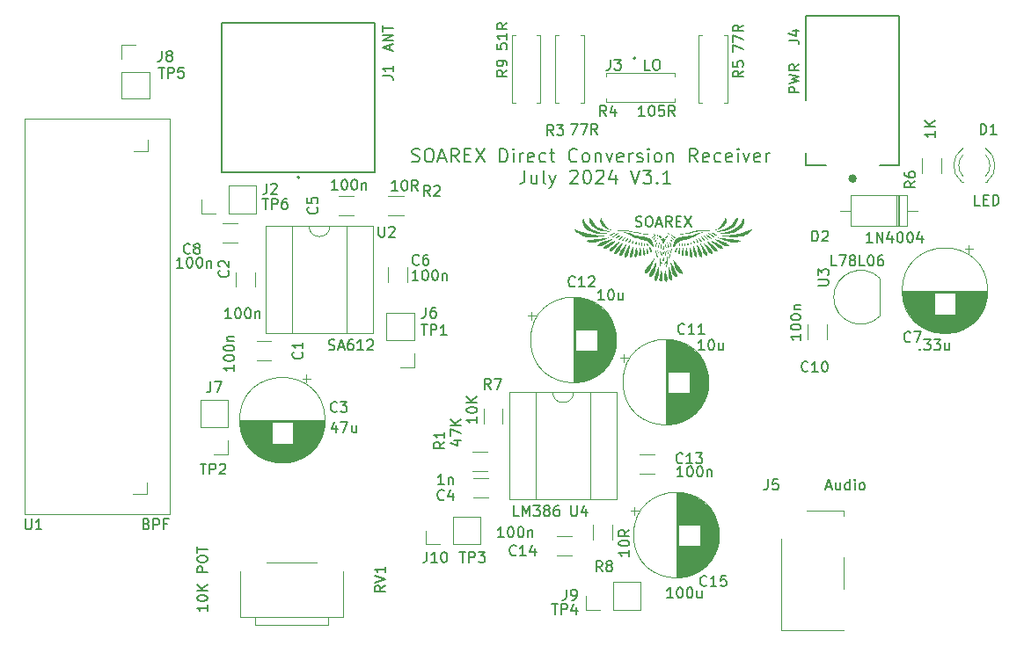
<source format=gbr>
%TF.GenerationSoftware,KiCad,Pcbnew,(6.0.7)*%
%TF.CreationDate,2024-07-22T14:21:26-04:00*%
%TF.ProjectId,DCR v2,44435220-7632-42e6-9b69-6361645f7063,rev?*%
%TF.SameCoordinates,Original*%
%TF.FileFunction,Legend,Top*%
%TF.FilePolarity,Positive*%
%FSLAX46Y46*%
G04 Gerber Fmt 4.6, Leading zero omitted, Abs format (unit mm)*
G04 Created by KiCad (PCBNEW (6.0.7)) date 2024-07-22 14:21:26*
%MOMM*%
%LPD*%
G01*
G04 APERTURE LIST*
%ADD10C,0.200000*%
%ADD11C,0.150000*%
%ADD12C,0.120000*%
%ADD13C,0.127000*%
%ADD14C,0.400000*%
%ADD15C,0.100000*%
G04 APERTURE END LIST*
D10*
X138028190Y-66027690D02*
X138213904Y-66089595D01*
X138523428Y-66089595D01*
X138647238Y-66027690D01*
X138709142Y-65965785D01*
X138771047Y-65841976D01*
X138771047Y-65718166D01*
X138709142Y-65594357D01*
X138647238Y-65532452D01*
X138523428Y-65470547D01*
X138275809Y-65408642D01*
X138152000Y-65346738D01*
X138090095Y-65284833D01*
X138028190Y-65161023D01*
X138028190Y-65037214D01*
X138090095Y-64913404D01*
X138152000Y-64851500D01*
X138275809Y-64789595D01*
X138585333Y-64789595D01*
X138771047Y-64851500D01*
X139575809Y-64789595D02*
X139823428Y-64789595D01*
X139947238Y-64851500D01*
X140071047Y-64975309D01*
X140132952Y-65222928D01*
X140132952Y-65656261D01*
X140071047Y-65903880D01*
X139947238Y-66027690D01*
X139823428Y-66089595D01*
X139575809Y-66089595D01*
X139452000Y-66027690D01*
X139328190Y-65903880D01*
X139266285Y-65656261D01*
X139266285Y-65222928D01*
X139328190Y-64975309D01*
X139452000Y-64851500D01*
X139575809Y-64789595D01*
X140628190Y-65718166D02*
X141247238Y-65718166D01*
X140504380Y-66089595D02*
X140937714Y-64789595D01*
X141371047Y-66089595D01*
X142547238Y-66089595D02*
X142113904Y-65470547D01*
X141804380Y-66089595D02*
X141804380Y-64789595D01*
X142299619Y-64789595D01*
X142423428Y-64851500D01*
X142485333Y-64913404D01*
X142547238Y-65037214D01*
X142547238Y-65222928D01*
X142485333Y-65346738D01*
X142423428Y-65408642D01*
X142299619Y-65470547D01*
X141804380Y-65470547D01*
X143104380Y-65408642D02*
X143537714Y-65408642D01*
X143723428Y-66089595D02*
X143104380Y-66089595D01*
X143104380Y-64789595D01*
X143723428Y-64789595D01*
X144156761Y-64789595D02*
X145023428Y-66089595D01*
X145023428Y-64789595D02*
X144156761Y-66089595D01*
X146509142Y-66089595D02*
X146509142Y-64789595D01*
X146818666Y-64789595D01*
X147004380Y-64851500D01*
X147128190Y-64975309D01*
X147190095Y-65099119D01*
X147252000Y-65346738D01*
X147252000Y-65532452D01*
X147190095Y-65780071D01*
X147128190Y-65903880D01*
X147004380Y-66027690D01*
X146818666Y-66089595D01*
X146509142Y-66089595D01*
X147809142Y-66089595D02*
X147809142Y-65222928D01*
X147809142Y-64789595D02*
X147747238Y-64851500D01*
X147809142Y-64913404D01*
X147871047Y-64851500D01*
X147809142Y-64789595D01*
X147809142Y-64913404D01*
X148428190Y-66089595D02*
X148428190Y-65222928D01*
X148428190Y-65470547D02*
X148490095Y-65346738D01*
X148552000Y-65284833D01*
X148675809Y-65222928D01*
X148799619Y-65222928D01*
X149728190Y-66027690D02*
X149604380Y-66089595D01*
X149356761Y-66089595D01*
X149232952Y-66027690D01*
X149171047Y-65903880D01*
X149171047Y-65408642D01*
X149232952Y-65284833D01*
X149356761Y-65222928D01*
X149604380Y-65222928D01*
X149728190Y-65284833D01*
X149790095Y-65408642D01*
X149790095Y-65532452D01*
X149171047Y-65656261D01*
X150904380Y-66027690D02*
X150780571Y-66089595D01*
X150532952Y-66089595D01*
X150409142Y-66027690D01*
X150347238Y-65965785D01*
X150285333Y-65841976D01*
X150285333Y-65470547D01*
X150347238Y-65346738D01*
X150409142Y-65284833D01*
X150532952Y-65222928D01*
X150780571Y-65222928D01*
X150904380Y-65284833D01*
X151275809Y-65222928D02*
X151771047Y-65222928D01*
X151461523Y-64789595D02*
X151461523Y-65903880D01*
X151523428Y-66027690D01*
X151647238Y-66089595D01*
X151771047Y-66089595D01*
X153937714Y-65965785D02*
X153875809Y-66027690D01*
X153690095Y-66089595D01*
X153566285Y-66089595D01*
X153380571Y-66027690D01*
X153256761Y-65903880D01*
X153194857Y-65780071D01*
X153132952Y-65532452D01*
X153132952Y-65346738D01*
X153194857Y-65099119D01*
X153256761Y-64975309D01*
X153380571Y-64851500D01*
X153566285Y-64789595D01*
X153690095Y-64789595D01*
X153875809Y-64851500D01*
X153937714Y-64913404D01*
X154680571Y-66089595D02*
X154556761Y-66027690D01*
X154494857Y-65965785D01*
X154432952Y-65841976D01*
X154432952Y-65470547D01*
X154494857Y-65346738D01*
X154556761Y-65284833D01*
X154680571Y-65222928D01*
X154866285Y-65222928D01*
X154990095Y-65284833D01*
X155052000Y-65346738D01*
X155113904Y-65470547D01*
X155113904Y-65841976D01*
X155052000Y-65965785D01*
X154990095Y-66027690D01*
X154866285Y-66089595D01*
X154680571Y-66089595D01*
X155671047Y-65222928D02*
X155671047Y-66089595D01*
X155671047Y-65346738D02*
X155732952Y-65284833D01*
X155856761Y-65222928D01*
X156042476Y-65222928D01*
X156166285Y-65284833D01*
X156228190Y-65408642D01*
X156228190Y-66089595D01*
X156723428Y-65222928D02*
X157032952Y-66089595D01*
X157342476Y-65222928D01*
X158332952Y-66027690D02*
X158209142Y-66089595D01*
X157961523Y-66089595D01*
X157837714Y-66027690D01*
X157775809Y-65903880D01*
X157775809Y-65408642D01*
X157837714Y-65284833D01*
X157961523Y-65222928D01*
X158209142Y-65222928D01*
X158332952Y-65284833D01*
X158394857Y-65408642D01*
X158394857Y-65532452D01*
X157775809Y-65656261D01*
X158952000Y-66089595D02*
X158952000Y-65222928D01*
X158952000Y-65470547D02*
X159013904Y-65346738D01*
X159075809Y-65284833D01*
X159199619Y-65222928D01*
X159323428Y-65222928D01*
X159694857Y-66027690D02*
X159818666Y-66089595D01*
X160066285Y-66089595D01*
X160190095Y-66027690D01*
X160252000Y-65903880D01*
X160252000Y-65841976D01*
X160190095Y-65718166D01*
X160066285Y-65656261D01*
X159880571Y-65656261D01*
X159756761Y-65594357D01*
X159694857Y-65470547D01*
X159694857Y-65408642D01*
X159756761Y-65284833D01*
X159880571Y-65222928D01*
X160066285Y-65222928D01*
X160190095Y-65284833D01*
X160809142Y-66089595D02*
X160809142Y-65222928D01*
X160809142Y-64789595D02*
X160747238Y-64851500D01*
X160809142Y-64913404D01*
X160871047Y-64851500D01*
X160809142Y-64789595D01*
X160809142Y-64913404D01*
X161613904Y-66089595D02*
X161490095Y-66027690D01*
X161428190Y-65965785D01*
X161366285Y-65841976D01*
X161366285Y-65470547D01*
X161428190Y-65346738D01*
X161490095Y-65284833D01*
X161613904Y-65222928D01*
X161799619Y-65222928D01*
X161923428Y-65284833D01*
X161985333Y-65346738D01*
X162047238Y-65470547D01*
X162047238Y-65841976D01*
X161985333Y-65965785D01*
X161923428Y-66027690D01*
X161799619Y-66089595D01*
X161613904Y-66089595D01*
X162604380Y-65222928D02*
X162604380Y-66089595D01*
X162604380Y-65346738D02*
X162666285Y-65284833D01*
X162790095Y-65222928D01*
X162975809Y-65222928D01*
X163099619Y-65284833D01*
X163161523Y-65408642D01*
X163161523Y-66089595D01*
X165513904Y-66089595D02*
X165080571Y-65470547D01*
X164771047Y-66089595D02*
X164771047Y-64789595D01*
X165266285Y-64789595D01*
X165390095Y-64851500D01*
X165452000Y-64913404D01*
X165513904Y-65037214D01*
X165513904Y-65222928D01*
X165452000Y-65346738D01*
X165390095Y-65408642D01*
X165266285Y-65470547D01*
X164771047Y-65470547D01*
X166566285Y-66027690D02*
X166442476Y-66089595D01*
X166194857Y-66089595D01*
X166071047Y-66027690D01*
X166009142Y-65903880D01*
X166009142Y-65408642D01*
X166071047Y-65284833D01*
X166194857Y-65222928D01*
X166442476Y-65222928D01*
X166566285Y-65284833D01*
X166628190Y-65408642D01*
X166628190Y-65532452D01*
X166009142Y-65656261D01*
X167742476Y-66027690D02*
X167618666Y-66089595D01*
X167371047Y-66089595D01*
X167247238Y-66027690D01*
X167185333Y-65965785D01*
X167123428Y-65841976D01*
X167123428Y-65470547D01*
X167185333Y-65346738D01*
X167247238Y-65284833D01*
X167371047Y-65222928D01*
X167618666Y-65222928D01*
X167742476Y-65284833D01*
X168794857Y-66027690D02*
X168671047Y-66089595D01*
X168423428Y-66089595D01*
X168299619Y-66027690D01*
X168237714Y-65903880D01*
X168237714Y-65408642D01*
X168299619Y-65284833D01*
X168423428Y-65222928D01*
X168671047Y-65222928D01*
X168794857Y-65284833D01*
X168856761Y-65408642D01*
X168856761Y-65532452D01*
X168237714Y-65656261D01*
X169413904Y-66089595D02*
X169413904Y-65222928D01*
X169413904Y-64789595D02*
X169352000Y-64851500D01*
X169413904Y-64913404D01*
X169475809Y-64851500D01*
X169413904Y-64789595D01*
X169413904Y-64913404D01*
X169909142Y-65222928D02*
X170218666Y-66089595D01*
X170528190Y-65222928D01*
X171518666Y-66027690D02*
X171394857Y-66089595D01*
X171147238Y-66089595D01*
X171023428Y-66027690D01*
X170961523Y-65903880D01*
X170961523Y-65408642D01*
X171023428Y-65284833D01*
X171147238Y-65222928D01*
X171394857Y-65222928D01*
X171518666Y-65284833D01*
X171580571Y-65408642D01*
X171580571Y-65532452D01*
X170961523Y-65656261D01*
X172137714Y-66089595D02*
X172137714Y-65222928D01*
X172137714Y-65470547D02*
X172199619Y-65346738D01*
X172261523Y-65284833D01*
X172385333Y-65222928D01*
X172509142Y-65222928D01*
X148892476Y-66882595D02*
X148892476Y-67811166D01*
X148830571Y-67996880D01*
X148706761Y-68120690D01*
X148521047Y-68182595D01*
X148397238Y-68182595D01*
X150068666Y-67315928D02*
X150068666Y-68182595D01*
X149511523Y-67315928D02*
X149511523Y-67996880D01*
X149573428Y-68120690D01*
X149697238Y-68182595D01*
X149882952Y-68182595D01*
X150006761Y-68120690D01*
X150068666Y-68058785D01*
X150873428Y-68182595D02*
X150749619Y-68120690D01*
X150687714Y-67996880D01*
X150687714Y-66882595D01*
X151244857Y-67315928D02*
X151554380Y-68182595D01*
X151863904Y-67315928D02*
X151554380Y-68182595D01*
X151430571Y-68492119D01*
X151368666Y-68554023D01*
X151244857Y-68615928D01*
X153287714Y-67006404D02*
X153349619Y-66944500D01*
X153473428Y-66882595D01*
X153782952Y-66882595D01*
X153906761Y-66944500D01*
X153968666Y-67006404D01*
X154030571Y-67130214D01*
X154030571Y-67254023D01*
X153968666Y-67439738D01*
X153225809Y-68182595D01*
X154030571Y-68182595D01*
X154835333Y-66882595D02*
X154959142Y-66882595D01*
X155082952Y-66944500D01*
X155144857Y-67006404D01*
X155206761Y-67130214D01*
X155268666Y-67377833D01*
X155268666Y-67687357D01*
X155206761Y-67934976D01*
X155144857Y-68058785D01*
X155082952Y-68120690D01*
X154959142Y-68182595D01*
X154835333Y-68182595D01*
X154711523Y-68120690D01*
X154649619Y-68058785D01*
X154587714Y-67934976D01*
X154525809Y-67687357D01*
X154525809Y-67377833D01*
X154587714Y-67130214D01*
X154649619Y-67006404D01*
X154711523Y-66944500D01*
X154835333Y-66882595D01*
X155763904Y-67006404D02*
X155825809Y-66944500D01*
X155949619Y-66882595D01*
X156259142Y-66882595D01*
X156382952Y-66944500D01*
X156444857Y-67006404D01*
X156506761Y-67130214D01*
X156506761Y-67254023D01*
X156444857Y-67439738D01*
X155702000Y-68182595D01*
X156506761Y-68182595D01*
X157621047Y-67315928D02*
X157621047Y-68182595D01*
X157311523Y-66820690D02*
X157002000Y-67749261D01*
X157806761Y-67749261D01*
X159106761Y-66882595D02*
X159540095Y-68182595D01*
X159973428Y-66882595D01*
X160282952Y-66882595D02*
X161087714Y-66882595D01*
X160654380Y-67377833D01*
X160840095Y-67377833D01*
X160963904Y-67439738D01*
X161025809Y-67501642D01*
X161087714Y-67625452D01*
X161087714Y-67934976D01*
X161025809Y-68058785D01*
X160963904Y-68120690D01*
X160840095Y-68182595D01*
X160468666Y-68182595D01*
X160344857Y-68120690D01*
X160282952Y-68058785D01*
X161644857Y-68058785D02*
X161706761Y-68120690D01*
X161644857Y-68182595D01*
X161582952Y-68120690D01*
X161644857Y-68058785D01*
X161644857Y-68182595D01*
X162944857Y-68182595D02*
X162202000Y-68182595D01*
X162573428Y-68182595D02*
X162573428Y-66882595D01*
X162449619Y-67068309D01*
X162325809Y-67192119D01*
X162202000Y-67254023D01*
D11*
%TO.C,U3*%
X177125380Y-77977904D02*
X177934904Y-77977904D01*
X178030142Y-77930285D01*
X178077761Y-77882666D01*
X178125380Y-77787428D01*
X178125380Y-77596952D01*
X178077761Y-77501714D01*
X178030142Y-77454095D01*
X177934904Y-77406476D01*
X177125380Y-77406476D01*
X177125380Y-77025523D02*
X177125380Y-76406476D01*
X177506333Y-76739809D01*
X177506333Y-76596952D01*
X177553952Y-76501714D01*
X177601571Y-76454095D01*
X177696809Y-76406476D01*
X177934904Y-76406476D01*
X178030142Y-76454095D01*
X178077761Y-76501714D01*
X178125380Y-76596952D01*
X178125380Y-76882666D01*
X178077761Y-76977904D01*
X178030142Y-77025523D01*
X178911500Y-76080880D02*
X178435309Y-76080880D01*
X178435309Y-75080880D01*
X179149595Y-75080880D02*
X179816261Y-75080880D01*
X179387690Y-76080880D01*
X180340071Y-75509452D02*
X180244833Y-75461833D01*
X180197214Y-75414214D01*
X180149595Y-75318976D01*
X180149595Y-75271357D01*
X180197214Y-75176119D01*
X180244833Y-75128500D01*
X180340071Y-75080880D01*
X180530547Y-75080880D01*
X180625785Y-75128500D01*
X180673404Y-75176119D01*
X180721023Y-75271357D01*
X180721023Y-75318976D01*
X180673404Y-75414214D01*
X180625785Y-75461833D01*
X180530547Y-75509452D01*
X180340071Y-75509452D01*
X180244833Y-75557071D01*
X180197214Y-75604690D01*
X180149595Y-75699928D01*
X180149595Y-75890404D01*
X180197214Y-75985642D01*
X180244833Y-76033261D01*
X180340071Y-76080880D01*
X180530547Y-76080880D01*
X180625785Y-76033261D01*
X180673404Y-75985642D01*
X180721023Y-75890404D01*
X180721023Y-75699928D01*
X180673404Y-75604690D01*
X180625785Y-75557071D01*
X180530547Y-75509452D01*
X181625785Y-76080880D02*
X181149595Y-76080880D01*
X181149595Y-75080880D01*
X182149595Y-75080880D02*
X182244833Y-75080880D01*
X182340071Y-75128500D01*
X182387690Y-75176119D01*
X182435309Y-75271357D01*
X182482928Y-75461833D01*
X182482928Y-75699928D01*
X182435309Y-75890404D01*
X182387690Y-75985642D01*
X182340071Y-76033261D01*
X182244833Y-76080880D01*
X182149595Y-76080880D01*
X182054357Y-76033261D01*
X182006738Y-75985642D01*
X181959119Y-75890404D01*
X181911500Y-75699928D01*
X181911500Y-75461833D01*
X181959119Y-75271357D01*
X182006738Y-75176119D01*
X182054357Y-75128500D01*
X182149595Y-75080880D01*
X183340071Y-75080880D02*
X183149595Y-75080880D01*
X183054357Y-75128500D01*
X183006738Y-75176119D01*
X182911500Y-75318976D01*
X182863880Y-75509452D01*
X182863880Y-75890404D01*
X182911500Y-75985642D01*
X182959119Y-76033261D01*
X183054357Y-76080880D01*
X183244833Y-76080880D01*
X183340071Y-76033261D01*
X183387690Y-75985642D01*
X183435309Y-75890404D01*
X183435309Y-75652309D01*
X183387690Y-75557071D01*
X183340071Y-75509452D01*
X183244833Y-75461833D01*
X183054357Y-75461833D01*
X182959119Y-75509452D01*
X182911500Y-75557071D01*
X182863880Y-75652309D01*
%TO.C,J10*%
X139461976Y-103655880D02*
X139461976Y-104370166D01*
X139414357Y-104513023D01*
X139319119Y-104608261D01*
X139176261Y-104655880D01*
X139081023Y-104655880D01*
X140461976Y-104655880D02*
X139890547Y-104655880D01*
X140176261Y-104655880D02*
X140176261Y-103655880D01*
X140081023Y-103798738D01*
X139985785Y-103893976D01*
X139890547Y-103941595D01*
X141081023Y-103655880D02*
X141176261Y-103655880D01*
X141271500Y-103703500D01*
X141319119Y-103751119D01*
X141366738Y-103846357D01*
X141414357Y-104036833D01*
X141414357Y-104274928D01*
X141366738Y-104465404D01*
X141319119Y-104560642D01*
X141271500Y-104608261D01*
X141176261Y-104655880D01*
X141081023Y-104655880D01*
X140985785Y-104608261D01*
X140938166Y-104560642D01*
X140890547Y-104465404D01*
X140842928Y-104274928D01*
X140842928Y-104036833D01*
X140890547Y-103846357D01*
X140938166Y-103751119D01*
X140985785Y-103703500D01*
X141081023Y-103655880D01*
X142629095Y-103655880D02*
X143200523Y-103655880D01*
X142914809Y-104655880D02*
X142914809Y-103655880D01*
X143533857Y-104655880D02*
X143533857Y-103655880D01*
X143914809Y-103655880D01*
X144010047Y-103703500D01*
X144057666Y-103751119D01*
X144105285Y-103846357D01*
X144105285Y-103989214D01*
X144057666Y-104084452D01*
X144010047Y-104132071D01*
X143914809Y-104179690D01*
X143533857Y-104179690D01*
X144438619Y-103655880D02*
X145057666Y-103655880D01*
X144724333Y-104036833D01*
X144867190Y-104036833D01*
X144962428Y-104084452D01*
X145010047Y-104132071D01*
X145057666Y-104227309D01*
X145057666Y-104465404D01*
X145010047Y-104560642D01*
X144962428Y-104608261D01*
X144867190Y-104655880D01*
X144581476Y-104655880D01*
X144486238Y-104608261D01*
X144438619Y-104560642D01*
%TO.C,C7*%
X186015333Y-83351642D02*
X185967714Y-83399261D01*
X185824857Y-83446880D01*
X185729619Y-83446880D01*
X185586761Y-83399261D01*
X185491523Y-83304023D01*
X185443904Y-83208785D01*
X185396285Y-83018309D01*
X185396285Y-82875452D01*
X185443904Y-82684976D01*
X185491523Y-82589738D01*
X185586761Y-82494500D01*
X185729619Y-82446880D01*
X185824857Y-82446880D01*
X185967714Y-82494500D01*
X186015333Y-82542119D01*
X186348666Y-82446880D02*
X187015333Y-82446880D01*
X186586761Y-83446880D01*
X186936238Y-84113642D02*
X186983857Y-84161261D01*
X186936238Y-84208880D01*
X186888619Y-84161261D01*
X186936238Y-84113642D01*
X186936238Y-84208880D01*
X187317190Y-83208880D02*
X187936238Y-83208880D01*
X187602904Y-83589833D01*
X187745761Y-83589833D01*
X187841000Y-83637452D01*
X187888619Y-83685071D01*
X187936238Y-83780309D01*
X187936238Y-84018404D01*
X187888619Y-84113642D01*
X187841000Y-84161261D01*
X187745761Y-84208880D01*
X187460047Y-84208880D01*
X187364809Y-84161261D01*
X187317190Y-84113642D01*
X188269571Y-83208880D02*
X188888619Y-83208880D01*
X188555285Y-83589833D01*
X188698142Y-83589833D01*
X188793380Y-83637452D01*
X188841000Y-83685071D01*
X188888619Y-83780309D01*
X188888619Y-84018404D01*
X188841000Y-84113642D01*
X188793380Y-84161261D01*
X188698142Y-84208880D01*
X188412428Y-84208880D01*
X188317190Y-84161261D01*
X188269571Y-84113642D01*
X189745761Y-83542214D02*
X189745761Y-84208880D01*
X189317190Y-83542214D02*
X189317190Y-84066023D01*
X189364809Y-84161261D01*
X189460047Y-84208880D01*
X189602904Y-84208880D01*
X189698142Y-84161261D01*
X189745761Y-84113642D01*
%TO.C,C11*%
X164266293Y-82579642D02*
X164218674Y-82627261D01*
X164075817Y-82674880D01*
X163980579Y-82674880D01*
X163837722Y-82627261D01*
X163742484Y-82532023D01*
X163694865Y-82436785D01*
X163647246Y-82246309D01*
X163647246Y-82103452D01*
X163694865Y-81912976D01*
X163742484Y-81817738D01*
X163837722Y-81722500D01*
X163980579Y-81674880D01*
X164075817Y-81674880D01*
X164218674Y-81722500D01*
X164266293Y-81770119D01*
X165218674Y-82674880D02*
X164647246Y-82674880D01*
X164932960Y-82674880D02*
X164932960Y-81674880D01*
X164837722Y-81817738D01*
X164742484Y-81912976D01*
X164647246Y-81960595D01*
X166171055Y-82674880D02*
X165599627Y-82674880D01*
X165885341Y-82674880D02*
X165885341Y-81674880D01*
X165790103Y-81817738D01*
X165694865Y-81912976D01*
X165599627Y-81960595D01*
X166171642Y-84208880D02*
X165600214Y-84208880D01*
X165885928Y-84208880D02*
X165885928Y-83208880D01*
X165790690Y-83351738D01*
X165695452Y-83446976D01*
X165600214Y-83494595D01*
X166790690Y-83208880D02*
X166885928Y-83208880D01*
X166981166Y-83256500D01*
X167028785Y-83304119D01*
X167076404Y-83399357D01*
X167124023Y-83589833D01*
X167124023Y-83827928D01*
X167076404Y-84018404D01*
X167028785Y-84113642D01*
X166981166Y-84161261D01*
X166885928Y-84208880D01*
X166790690Y-84208880D01*
X166695452Y-84161261D01*
X166647833Y-84113642D01*
X166600214Y-84018404D01*
X166552595Y-83827928D01*
X166552595Y-83589833D01*
X166600214Y-83399357D01*
X166647833Y-83304119D01*
X166695452Y-83256500D01*
X166790690Y-83208880D01*
X167981166Y-83542214D02*
X167981166Y-84208880D01*
X167552595Y-83542214D02*
X167552595Y-84066023D01*
X167600214Y-84161261D01*
X167695452Y-84208880D01*
X167838309Y-84208880D01*
X167933547Y-84161261D01*
X167981166Y-84113642D01*
%TO.C,C8*%
X116673333Y-74842642D02*
X116625714Y-74890261D01*
X116482857Y-74937880D01*
X116387619Y-74937880D01*
X116244761Y-74890261D01*
X116149523Y-74795023D01*
X116101904Y-74699785D01*
X116054285Y-74509309D01*
X116054285Y-74366452D01*
X116101904Y-74175976D01*
X116149523Y-74080738D01*
X116244761Y-73985500D01*
X116387619Y-73937880D01*
X116482857Y-73937880D01*
X116625714Y-73985500D01*
X116673333Y-74033119D01*
X117244761Y-74366452D02*
X117149523Y-74318833D01*
X117101904Y-74271214D01*
X117054285Y-74175976D01*
X117054285Y-74128357D01*
X117101904Y-74033119D01*
X117149523Y-73985500D01*
X117244761Y-73937880D01*
X117435238Y-73937880D01*
X117530476Y-73985500D01*
X117578095Y-74033119D01*
X117625714Y-74128357D01*
X117625714Y-74175976D01*
X117578095Y-74271214D01*
X117530476Y-74318833D01*
X117435238Y-74366452D01*
X117244761Y-74366452D01*
X117149523Y-74414071D01*
X117101904Y-74461690D01*
X117054285Y-74556928D01*
X117054285Y-74747404D01*
X117101904Y-74842642D01*
X117149523Y-74890261D01*
X117244761Y-74937880D01*
X117435238Y-74937880D01*
X117530476Y-74890261D01*
X117578095Y-74842642D01*
X117625714Y-74747404D01*
X117625714Y-74556928D01*
X117578095Y-74461690D01*
X117530476Y-74414071D01*
X117435238Y-74366452D01*
X115974952Y-76271380D02*
X115403523Y-76271380D01*
X115689238Y-76271380D02*
X115689238Y-75271380D01*
X115594000Y-75414238D01*
X115498761Y-75509476D01*
X115403523Y-75557095D01*
X116594000Y-75271380D02*
X116689238Y-75271380D01*
X116784476Y-75319000D01*
X116832095Y-75366619D01*
X116879714Y-75461857D01*
X116927333Y-75652333D01*
X116927333Y-75890428D01*
X116879714Y-76080904D01*
X116832095Y-76176142D01*
X116784476Y-76223761D01*
X116689238Y-76271380D01*
X116594000Y-76271380D01*
X116498761Y-76223761D01*
X116451142Y-76176142D01*
X116403523Y-76080904D01*
X116355904Y-75890428D01*
X116355904Y-75652333D01*
X116403523Y-75461857D01*
X116451142Y-75366619D01*
X116498761Y-75319000D01*
X116594000Y-75271380D01*
X117546380Y-75271380D02*
X117641619Y-75271380D01*
X117736857Y-75319000D01*
X117784476Y-75366619D01*
X117832095Y-75461857D01*
X117879714Y-75652333D01*
X117879714Y-75890428D01*
X117832095Y-76080904D01*
X117784476Y-76176142D01*
X117736857Y-76223761D01*
X117641619Y-76271380D01*
X117546380Y-76271380D01*
X117451142Y-76223761D01*
X117403523Y-76176142D01*
X117355904Y-76080904D01*
X117308285Y-75890428D01*
X117308285Y-75652333D01*
X117355904Y-75461857D01*
X117403523Y-75366619D01*
X117451142Y-75319000D01*
X117546380Y-75271380D01*
X118308285Y-75604714D02*
X118308285Y-76271380D01*
X118308285Y-75699952D02*
X118355904Y-75652333D01*
X118451142Y-75604714D01*
X118594000Y-75604714D01*
X118689238Y-75652333D01*
X118736857Y-75747571D01*
X118736857Y-76271380D01*
%TO.C,J4*%
X174307428Y-54372109D02*
X175022304Y-54372109D01*
X175165279Y-54419767D01*
X175260596Y-54515084D01*
X175308255Y-54658059D01*
X175308255Y-54753376D01*
X174641037Y-53466598D02*
X175308255Y-53466598D01*
X174259769Y-53704891D02*
X174974646Y-53943183D01*
X174974646Y-53323623D01*
X175308415Y-59407908D02*
X174307234Y-59407908D01*
X174307234Y-59026505D01*
X174354909Y-58931155D01*
X174402584Y-58883479D01*
X174497935Y-58835804D01*
X174640961Y-58835804D01*
X174736311Y-58883479D01*
X174783987Y-58931155D01*
X174831662Y-59026505D01*
X174831662Y-59407908D01*
X174307234Y-58502077D02*
X175308415Y-58263701D01*
X174593285Y-58073000D01*
X175308415Y-57882298D01*
X174307234Y-57643922D01*
X175308415Y-56690416D02*
X174831662Y-57024143D01*
X175308415Y-57262520D02*
X174307234Y-57262520D01*
X174307234Y-56881117D01*
X174354909Y-56785767D01*
X174402584Y-56738092D01*
X174497935Y-56690416D01*
X174640961Y-56690416D01*
X174736311Y-56738092D01*
X174783987Y-56785767D01*
X174831662Y-56881117D01*
X174831662Y-57262520D01*
%TO.C,R7*%
X145642033Y-87968080D02*
X145308700Y-87491890D01*
X145070604Y-87968080D02*
X145070604Y-86968080D01*
X145451557Y-86968080D01*
X145546795Y-87015700D01*
X145594414Y-87063319D01*
X145642033Y-87158557D01*
X145642033Y-87301414D01*
X145594414Y-87396652D01*
X145546795Y-87444271D01*
X145451557Y-87491890D01*
X145070604Y-87491890D01*
X145975366Y-86968080D02*
X146642033Y-86968080D01*
X146213461Y-87968080D01*
X144305280Y-90644576D02*
X144305280Y-91216004D01*
X144305280Y-90930290D02*
X143305280Y-90930290D01*
X143448138Y-91025528D01*
X143543376Y-91120766D01*
X143590995Y-91216004D01*
X143305280Y-90025528D02*
X143305280Y-89930290D01*
X143352900Y-89835052D01*
X143400519Y-89787433D01*
X143495757Y-89739814D01*
X143686233Y-89692195D01*
X143924328Y-89692195D01*
X144114804Y-89739814D01*
X144210042Y-89787433D01*
X144257661Y-89835052D01*
X144305280Y-89930290D01*
X144305280Y-90025528D01*
X144257661Y-90120766D01*
X144210042Y-90168385D01*
X144114804Y-90216004D01*
X143924328Y-90263623D01*
X143686233Y-90263623D01*
X143495757Y-90216004D01*
X143400519Y-90168385D01*
X143352900Y-90120766D01*
X143305280Y-90025528D01*
X144305280Y-89263623D02*
X143305280Y-89263623D01*
X144305280Y-88692195D02*
X143733852Y-89120766D01*
X143305280Y-88692195D02*
X143876709Y-89263623D01*
%TO.C,R4*%
X156741833Y-61666380D02*
X156408500Y-61190190D01*
X156170404Y-61666380D02*
X156170404Y-60666380D01*
X156551357Y-60666380D01*
X156646595Y-60714000D01*
X156694214Y-60761619D01*
X156741833Y-60856857D01*
X156741833Y-60999714D01*
X156694214Y-61094952D01*
X156646595Y-61142571D01*
X156551357Y-61190190D01*
X156170404Y-61190190D01*
X157598976Y-60999714D02*
X157598976Y-61666380D01*
X157360880Y-60618761D02*
X157122785Y-61333047D01*
X157741833Y-61333047D01*
X160440833Y-61666380D02*
X159869404Y-61666380D01*
X160155119Y-61666380D02*
X160155119Y-60666380D01*
X160059880Y-60809238D01*
X159964642Y-60904476D01*
X159869404Y-60952095D01*
X161059880Y-60666380D02*
X161155119Y-60666380D01*
X161250357Y-60714000D01*
X161297976Y-60761619D01*
X161345595Y-60856857D01*
X161393214Y-61047333D01*
X161393214Y-61285428D01*
X161345595Y-61475904D01*
X161297976Y-61571142D01*
X161250357Y-61618761D01*
X161155119Y-61666380D01*
X161059880Y-61666380D01*
X160964642Y-61618761D01*
X160917023Y-61571142D01*
X160869404Y-61475904D01*
X160821785Y-61285428D01*
X160821785Y-61047333D01*
X160869404Y-60856857D01*
X160917023Y-60761619D01*
X160964642Y-60714000D01*
X161059880Y-60666380D01*
X162297976Y-60666380D02*
X161821785Y-60666380D01*
X161774166Y-61142571D01*
X161821785Y-61094952D01*
X161917023Y-61047333D01*
X162155119Y-61047333D01*
X162250357Y-61094952D01*
X162297976Y-61142571D01*
X162345595Y-61237809D01*
X162345595Y-61475904D01*
X162297976Y-61571142D01*
X162250357Y-61618761D01*
X162155119Y-61666380D01*
X161917023Y-61666380D01*
X161821785Y-61618761D01*
X161774166Y-61571142D01*
X163345595Y-61666380D02*
X163012261Y-61190190D01*
X162774166Y-61666380D02*
X162774166Y-60666380D01*
X163155119Y-60666380D01*
X163250357Y-60714000D01*
X163297976Y-60761619D01*
X163345595Y-60856857D01*
X163345595Y-60999714D01*
X163297976Y-61094952D01*
X163250357Y-61142571D01*
X163155119Y-61190190D01*
X162774166Y-61190190D01*
%TO.C,R9*%
X147200880Y-57253166D02*
X146724690Y-57586500D01*
X147200880Y-57824595D02*
X146200880Y-57824595D01*
X146200880Y-57443642D01*
X146248500Y-57348404D01*
X146296119Y-57300785D01*
X146391357Y-57253166D01*
X146534214Y-57253166D01*
X146629452Y-57300785D01*
X146677071Y-57348404D01*
X146724690Y-57443642D01*
X146724690Y-57824595D01*
X147200880Y-56776976D02*
X147200880Y-56586500D01*
X147153261Y-56491261D01*
X147105642Y-56443642D01*
X146962785Y-56348404D01*
X146772309Y-56300785D01*
X146391357Y-56300785D01*
X146296119Y-56348404D01*
X146248500Y-56396023D01*
X146200880Y-56491261D01*
X146200880Y-56681738D01*
X146248500Y-56776976D01*
X146296119Y-56824595D01*
X146391357Y-56872214D01*
X146629452Y-56872214D01*
X146724690Y-56824595D01*
X146772309Y-56776976D01*
X146819928Y-56681738D01*
X146819928Y-56491261D01*
X146772309Y-56396023D01*
X146724690Y-56348404D01*
X146629452Y-56300785D01*
X146200880Y-54713095D02*
X146200880Y-55189285D01*
X146677071Y-55236904D01*
X146629452Y-55189285D01*
X146581833Y-55094047D01*
X146581833Y-54855952D01*
X146629452Y-54760714D01*
X146677071Y-54713095D01*
X146772309Y-54665476D01*
X147010404Y-54665476D01*
X147105642Y-54713095D01*
X147153261Y-54760714D01*
X147200880Y-54855952D01*
X147200880Y-55094047D01*
X147153261Y-55189285D01*
X147105642Y-55236904D01*
X147200880Y-53713095D02*
X147200880Y-54284523D01*
X147200880Y-53998809D02*
X146200880Y-53998809D01*
X146343738Y-54094047D01*
X146438976Y-54189285D01*
X146486595Y-54284523D01*
X147200880Y-52713095D02*
X146724690Y-53046428D01*
X147200880Y-53284523D02*
X146200880Y-53284523D01*
X146200880Y-52903571D01*
X146248500Y-52808333D01*
X146296119Y-52760714D01*
X146391357Y-52713095D01*
X146534214Y-52713095D01*
X146629452Y-52760714D01*
X146677071Y-52808333D01*
X146724690Y-52903571D01*
X146724690Y-53284523D01*
%TO.C,C2*%
X120334042Y-76557166D02*
X120381661Y-76604785D01*
X120429280Y-76747642D01*
X120429280Y-76842880D01*
X120381661Y-76985738D01*
X120286423Y-77080976D01*
X120191185Y-77128595D01*
X120000709Y-77176214D01*
X119857852Y-77176214D01*
X119667376Y-77128595D01*
X119572138Y-77080976D01*
X119476900Y-76985738D01*
X119429280Y-76842880D01*
X119429280Y-76747642D01*
X119476900Y-76604785D01*
X119524519Y-76557166D01*
X119524519Y-76176214D02*
X119476900Y-76128595D01*
X119429280Y-76033357D01*
X119429280Y-75795261D01*
X119476900Y-75700023D01*
X119524519Y-75652404D01*
X119619757Y-75604785D01*
X119714995Y-75604785D01*
X119857852Y-75652404D01*
X120429280Y-76223833D01*
X120429280Y-75604785D01*
X120635852Y-81160880D02*
X120064423Y-81160880D01*
X120350138Y-81160880D02*
X120350138Y-80160880D01*
X120254900Y-80303738D01*
X120159661Y-80398976D01*
X120064423Y-80446595D01*
X121254900Y-80160880D02*
X121350138Y-80160880D01*
X121445376Y-80208500D01*
X121492995Y-80256119D01*
X121540614Y-80351357D01*
X121588233Y-80541833D01*
X121588233Y-80779928D01*
X121540614Y-80970404D01*
X121492995Y-81065642D01*
X121445376Y-81113261D01*
X121350138Y-81160880D01*
X121254900Y-81160880D01*
X121159661Y-81113261D01*
X121112042Y-81065642D01*
X121064423Y-80970404D01*
X121016804Y-80779928D01*
X121016804Y-80541833D01*
X121064423Y-80351357D01*
X121112042Y-80256119D01*
X121159661Y-80208500D01*
X121254900Y-80160880D01*
X122207280Y-80160880D02*
X122302519Y-80160880D01*
X122397757Y-80208500D01*
X122445376Y-80256119D01*
X122492995Y-80351357D01*
X122540614Y-80541833D01*
X122540614Y-80779928D01*
X122492995Y-80970404D01*
X122445376Y-81065642D01*
X122397757Y-81113261D01*
X122302519Y-81160880D01*
X122207280Y-81160880D01*
X122112042Y-81113261D01*
X122064423Y-81065642D01*
X122016804Y-80970404D01*
X121969185Y-80779928D01*
X121969185Y-80541833D01*
X122016804Y-80351357D01*
X122064423Y-80256119D01*
X122112042Y-80208500D01*
X122207280Y-80160880D01*
X122969185Y-80494214D02*
X122969185Y-81160880D01*
X122969185Y-80589452D02*
X123016804Y-80541833D01*
X123112042Y-80494214D01*
X123254900Y-80494214D01*
X123350138Y-80541833D01*
X123397757Y-80637071D01*
X123397757Y-81160880D01*
%TO.C,U4*%
X153342595Y-99200880D02*
X153342595Y-100010404D01*
X153390214Y-100105642D01*
X153437833Y-100153261D01*
X153533071Y-100200880D01*
X153723547Y-100200880D01*
X153818785Y-100153261D01*
X153866404Y-100105642D01*
X153914023Y-100010404D01*
X153914023Y-99200880D01*
X154818785Y-99534214D02*
X154818785Y-100200880D01*
X154580690Y-99153261D02*
X154342595Y-99867547D01*
X154961642Y-99867547D01*
X148350023Y-100200880D02*
X147873833Y-100200880D01*
X147873833Y-99200880D01*
X148683357Y-100200880D02*
X148683357Y-99200880D01*
X149016690Y-99915166D01*
X149350023Y-99200880D01*
X149350023Y-100200880D01*
X149730976Y-99200880D02*
X150350023Y-99200880D01*
X150016690Y-99581833D01*
X150159547Y-99581833D01*
X150254785Y-99629452D01*
X150302404Y-99677071D01*
X150350023Y-99772309D01*
X150350023Y-100010404D01*
X150302404Y-100105642D01*
X150254785Y-100153261D01*
X150159547Y-100200880D01*
X149873833Y-100200880D01*
X149778595Y-100153261D01*
X149730976Y-100105642D01*
X150921452Y-99629452D02*
X150826214Y-99581833D01*
X150778595Y-99534214D01*
X150730976Y-99438976D01*
X150730976Y-99391357D01*
X150778595Y-99296119D01*
X150826214Y-99248500D01*
X150921452Y-99200880D01*
X151111928Y-99200880D01*
X151207166Y-99248500D01*
X151254785Y-99296119D01*
X151302404Y-99391357D01*
X151302404Y-99438976D01*
X151254785Y-99534214D01*
X151207166Y-99581833D01*
X151111928Y-99629452D01*
X150921452Y-99629452D01*
X150826214Y-99677071D01*
X150778595Y-99724690D01*
X150730976Y-99819928D01*
X150730976Y-100010404D01*
X150778595Y-100105642D01*
X150826214Y-100153261D01*
X150921452Y-100200880D01*
X151111928Y-100200880D01*
X151207166Y-100153261D01*
X151254785Y-100105642D01*
X151302404Y-100010404D01*
X151302404Y-99819928D01*
X151254785Y-99724690D01*
X151207166Y-99677071D01*
X151111928Y-99629452D01*
X152159547Y-99200880D02*
X151969071Y-99200880D01*
X151873833Y-99248500D01*
X151826214Y-99296119D01*
X151730976Y-99438976D01*
X151683357Y-99629452D01*
X151683357Y-100010404D01*
X151730976Y-100105642D01*
X151778595Y-100153261D01*
X151873833Y-100200880D01*
X152064309Y-100200880D01*
X152159547Y-100153261D01*
X152207166Y-100105642D01*
X152254785Y-100010404D01*
X152254785Y-99772309D01*
X152207166Y-99677071D01*
X152159547Y-99629452D01*
X152064309Y-99581833D01*
X151873833Y-99581833D01*
X151778595Y-99629452D01*
X151730976Y-99677071D01*
X151683357Y-99772309D01*
%TO.C,J6*%
X139366666Y-80097380D02*
X139366666Y-80811666D01*
X139319047Y-80954523D01*
X139223809Y-81049761D01*
X139080952Y-81097380D01*
X138985714Y-81097380D01*
X140271428Y-80097380D02*
X140080952Y-80097380D01*
X139985714Y-80145000D01*
X139938095Y-80192619D01*
X139842857Y-80335476D01*
X139795238Y-80525952D01*
X139795238Y-80906904D01*
X139842857Y-81002142D01*
X139890476Y-81049761D01*
X139985714Y-81097380D01*
X140176190Y-81097380D01*
X140271428Y-81049761D01*
X140319047Y-81002142D01*
X140366666Y-80906904D01*
X140366666Y-80668809D01*
X140319047Y-80573571D01*
X140271428Y-80525952D01*
X140176190Y-80478333D01*
X139985714Y-80478333D01*
X139890476Y-80525952D01*
X139842857Y-80573571D01*
X139795238Y-80668809D01*
X138946095Y-81748380D02*
X139517523Y-81748380D01*
X139231809Y-82748380D02*
X139231809Y-81748380D01*
X139850857Y-82748380D02*
X139850857Y-81748380D01*
X140231809Y-81748380D01*
X140327047Y-81796000D01*
X140374666Y-81843619D01*
X140422285Y-81938857D01*
X140422285Y-82081714D01*
X140374666Y-82176952D01*
X140327047Y-82224571D01*
X140231809Y-82272190D01*
X139850857Y-82272190D01*
X141374666Y-82748380D02*
X140803238Y-82748380D01*
X141088952Y-82748380D02*
X141088952Y-81748380D01*
X140993714Y-81891238D01*
X140898476Y-81986476D01*
X140803238Y-82034095D01*
%TO.C,R8*%
X156360484Y-105534880D02*
X156027151Y-105058690D01*
X155789055Y-105534880D02*
X155789055Y-104534880D01*
X156170008Y-104534880D01*
X156265246Y-104582500D01*
X156312865Y-104630119D01*
X156360484Y-104725357D01*
X156360484Y-104868214D01*
X156312865Y-104963452D01*
X156265246Y-105011071D01*
X156170008Y-105058690D01*
X155789055Y-105058690D01*
X156931912Y-104963452D02*
X156836674Y-104915833D01*
X156789055Y-104868214D01*
X156741436Y-104772976D01*
X156741436Y-104725357D01*
X156789055Y-104630119D01*
X156836674Y-104582500D01*
X156931912Y-104534880D01*
X157122389Y-104534880D01*
X157217627Y-104582500D01*
X157265246Y-104630119D01*
X157312865Y-104725357D01*
X157312865Y-104772976D01*
X157265246Y-104868214D01*
X157217627Y-104915833D01*
X157122389Y-104963452D01*
X156931912Y-104963452D01*
X156836674Y-105011071D01*
X156789055Y-105058690D01*
X156741436Y-105153928D01*
X156741436Y-105344404D01*
X156789055Y-105439642D01*
X156836674Y-105487261D01*
X156931912Y-105534880D01*
X157122389Y-105534880D01*
X157217627Y-105487261D01*
X157265246Y-105439642D01*
X157312865Y-105344404D01*
X157312865Y-105153928D01*
X157265246Y-105058690D01*
X157217627Y-105011071D01*
X157122389Y-104963452D01*
X158948380Y-103486976D02*
X158948380Y-104058404D01*
X158948380Y-103772690D02*
X157948380Y-103772690D01*
X158091238Y-103867928D01*
X158186476Y-103963166D01*
X158234095Y-104058404D01*
X157948380Y-102867928D02*
X157948380Y-102772690D01*
X157996000Y-102677452D01*
X158043619Y-102629833D01*
X158138857Y-102582214D01*
X158329333Y-102534595D01*
X158567428Y-102534595D01*
X158757904Y-102582214D01*
X158853142Y-102629833D01*
X158900761Y-102677452D01*
X158948380Y-102772690D01*
X158948380Y-102867928D01*
X158900761Y-102963166D01*
X158853142Y-103010785D01*
X158757904Y-103058404D01*
X158567428Y-103106023D01*
X158329333Y-103106023D01*
X158138857Y-103058404D01*
X158043619Y-103010785D01*
X157996000Y-102963166D01*
X157948380Y-102867928D01*
X158948380Y-101534595D02*
X158472190Y-101867928D01*
X158948380Y-102106023D02*
X157948380Y-102106023D01*
X157948380Y-101725071D01*
X157996000Y-101629833D01*
X158043619Y-101582214D01*
X158138857Y-101534595D01*
X158281714Y-101534595D01*
X158376952Y-101582214D01*
X158424571Y-101629833D01*
X158472190Y-101725071D01*
X158472190Y-102106023D01*
%TO.C,C15*%
X166400242Y-106846642D02*
X166352623Y-106894261D01*
X166209766Y-106941880D01*
X166114528Y-106941880D01*
X165971671Y-106894261D01*
X165876433Y-106799023D01*
X165828814Y-106703785D01*
X165781195Y-106513309D01*
X165781195Y-106370452D01*
X165828814Y-106179976D01*
X165876433Y-106084738D01*
X165971671Y-105989500D01*
X166114528Y-105941880D01*
X166209766Y-105941880D01*
X166352623Y-105989500D01*
X166400242Y-106037119D01*
X167352623Y-106941880D02*
X166781195Y-106941880D01*
X167066909Y-106941880D02*
X167066909Y-105941880D01*
X166971671Y-106084738D01*
X166876433Y-106179976D01*
X166781195Y-106227595D01*
X168257385Y-105941880D02*
X167781195Y-105941880D01*
X167733576Y-106418071D01*
X167781195Y-106370452D01*
X167876433Y-106322833D01*
X168114528Y-106322833D01*
X168209766Y-106370452D01*
X168257385Y-106418071D01*
X168305004Y-106513309D01*
X168305004Y-106751404D01*
X168257385Y-106846642D01*
X168209766Y-106894261D01*
X168114528Y-106941880D01*
X167876433Y-106941880D01*
X167781195Y-106894261D01*
X167733576Y-106846642D01*
X163155452Y-108084880D02*
X162584023Y-108084880D01*
X162869738Y-108084880D02*
X162869738Y-107084880D01*
X162774500Y-107227738D01*
X162679261Y-107322976D01*
X162584023Y-107370595D01*
X163774500Y-107084880D02*
X163869738Y-107084880D01*
X163964976Y-107132500D01*
X164012595Y-107180119D01*
X164060214Y-107275357D01*
X164107833Y-107465833D01*
X164107833Y-107703928D01*
X164060214Y-107894404D01*
X164012595Y-107989642D01*
X163964976Y-108037261D01*
X163869738Y-108084880D01*
X163774500Y-108084880D01*
X163679261Y-108037261D01*
X163631642Y-107989642D01*
X163584023Y-107894404D01*
X163536404Y-107703928D01*
X163536404Y-107465833D01*
X163584023Y-107275357D01*
X163631642Y-107180119D01*
X163679261Y-107132500D01*
X163774500Y-107084880D01*
X164726880Y-107084880D02*
X164822119Y-107084880D01*
X164917357Y-107132500D01*
X164964976Y-107180119D01*
X165012595Y-107275357D01*
X165060214Y-107465833D01*
X165060214Y-107703928D01*
X165012595Y-107894404D01*
X164964976Y-107989642D01*
X164917357Y-108037261D01*
X164822119Y-108084880D01*
X164726880Y-108084880D01*
X164631642Y-108037261D01*
X164584023Y-107989642D01*
X164536404Y-107894404D01*
X164488785Y-107703928D01*
X164488785Y-107465833D01*
X164536404Y-107275357D01*
X164584023Y-107180119D01*
X164631642Y-107132500D01*
X164726880Y-107084880D01*
X165917357Y-107418214D02*
X165917357Y-108084880D01*
X165488785Y-107418214D02*
X165488785Y-107942023D01*
X165536404Y-108037261D01*
X165631642Y-108084880D01*
X165774500Y-108084880D01*
X165869738Y-108037261D01*
X165917357Y-107989642D01*
%TO.C,J7*%
X118665666Y-87272880D02*
X118665666Y-87987166D01*
X118618047Y-88130023D01*
X118522809Y-88225261D01*
X118379952Y-88272880D01*
X118284714Y-88272880D01*
X119046619Y-87272880D02*
X119713285Y-87272880D01*
X119284714Y-88272880D01*
X117673595Y-95151880D02*
X118245023Y-95151880D01*
X117959309Y-96151880D02*
X117959309Y-95151880D01*
X118578357Y-96151880D02*
X118578357Y-95151880D01*
X118959309Y-95151880D01*
X119054547Y-95199500D01*
X119102166Y-95247119D01*
X119149785Y-95342357D01*
X119149785Y-95485214D01*
X119102166Y-95580452D01*
X119054547Y-95628071D01*
X118959309Y-95675690D01*
X118578357Y-95675690D01*
X119530738Y-95247119D02*
X119578357Y-95199500D01*
X119673595Y-95151880D01*
X119911690Y-95151880D01*
X120006928Y-95199500D01*
X120054547Y-95247119D01*
X120102166Y-95342357D01*
X120102166Y-95437595D01*
X120054547Y-95580452D01*
X119483119Y-96151880D01*
X120102166Y-96151880D01*
%TO.C,C6*%
X138707833Y-75922142D02*
X138660214Y-75969761D01*
X138517357Y-76017380D01*
X138422119Y-76017380D01*
X138279261Y-75969761D01*
X138184023Y-75874523D01*
X138136404Y-75779285D01*
X138088785Y-75588809D01*
X138088785Y-75445952D01*
X138136404Y-75255476D01*
X138184023Y-75160238D01*
X138279261Y-75065000D01*
X138422119Y-75017380D01*
X138517357Y-75017380D01*
X138660214Y-75065000D01*
X138707833Y-75112619D01*
X139564976Y-75017380D02*
X139374500Y-75017380D01*
X139279261Y-75065000D01*
X139231642Y-75112619D01*
X139136404Y-75255476D01*
X139088785Y-75445952D01*
X139088785Y-75826904D01*
X139136404Y-75922142D01*
X139184023Y-75969761D01*
X139279261Y-76017380D01*
X139469738Y-76017380D01*
X139564976Y-75969761D01*
X139612595Y-75922142D01*
X139660214Y-75826904D01*
X139660214Y-75588809D01*
X139612595Y-75493571D01*
X139564976Y-75445952D01*
X139469738Y-75398333D01*
X139279261Y-75398333D01*
X139184023Y-75445952D01*
X139136404Y-75493571D01*
X139088785Y-75588809D01*
X138644452Y-77477880D02*
X138073023Y-77477880D01*
X138358738Y-77477880D02*
X138358738Y-76477880D01*
X138263500Y-76620738D01*
X138168261Y-76715976D01*
X138073023Y-76763595D01*
X139263500Y-76477880D02*
X139358738Y-76477880D01*
X139453976Y-76525500D01*
X139501595Y-76573119D01*
X139549214Y-76668357D01*
X139596833Y-76858833D01*
X139596833Y-77096928D01*
X139549214Y-77287404D01*
X139501595Y-77382642D01*
X139453976Y-77430261D01*
X139358738Y-77477880D01*
X139263500Y-77477880D01*
X139168261Y-77430261D01*
X139120642Y-77382642D01*
X139073023Y-77287404D01*
X139025404Y-77096928D01*
X139025404Y-76858833D01*
X139073023Y-76668357D01*
X139120642Y-76573119D01*
X139168261Y-76525500D01*
X139263500Y-76477880D01*
X140215880Y-76477880D02*
X140311119Y-76477880D01*
X140406357Y-76525500D01*
X140453976Y-76573119D01*
X140501595Y-76668357D01*
X140549214Y-76858833D01*
X140549214Y-77096928D01*
X140501595Y-77287404D01*
X140453976Y-77382642D01*
X140406357Y-77430261D01*
X140311119Y-77477880D01*
X140215880Y-77477880D01*
X140120642Y-77430261D01*
X140073023Y-77382642D01*
X140025404Y-77287404D01*
X139977785Y-77096928D01*
X139977785Y-76858833D01*
X140025404Y-76668357D01*
X140073023Y-76573119D01*
X140120642Y-76525500D01*
X140215880Y-76477880D01*
X140977785Y-76811214D02*
X140977785Y-77477880D01*
X140977785Y-76906452D02*
X141025404Y-76858833D01*
X141120642Y-76811214D01*
X141263500Y-76811214D01*
X141358738Y-76858833D01*
X141406357Y-76954071D01*
X141406357Y-77477880D01*
%TO.C,C4*%
X141120484Y-98581642D02*
X141072865Y-98629261D01*
X140930008Y-98676880D01*
X140834770Y-98676880D01*
X140691912Y-98629261D01*
X140596674Y-98534023D01*
X140549055Y-98438785D01*
X140501436Y-98248309D01*
X140501436Y-98105452D01*
X140549055Y-97914976D01*
X140596674Y-97819738D01*
X140691912Y-97724500D01*
X140834770Y-97676880D01*
X140930008Y-97676880D01*
X141072865Y-97724500D01*
X141120484Y-97772119D01*
X141977627Y-98010214D02*
X141977627Y-98676880D01*
X141739531Y-97629261D02*
X141501436Y-98343547D01*
X142120484Y-98343547D01*
X141120484Y-97152880D02*
X140549055Y-97152880D01*
X140834770Y-97152880D02*
X140834770Y-96152880D01*
X140739531Y-96295738D01*
X140644293Y-96390976D01*
X140549055Y-96438595D01*
X141549055Y-96486214D02*
X141549055Y-97152880D01*
X141549055Y-96581452D02*
X141596674Y-96533833D01*
X141691912Y-96486214D01*
X141834770Y-96486214D01*
X141930008Y-96533833D01*
X141977627Y-96629071D01*
X141977627Y-97152880D01*
%TO.C,C5*%
X128881142Y-70461166D02*
X128928761Y-70508785D01*
X128976380Y-70651642D01*
X128976380Y-70746880D01*
X128928761Y-70889738D01*
X128833523Y-70984976D01*
X128738285Y-71032595D01*
X128547809Y-71080214D01*
X128404952Y-71080214D01*
X128214476Y-71032595D01*
X128119238Y-70984976D01*
X128024000Y-70889738D01*
X127976380Y-70746880D01*
X127976380Y-70651642D01*
X128024000Y-70508785D01*
X128071619Y-70461166D01*
X127976380Y-69556404D02*
X127976380Y-70032595D01*
X128452571Y-70080214D01*
X128404952Y-70032595D01*
X128357333Y-69937357D01*
X128357333Y-69699261D01*
X128404952Y-69604023D01*
X128452571Y-69556404D01*
X128547809Y-69508785D01*
X128785904Y-69508785D01*
X128881142Y-69556404D01*
X128928761Y-69604023D01*
X128976380Y-69699261D01*
X128976380Y-69937357D01*
X128928761Y-70032595D01*
X128881142Y-70080214D01*
X130872052Y-68765680D02*
X130300623Y-68765680D01*
X130586338Y-68765680D02*
X130586338Y-67765680D01*
X130491100Y-67908538D01*
X130395861Y-68003776D01*
X130300623Y-68051395D01*
X131491100Y-67765680D02*
X131586338Y-67765680D01*
X131681576Y-67813300D01*
X131729195Y-67860919D01*
X131776814Y-67956157D01*
X131824433Y-68146633D01*
X131824433Y-68384728D01*
X131776814Y-68575204D01*
X131729195Y-68670442D01*
X131681576Y-68718061D01*
X131586338Y-68765680D01*
X131491100Y-68765680D01*
X131395861Y-68718061D01*
X131348242Y-68670442D01*
X131300623Y-68575204D01*
X131253004Y-68384728D01*
X131253004Y-68146633D01*
X131300623Y-67956157D01*
X131348242Y-67860919D01*
X131395861Y-67813300D01*
X131491100Y-67765680D01*
X132443480Y-67765680D02*
X132538719Y-67765680D01*
X132633957Y-67813300D01*
X132681576Y-67860919D01*
X132729195Y-67956157D01*
X132776814Y-68146633D01*
X132776814Y-68384728D01*
X132729195Y-68575204D01*
X132681576Y-68670442D01*
X132633957Y-68718061D01*
X132538719Y-68765680D01*
X132443480Y-68765680D01*
X132348242Y-68718061D01*
X132300623Y-68670442D01*
X132253004Y-68575204D01*
X132205385Y-68384728D01*
X132205385Y-68146633D01*
X132253004Y-67956157D01*
X132300623Y-67860919D01*
X132348242Y-67813300D01*
X132443480Y-67765680D01*
X133205385Y-68099014D02*
X133205385Y-68765680D01*
X133205385Y-68194252D02*
X133253004Y-68146633D01*
X133348242Y-68099014D01*
X133491100Y-68099014D01*
X133586338Y-68146633D01*
X133633957Y-68241871D01*
X133633957Y-68765680D01*
%TO.C,RV1*%
X135455880Y-106881238D02*
X134979690Y-107214571D01*
X135455880Y-107452666D02*
X134455880Y-107452666D01*
X134455880Y-107071714D01*
X134503500Y-106976476D01*
X134551119Y-106928857D01*
X134646357Y-106881238D01*
X134789214Y-106881238D01*
X134884452Y-106928857D01*
X134932071Y-106976476D01*
X134979690Y-107071714D01*
X134979690Y-107452666D01*
X134455880Y-106595523D02*
X135455880Y-106262190D01*
X134455880Y-105928857D01*
X135455880Y-105071714D02*
X135455880Y-105643142D01*
X135455880Y-105357428D02*
X134455880Y-105357428D01*
X134598738Y-105452666D01*
X134693976Y-105547904D01*
X134741595Y-105643142D01*
X118355880Y-108762190D02*
X118355880Y-109333619D01*
X118355880Y-109047904D02*
X117355880Y-109047904D01*
X117498738Y-109143142D01*
X117593976Y-109238380D01*
X117641595Y-109333619D01*
X117355880Y-108143142D02*
X117355880Y-108047904D01*
X117403500Y-107952666D01*
X117451119Y-107905047D01*
X117546357Y-107857428D01*
X117736833Y-107809809D01*
X117974928Y-107809809D01*
X118165404Y-107857428D01*
X118260642Y-107905047D01*
X118308261Y-107952666D01*
X118355880Y-108047904D01*
X118355880Y-108143142D01*
X118308261Y-108238380D01*
X118260642Y-108286000D01*
X118165404Y-108333619D01*
X117974928Y-108381238D01*
X117736833Y-108381238D01*
X117546357Y-108333619D01*
X117451119Y-108286000D01*
X117403500Y-108238380D01*
X117355880Y-108143142D01*
X118355880Y-107381238D02*
X117355880Y-107381238D01*
X118355880Y-106809809D02*
X117784452Y-107238380D01*
X117355880Y-106809809D02*
X117927309Y-107381238D01*
X118355880Y-105619333D02*
X117355880Y-105619333D01*
X117355880Y-105238380D01*
X117403500Y-105143142D01*
X117451119Y-105095523D01*
X117546357Y-105047904D01*
X117689214Y-105047904D01*
X117784452Y-105095523D01*
X117832071Y-105143142D01*
X117879690Y-105238380D01*
X117879690Y-105619333D01*
X117355880Y-104428857D02*
X117355880Y-104238380D01*
X117403500Y-104143142D01*
X117498738Y-104047904D01*
X117689214Y-104000285D01*
X118022547Y-104000285D01*
X118213023Y-104047904D01*
X118308261Y-104143142D01*
X118355880Y-104238380D01*
X118355880Y-104428857D01*
X118308261Y-104524095D01*
X118213023Y-104619333D01*
X118022547Y-104666952D01*
X117689214Y-104666952D01*
X117498738Y-104619333D01*
X117403500Y-104524095D01*
X117355880Y-104428857D01*
X117355880Y-103714571D02*
X117355880Y-103143142D01*
X118355880Y-103428857D02*
X117355880Y-103428857D01*
%TO.C,J1*%
X135201650Y-57802960D02*
X135917280Y-57802960D01*
X136060406Y-57850669D01*
X136155823Y-57946086D01*
X136203532Y-58089212D01*
X136203532Y-58184630D01*
X136203532Y-56801078D02*
X136203532Y-57373582D01*
X136203532Y-57087330D02*
X135201650Y-57087330D01*
X135344776Y-57182748D01*
X135440193Y-57278165D01*
X135487902Y-57373582D01*
X135917121Y-55310918D02*
X135917121Y-54834286D01*
X136203101Y-55406245D02*
X135202172Y-55072602D01*
X136203101Y-54738959D01*
X136203101Y-54405316D02*
X135202172Y-54405316D01*
X136203101Y-53833357D01*
X135202172Y-53833357D01*
X135202172Y-53499714D02*
X135202172Y-52927754D01*
X136203101Y-53213734D02*
X135202172Y-53213734D01*
%TO.C,J5*%
X172297766Y-96670880D02*
X172297766Y-97385166D01*
X172250147Y-97528023D01*
X172154909Y-97623261D01*
X172012052Y-97670880D01*
X171916814Y-97670880D01*
X173250147Y-96670880D02*
X172773957Y-96670880D01*
X172726338Y-97147071D01*
X172773957Y-97099452D01*
X172869195Y-97051833D01*
X173107290Y-97051833D01*
X173202528Y-97099452D01*
X173250147Y-97147071D01*
X173297766Y-97242309D01*
X173297766Y-97480404D01*
X173250147Y-97575642D01*
X173202528Y-97623261D01*
X173107290Y-97670880D01*
X172869195Y-97670880D01*
X172773957Y-97623261D01*
X172726338Y-97575642D01*
X177935166Y-97385166D02*
X178411357Y-97385166D01*
X177839928Y-97670880D02*
X178173261Y-96670880D01*
X178506595Y-97670880D01*
X179268500Y-97004214D02*
X179268500Y-97670880D01*
X178839928Y-97004214D02*
X178839928Y-97528023D01*
X178887547Y-97623261D01*
X178982785Y-97670880D01*
X179125642Y-97670880D01*
X179220880Y-97623261D01*
X179268500Y-97575642D01*
X180173261Y-97670880D02*
X180173261Y-96670880D01*
X180173261Y-97623261D02*
X180078023Y-97670880D01*
X179887547Y-97670880D01*
X179792309Y-97623261D01*
X179744690Y-97575642D01*
X179697071Y-97480404D01*
X179697071Y-97194690D01*
X179744690Y-97099452D01*
X179792309Y-97051833D01*
X179887547Y-97004214D01*
X180078023Y-97004214D01*
X180173261Y-97051833D01*
X180649452Y-97670880D02*
X180649452Y-97004214D01*
X180649452Y-96670880D02*
X180601833Y-96718500D01*
X180649452Y-96766119D01*
X180697071Y-96718500D01*
X180649452Y-96670880D01*
X180649452Y-96766119D01*
X181268500Y-97670880D02*
X181173261Y-97623261D01*
X181125642Y-97575642D01*
X181078023Y-97480404D01*
X181078023Y-97194690D01*
X181125642Y-97099452D01*
X181173261Y-97051833D01*
X181268500Y-97004214D01*
X181411357Y-97004214D01*
X181506595Y-97051833D01*
X181554214Y-97099452D01*
X181601833Y-97194690D01*
X181601833Y-97480404D01*
X181554214Y-97575642D01*
X181506595Y-97623261D01*
X181411357Y-97670880D01*
X181268500Y-97670880D01*
%TO.C,R3*%
X151661833Y-63507880D02*
X151328500Y-63031690D01*
X151090404Y-63507880D02*
X151090404Y-62507880D01*
X151471357Y-62507880D01*
X151566595Y-62555500D01*
X151614214Y-62603119D01*
X151661833Y-62698357D01*
X151661833Y-62841214D01*
X151614214Y-62936452D01*
X151566595Y-62984071D01*
X151471357Y-63031690D01*
X151090404Y-63031690D01*
X151995166Y-62507880D02*
X152614214Y-62507880D01*
X152280880Y-62888833D01*
X152423738Y-62888833D01*
X152518976Y-62936452D01*
X152566595Y-62984071D01*
X152614214Y-63079309D01*
X152614214Y-63317404D01*
X152566595Y-63412642D01*
X152518976Y-63460261D01*
X152423738Y-63507880D01*
X152138023Y-63507880D01*
X152042785Y-63460261D01*
X151995166Y-63412642D01*
X153312976Y-62444380D02*
X153979642Y-62444380D01*
X153551071Y-63444380D01*
X154265357Y-62444380D02*
X154932023Y-62444380D01*
X154503452Y-63444380D01*
X155884404Y-63444380D02*
X155551071Y-62968190D01*
X155312976Y-63444380D02*
X155312976Y-62444380D01*
X155693928Y-62444380D01*
X155789166Y-62492000D01*
X155836785Y-62539619D01*
X155884404Y-62634857D01*
X155884404Y-62777714D01*
X155836785Y-62872952D01*
X155789166Y-62920571D01*
X155693928Y-62968190D01*
X155312976Y-62968190D01*
%TO.C,C10*%
X176157142Y-86209642D02*
X176109523Y-86257261D01*
X175966666Y-86304880D01*
X175871428Y-86304880D01*
X175728571Y-86257261D01*
X175633333Y-86162023D01*
X175585714Y-86066785D01*
X175538095Y-85876309D01*
X175538095Y-85733452D01*
X175585714Y-85542976D01*
X175633333Y-85447738D01*
X175728571Y-85352500D01*
X175871428Y-85304880D01*
X175966666Y-85304880D01*
X176109523Y-85352500D01*
X176157142Y-85400119D01*
X177109523Y-86304880D02*
X176538095Y-86304880D01*
X176823809Y-86304880D02*
X176823809Y-85304880D01*
X176728571Y-85447738D01*
X176633333Y-85542976D01*
X176538095Y-85590595D01*
X177728571Y-85304880D02*
X177823809Y-85304880D01*
X177919047Y-85352500D01*
X177966666Y-85400119D01*
X178014285Y-85495357D01*
X178061904Y-85685833D01*
X178061904Y-85923928D01*
X178014285Y-86114404D01*
X177966666Y-86209642D01*
X177919047Y-86257261D01*
X177823809Y-86304880D01*
X177728571Y-86304880D01*
X177633333Y-86257261D01*
X177585714Y-86209642D01*
X177538095Y-86114404D01*
X177490476Y-85923928D01*
X177490476Y-85685833D01*
X177538095Y-85495357D01*
X177585714Y-85400119D01*
X177633333Y-85352500D01*
X177728571Y-85304880D01*
X175474380Y-82653547D02*
X175474380Y-83224976D01*
X175474380Y-82939261D02*
X174474380Y-82939261D01*
X174617238Y-83034500D01*
X174712476Y-83129738D01*
X174760095Y-83224976D01*
X174474380Y-82034500D02*
X174474380Y-81939261D01*
X174522000Y-81844023D01*
X174569619Y-81796404D01*
X174664857Y-81748785D01*
X174855333Y-81701166D01*
X175093428Y-81701166D01*
X175283904Y-81748785D01*
X175379142Y-81796404D01*
X175426761Y-81844023D01*
X175474380Y-81939261D01*
X175474380Y-82034500D01*
X175426761Y-82129738D01*
X175379142Y-82177357D01*
X175283904Y-82224976D01*
X175093428Y-82272595D01*
X174855333Y-82272595D01*
X174664857Y-82224976D01*
X174569619Y-82177357D01*
X174522000Y-82129738D01*
X174474380Y-82034500D01*
X174474380Y-81082119D02*
X174474380Y-80986880D01*
X174522000Y-80891642D01*
X174569619Y-80844023D01*
X174664857Y-80796404D01*
X174855333Y-80748785D01*
X175093428Y-80748785D01*
X175283904Y-80796404D01*
X175379142Y-80844023D01*
X175426761Y-80891642D01*
X175474380Y-80986880D01*
X175474380Y-81082119D01*
X175426761Y-81177357D01*
X175379142Y-81224976D01*
X175283904Y-81272595D01*
X175093428Y-81320214D01*
X174855333Y-81320214D01*
X174664857Y-81272595D01*
X174569619Y-81224976D01*
X174522000Y-81177357D01*
X174474380Y-81082119D01*
X174807714Y-80320214D02*
X175474380Y-80320214D01*
X174902952Y-80320214D02*
X174855333Y-80272595D01*
X174807714Y-80177357D01*
X174807714Y-80034500D01*
X174855333Y-79939261D01*
X174950571Y-79891642D01*
X175474380Y-79891642D01*
%TO.C,R1*%
X141168380Y-93067166D02*
X140692190Y-93400500D01*
X141168380Y-93638595D02*
X140168380Y-93638595D01*
X140168380Y-93257642D01*
X140216000Y-93162404D01*
X140263619Y-93114785D01*
X140358857Y-93067166D01*
X140501714Y-93067166D01*
X140596952Y-93114785D01*
X140644571Y-93162404D01*
X140692190Y-93257642D01*
X140692190Y-93638595D01*
X141168380Y-92114785D02*
X141168380Y-92686214D01*
X141168380Y-92400500D02*
X140168380Y-92400500D01*
X140311238Y-92495738D01*
X140406476Y-92590976D01*
X140454095Y-92686214D01*
X142089214Y-92924214D02*
X142755880Y-92924214D01*
X141708261Y-93162309D02*
X142422547Y-93400404D01*
X142422547Y-92781357D01*
X141755880Y-92495642D02*
X141755880Y-91828976D01*
X142755880Y-92257547D01*
X142755880Y-91448023D02*
X141755880Y-91448023D01*
X142755880Y-90876595D02*
X142184452Y-91305166D01*
X141755880Y-90876595D02*
X142327309Y-91448023D01*
%TO.C,C3*%
X130833833Y-90082642D02*
X130786214Y-90130261D01*
X130643357Y-90177880D01*
X130548119Y-90177880D01*
X130405261Y-90130261D01*
X130310023Y-90035023D01*
X130262404Y-89939785D01*
X130214785Y-89749309D01*
X130214785Y-89606452D01*
X130262404Y-89415976D01*
X130310023Y-89320738D01*
X130405261Y-89225500D01*
X130548119Y-89177880D01*
X130643357Y-89177880D01*
X130786214Y-89225500D01*
X130833833Y-89273119D01*
X131167166Y-89177880D02*
X131786214Y-89177880D01*
X131452880Y-89558833D01*
X131595738Y-89558833D01*
X131690976Y-89606452D01*
X131738595Y-89654071D01*
X131786214Y-89749309D01*
X131786214Y-89987404D01*
X131738595Y-90082642D01*
X131690976Y-90130261D01*
X131595738Y-90177880D01*
X131310023Y-90177880D01*
X131214785Y-90130261D01*
X131167166Y-90082642D01*
X130770404Y-91479714D02*
X130770404Y-92146380D01*
X130532309Y-91098761D02*
X130294214Y-91813047D01*
X130913261Y-91813047D01*
X131198976Y-91146380D02*
X131865642Y-91146380D01*
X131437071Y-92146380D01*
X132675166Y-91479714D02*
X132675166Y-92146380D01*
X132246595Y-91479714D02*
X132246595Y-92003523D01*
X132294214Y-92098761D01*
X132389452Y-92146380D01*
X132532309Y-92146380D01*
X132627547Y-92098761D01*
X132675166Y-92051142D01*
%TO.C,U2*%
X134835995Y-72312280D02*
X134835995Y-73121804D01*
X134883614Y-73217042D01*
X134931233Y-73264661D01*
X135026471Y-73312280D01*
X135216947Y-73312280D01*
X135312185Y-73264661D01*
X135359804Y-73217042D01*
X135407423Y-73121804D01*
X135407423Y-72312280D01*
X135835995Y-72407519D02*
X135883614Y-72359900D01*
X135978852Y-72312280D01*
X136216947Y-72312280D01*
X136312185Y-72359900D01*
X136359804Y-72407519D01*
X136407423Y-72502757D01*
X136407423Y-72597995D01*
X136359804Y-72740852D01*
X135788376Y-73312280D01*
X136407423Y-73312280D01*
X130026042Y-84161261D02*
X130168900Y-84208880D01*
X130406995Y-84208880D01*
X130502233Y-84161261D01*
X130549852Y-84113642D01*
X130597471Y-84018404D01*
X130597471Y-83923166D01*
X130549852Y-83827928D01*
X130502233Y-83780309D01*
X130406995Y-83732690D01*
X130216519Y-83685071D01*
X130121280Y-83637452D01*
X130073661Y-83589833D01*
X130026042Y-83494595D01*
X130026042Y-83399357D01*
X130073661Y-83304119D01*
X130121280Y-83256500D01*
X130216519Y-83208880D01*
X130454614Y-83208880D01*
X130597471Y-83256500D01*
X130978423Y-83923166D02*
X131454614Y-83923166D01*
X130883185Y-84208880D02*
X131216519Y-83208880D01*
X131549852Y-84208880D01*
X132311757Y-83208880D02*
X132121280Y-83208880D01*
X132026042Y-83256500D01*
X131978423Y-83304119D01*
X131883185Y-83446976D01*
X131835566Y-83637452D01*
X131835566Y-84018404D01*
X131883185Y-84113642D01*
X131930804Y-84161261D01*
X132026042Y-84208880D01*
X132216519Y-84208880D01*
X132311757Y-84161261D01*
X132359376Y-84113642D01*
X132406995Y-84018404D01*
X132406995Y-83780309D01*
X132359376Y-83685071D01*
X132311757Y-83637452D01*
X132216519Y-83589833D01*
X132026042Y-83589833D01*
X131930804Y-83637452D01*
X131883185Y-83685071D01*
X131835566Y-83780309D01*
X133359376Y-84208880D02*
X132787947Y-84208880D01*
X133073661Y-84208880D02*
X133073661Y-83208880D01*
X132978423Y-83351738D01*
X132883185Y-83446976D01*
X132787947Y-83494595D01*
X133740328Y-83304119D02*
X133787947Y-83256500D01*
X133883185Y-83208880D01*
X134121280Y-83208880D01*
X134216519Y-83256500D01*
X134264138Y-83304119D01*
X134311757Y-83399357D01*
X134311757Y-83494595D01*
X134264138Y-83637452D01*
X133692709Y-84208880D01*
X134311757Y-84208880D01*
%TO.C,G\u002A\u002A\u002A*%
X159575833Y-72286761D02*
X159718690Y-72334380D01*
X159956785Y-72334380D01*
X160052023Y-72286761D01*
X160099642Y-72239142D01*
X160147261Y-72143904D01*
X160147261Y-72048666D01*
X160099642Y-71953428D01*
X160052023Y-71905809D01*
X159956785Y-71858190D01*
X159766309Y-71810571D01*
X159671071Y-71762952D01*
X159623452Y-71715333D01*
X159575833Y-71620095D01*
X159575833Y-71524857D01*
X159623452Y-71429619D01*
X159671071Y-71382000D01*
X159766309Y-71334380D01*
X160004404Y-71334380D01*
X160147261Y-71382000D01*
X160766309Y-71334380D02*
X160956785Y-71334380D01*
X161052023Y-71382000D01*
X161147261Y-71477238D01*
X161194880Y-71667714D01*
X161194880Y-72001047D01*
X161147261Y-72191523D01*
X161052023Y-72286761D01*
X160956785Y-72334380D01*
X160766309Y-72334380D01*
X160671071Y-72286761D01*
X160575833Y-72191523D01*
X160528214Y-72001047D01*
X160528214Y-71667714D01*
X160575833Y-71477238D01*
X160671071Y-71382000D01*
X160766309Y-71334380D01*
X161575833Y-72048666D02*
X162052023Y-72048666D01*
X161480595Y-72334380D02*
X161813928Y-71334380D01*
X162147261Y-72334380D01*
X163052023Y-72334380D02*
X162718690Y-71858190D01*
X162480595Y-72334380D02*
X162480595Y-71334380D01*
X162861547Y-71334380D01*
X162956785Y-71382000D01*
X163004404Y-71429619D01*
X163052023Y-71524857D01*
X163052023Y-71667714D01*
X163004404Y-71762952D01*
X162956785Y-71810571D01*
X162861547Y-71858190D01*
X162480595Y-71858190D01*
X163480595Y-71810571D02*
X163813928Y-71810571D01*
X163956785Y-72334380D02*
X163480595Y-72334380D01*
X163480595Y-71334380D01*
X163956785Y-71334380D01*
X164290119Y-71334380D02*
X164956785Y-72334380D01*
X164956785Y-71334380D02*
X164290119Y-72334380D01*
%TO.C,J3*%
X157146666Y-56221380D02*
X157146666Y-56935666D01*
X157099047Y-57078523D01*
X157003809Y-57173761D01*
X156860952Y-57221380D01*
X156765714Y-57221380D01*
X157527619Y-56221380D02*
X158146666Y-56221380D01*
X157813333Y-56602333D01*
X157956190Y-56602333D01*
X158051428Y-56649952D01*
X158099047Y-56697571D01*
X158146666Y-56792809D01*
X158146666Y-57030904D01*
X158099047Y-57126142D01*
X158051428Y-57173761D01*
X157956190Y-57221380D01*
X157670476Y-57221380D01*
X157575238Y-57173761D01*
X157527619Y-57126142D01*
X160948714Y-57221380D02*
X160472523Y-57221380D01*
X160472523Y-56221380D01*
X161472523Y-56221380D02*
X161663000Y-56221380D01*
X161758238Y-56269000D01*
X161853476Y-56364238D01*
X161901095Y-56554714D01*
X161901095Y-56888047D01*
X161853476Y-57078523D01*
X161758238Y-57173761D01*
X161663000Y-57221380D01*
X161472523Y-57221380D01*
X161377285Y-57173761D01*
X161282047Y-57078523D01*
X161234428Y-56888047D01*
X161234428Y-56554714D01*
X161282047Y-56364238D01*
X161377285Y-56269000D01*
X161472523Y-56221380D01*
%TO.C,C14*%
X148059293Y-103915642D02*
X148011674Y-103963261D01*
X147868817Y-104010880D01*
X147773579Y-104010880D01*
X147630722Y-103963261D01*
X147535484Y-103868023D01*
X147487865Y-103772785D01*
X147440246Y-103582309D01*
X147440246Y-103439452D01*
X147487865Y-103248976D01*
X147535484Y-103153738D01*
X147630722Y-103058500D01*
X147773579Y-103010880D01*
X147868817Y-103010880D01*
X148011674Y-103058500D01*
X148059293Y-103106119D01*
X149011674Y-104010880D02*
X148440246Y-104010880D01*
X148725960Y-104010880D02*
X148725960Y-103010880D01*
X148630722Y-103153738D01*
X148535484Y-103248976D01*
X148440246Y-103296595D01*
X149868817Y-103344214D02*
X149868817Y-104010880D01*
X149630722Y-102963261D02*
X149392627Y-103677547D01*
X150011674Y-103677547D01*
X146889452Y-102232880D02*
X146318023Y-102232880D01*
X146603738Y-102232880D02*
X146603738Y-101232880D01*
X146508500Y-101375738D01*
X146413261Y-101470976D01*
X146318023Y-101518595D01*
X147508500Y-101232880D02*
X147603738Y-101232880D01*
X147698976Y-101280500D01*
X147746595Y-101328119D01*
X147794214Y-101423357D01*
X147841833Y-101613833D01*
X147841833Y-101851928D01*
X147794214Y-102042404D01*
X147746595Y-102137642D01*
X147698976Y-102185261D01*
X147603738Y-102232880D01*
X147508500Y-102232880D01*
X147413261Y-102185261D01*
X147365642Y-102137642D01*
X147318023Y-102042404D01*
X147270404Y-101851928D01*
X147270404Y-101613833D01*
X147318023Y-101423357D01*
X147365642Y-101328119D01*
X147413261Y-101280500D01*
X147508500Y-101232880D01*
X148460880Y-101232880D02*
X148556119Y-101232880D01*
X148651357Y-101280500D01*
X148698976Y-101328119D01*
X148746595Y-101423357D01*
X148794214Y-101613833D01*
X148794214Y-101851928D01*
X148746595Y-102042404D01*
X148698976Y-102137642D01*
X148651357Y-102185261D01*
X148556119Y-102232880D01*
X148460880Y-102232880D01*
X148365642Y-102185261D01*
X148318023Y-102137642D01*
X148270404Y-102042404D01*
X148222785Y-101851928D01*
X148222785Y-101613833D01*
X148270404Y-101423357D01*
X148318023Y-101328119D01*
X148365642Y-101280500D01*
X148460880Y-101232880D01*
X149222785Y-101566214D02*
X149222785Y-102232880D01*
X149222785Y-101661452D02*
X149270404Y-101613833D01*
X149365642Y-101566214D01*
X149508500Y-101566214D01*
X149603738Y-101613833D01*
X149651357Y-101709071D01*
X149651357Y-102232880D01*
%TO.C,D1*%
X192771804Y-63431680D02*
X192771804Y-62431680D01*
X193009900Y-62431680D01*
X193152757Y-62479300D01*
X193247995Y-62574538D01*
X193295614Y-62669776D01*
X193343233Y-62860252D01*
X193343233Y-63003109D01*
X193295614Y-63193585D01*
X193247995Y-63288823D01*
X193152757Y-63384061D01*
X193009900Y-63431680D01*
X192771804Y-63431680D01*
X194295614Y-63431680D02*
X193724185Y-63431680D01*
X194009900Y-63431680D02*
X194009900Y-62431680D01*
X193914661Y-62574538D01*
X193819423Y-62669776D01*
X193724185Y-62717395D01*
X192714642Y-70264280D02*
X192238452Y-70264280D01*
X192238452Y-69264280D01*
X193047976Y-69740471D02*
X193381309Y-69740471D01*
X193524166Y-70264280D02*
X193047976Y-70264280D01*
X193047976Y-69264280D01*
X193524166Y-69264280D01*
X193952738Y-70264280D02*
X193952738Y-69264280D01*
X194190833Y-69264280D01*
X194333690Y-69311900D01*
X194428928Y-69407138D01*
X194476547Y-69502376D01*
X194524166Y-69692852D01*
X194524166Y-69835709D01*
X194476547Y-70026185D01*
X194428928Y-70121423D01*
X194333690Y-70216661D01*
X194190833Y-70264280D01*
X193952738Y-70264280D01*
%TO.C,D2*%
X176566604Y-73718680D02*
X176566604Y-72718680D01*
X176804700Y-72718680D01*
X176947557Y-72766300D01*
X177042795Y-72861538D01*
X177090414Y-72956776D01*
X177138033Y-73147252D01*
X177138033Y-73290109D01*
X177090414Y-73480585D01*
X177042795Y-73575823D01*
X176947557Y-73671061D01*
X176804700Y-73718680D01*
X176566604Y-73718680D01*
X177518985Y-72813919D02*
X177566604Y-72766300D01*
X177661842Y-72718680D01*
X177899938Y-72718680D01*
X177995176Y-72766300D01*
X178042795Y-72813919D01*
X178090414Y-72909157D01*
X178090414Y-73004395D01*
X178042795Y-73147252D01*
X177471366Y-73718680D01*
X178090414Y-73718680D01*
X182350042Y-73845680D02*
X181778614Y-73845680D01*
X182064328Y-73845680D02*
X182064328Y-72845680D01*
X181969090Y-72988538D01*
X181873852Y-73083776D01*
X181778614Y-73131395D01*
X182778614Y-73845680D02*
X182778614Y-72845680D01*
X183350042Y-73845680D01*
X183350042Y-72845680D01*
X184254804Y-73179014D02*
X184254804Y-73845680D01*
X184016709Y-72798061D02*
X183778614Y-73512347D01*
X184397661Y-73512347D01*
X184969090Y-72845680D02*
X185064328Y-72845680D01*
X185159566Y-72893300D01*
X185207185Y-72940919D01*
X185254804Y-73036157D01*
X185302423Y-73226633D01*
X185302423Y-73464728D01*
X185254804Y-73655204D01*
X185207185Y-73750442D01*
X185159566Y-73798061D01*
X185064328Y-73845680D01*
X184969090Y-73845680D01*
X184873852Y-73798061D01*
X184826233Y-73750442D01*
X184778614Y-73655204D01*
X184730995Y-73464728D01*
X184730995Y-73226633D01*
X184778614Y-73036157D01*
X184826233Y-72940919D01*
X184873852Y-72893300D01*
X184969090Y-72845680D01*
X185921471Y-72845680D02*
X186016709Y-72845680D01*
X186111947Y-72893300D01*
X186159566Y-72940919D01*
X186207185Y-73036157D01*
X186254804Y-73226633D01*
X186254804Y-73464728D01*
X186207185Y-73655204D01*
X186159566Y-73750442D01*
X186111947Y-73798061D01*
X186016709Y-73845680D01*
X185921471Y-73845680D01*
X185826233Y-73798061D01*
X185778614Y-73750442D01*
X185730995Y-73655204D01*
X185683376Y-73464728D01*
X185683376Y-73226633D01*
X185730995Y-73036157D01*
X185778614Y-72940919D01*
X185826233Y-72893300D01*
X185921471Y-72845680D01*
X187111947Y-73179014D02*
X187111947Y-73845680D01*
X186873852Y-72798061D02*
X186635757Y-73512347D01*
X187254804Y-73512347D01*
%TO.C,C13*%
X164090642Y-95035642D02*
X164043023Y-95083261D01*
X163900166Y-95130880D01*
X163804928Y-95130880D01*
X163662071Y-95083261D01*
X163566833Y-94988023D01*
X163519214Y-94892785D01*
X163471595Y-94702309D01*
X163471595Y-94559452D01*
X163519214Y-94368976D01*
X163566833Y-94273738D01*
X163662071Y-94178500D01*
X163804928Y-94130880D01*
X163900166Y-94130880D01*
X164043023Y-94178500D01*
X164090642Y-94226119D01*
X165043023Y-95130880D02*
X164471595Y-95130880D01*
X164757309Y-95130880D02*
X164757309Y-94130880D01*
X164662071Y-94273738D01*
X164566833Y-94368976D01*
X164471595Y-94416595D01*
X165376357Y-94130880D02*
X165995404Y-94130880D01*
X165662071Y-94511833D01*
X165804928Y-94511833D01*
X165900166Y-94559452D01*
X165947785Y-94607071D01*
X165995404Y-94702309D01*
X165995404Y-94940404D01*
X165947785Y-95035642D01*
X165900166Y-95083261D01*
X165804928Y-95130880D01*
X165519214Y-95130880D01*
X165423976Y-95083261D01*
X165376357Y-95035642D01*
X164122452Y-96400880D02*
X163551023Y-96400880D01*
X163836738Y-96400880D02*
X163836738Y-95400880D01*
X163741500Y-95543738D01*
X163646261Y-95638976D01*
X163551023Y-95686595D01*
X164741500Y-95400880D02*
X164836738Y-95400880D01*
X164931976Y-95448500D01*
X164979595Y-95496119D01*
X165027214Y-95591357D01*
X165074833Y-95781833D01*
X165074833Y-96019928D01*
X165027214Y-96210404D01*
X164979595Y-96305642D01*
X164931976Y-96353261D01*
X164836738Y-96400880D01*
X164741500Y-96400880D01*
X164646261Y-96353261D01*
X164598642Y-96305642D01*
X164551023Y-96210404D01*
X164503404Y-96019928D01*
X164503404Y-95781833D01*
X164551023Y-95591357D01*
X164598642Y-95496119D01*
X164646261Y-95448500D01*
X164741500Y-95400880D01*
X165693880Y-95400880D02*
X165789119Y-95400880D01*
X165884357Y-95448500D01*
X165931976Y-95496119D01*
X165979595Y-95591357D01*
X166027214Y-95781833D01*
X166027214Y-96019928D01*
X165979595Y-96210404D01*
X165931976Y-96305642D01*
X165884357Y-96353261D01*
X165789119Y-96400880D01*
X165693880Y-96400880D01*
X165598642Y-96353261D01*
X165551023Y-96305642D01*
X165503404Y-96210404D01*
X165455785Y-96019928D01*
X165455785Y-95781833D01*
X165503404Y-95591357D01*
X165551023Y-95496119D01*
X165598642Y-95448500D01*
X165693880Y-95400880D01*
X166455785Y-95734214D02*
X166455785Y-96400880D01*
X166455785Y-95829452D02*
X166503404Y-95781833D01*
X166598642Y-95734214D01*
X166741500Y-95734214D01*
X166836738Y-95781833D01*
X166884357Y-95877071D01*
X166884357Y-96400880D01*
%TO.C,J9*%
X152892166Y-107275380D02*
X152892166Y-107989666D01*
X152844547Y-108132523D01*
X152749309Y-108227761D01*
X152606452Y-108275380D01*
X152511214Y-108275380D01*
X153415976Y-108275380D02*
X153606452Y-108275380D01*
X153701690Y-108227761D01*
X153749309Y-108180142D01*
X153844547Y-108037285D01*
X153892166Y-107846809D01*
X153892166Y-107465857D01*
X153844547Y-107370619D01*
X153796928Y-107323000D01*
X153701690Y-107275380D01*
X153511214Y-107275380D01*
X153415976Y-107323000D01*
X153368357Y-107370619D01*
X153320738Y-107465857D01*
X153320738Y-107703952D01*
X153368357Y-107799190D01*
X153415976Y-107846809D01*
X153511214Y-107894428D01*
X153701690Y-107894428D01*
X153796928Y-107846809D01*
X153844547Y-107799190D01*
X153892166Y-107703952D01*
X151519095Y-108672380D02*
X152090523Y-108672380D01*
X151804809Y-109672380D02*
X151804809Y-108672380D01*
X152423857Y-109672380D02*
X152423857Y-108672380D01*
X152804809Y-108672380D01*
X152900047Y-108720000D01*
X152947666Y-108767619D01*
X152995285Y-108862857D01*
X152995285Y-109005714D01*
X152947666Y-109100952D01*
X152900047Y-109148571D01*
X152804809Y-109196190D01*
X152423857Y-109196190D01*
X153852428Y-109005714D02*
X153852428Y-109672380D01*
X153614333Y-108624761D02*
X153376238Y-109339047D01*
X153995285Y-109339047D01*
%TO.C,C1*%
X127446042Y-84431166D02*
X127493661Y-84478785D01*
X127541280Y-84621642D01*
X127541280Y-84716880D01*
X127493661Y-84859738D01*
X127398423Y-84954976D01*
X127303185Y-85002595D01*
X127112709Y-85050214D01*
X126969852Y-85050214D01*
X126779376Y-85002595D01*
X126684138Y-84954976D01*
X126588900Y-84859738D01*
X126541280Y-84716880D01*
X126541280Y-84621642D01*
X126588900Y-84478785D01*
X126636519Y-84431166D01*
X127541280Y-83478785D02*
X127541280Y-84050214D01*
X127541280Y-83764500D02*
X126541280Y-83764500D01*
X126684138Y-83859738D01*
X126779376Y-83954976D01*
X126826995Y-84050214D01*
X120937280Y-85637547D02*
X120937280Y-86208976D01*
X120937280Y-85923261D02*
X119937280Y-85923261D01*
X120080138Y-86018500D01*
X120175376Y-86113738D01*
X120222995Y-86208976D01*
X119937280Y-85018500D02*
X119937280Y-84923261D01*
X119984900Y-84828023D01*
X120032519Y-84780404D01*
X120127757Y-84732785D01*
X120318233Y-84685166D01*
X120556328Y-84685166D01*
X120746804Y-84732785D01*
X120842042Y-84780404D01*
X120889661Y-84828023D01*
X120937280Y-84923261D01*
X120937280Y-85018500D01*
X120889661Y-85113738D01*
X120842042Y-85161357D01*
X120746804Y-85208976D01*
X120556328Y-85256595D01*
X120318233Y-85256595D01*
X120127757Y-85208976D01*
X120032519Y-85161357D01*
X119984900Y-85113738D01*
X119937280Y-85018500D01*
X119937280Y-84066119D02*
X119937280Y-83970880D01*
X119984900Y-83875642D01*
X120032519Y-83828023D01*
X120127757Y-83780404D01*
X120318233Y-83732785D01*
X120556328Y-83732785D01*
X120746804Y-83780404D01*
X120842042Y-83828023D01*
X120889661Y-83875642D01*
X120937280Y-83970880D01*
X120937280Y-84066119D01*
X120889661Y-84161357D01*
X120842042Y-84208976D01*
X120746804Y-84256595D01*
X120556328Y-84304214D01*
X120318233Y-84304214D01*
X120127757Y-84256595D01*
X120032519Y-84208976D01*
X119984900Y-84161357D01*
X119937280Y-84066119D01*
X120270614Y-83304214D02*
X120937280Y-83304214D01*
X120365852Y-83304214D02*
X120318233Y-83256595D01*
X120270614Y-83161357D01*
X120270614Y-83018500D01*
X120318233Y-82923261D01*
X120413471Y-82875642D01*
X120937280Y-82875642D01*
%TO.C,C12*%
X153725642Y-78017642D02*
X153678023Y-78065261D01*
X153535166Y-78112880D01*
X153439928Y-78112880D01*
X153297071Y-78065261D01*
X153201833Y-77970023D01*
X153154214Y-77874785D01*
X153106595Y-77684309D01*
X153106595Y-77541452D01*
X153154214Y-77350976D01*
X153201833Y-77255738D01*
X153297071Y-77160500D01*
X153439928Y-77112880D01*
X153535166Y-77112880D01*
X153678023Y-77160500D01*
X153725642Y-77208119D01*
X154678023Y-78112880D02*
X154106595Y-78112880D01*
X154392309Y-78112880D02*
X154392309Y-77112880D01*
X154297071Y-77255738D01*
X154201833Y-77350976D01*
X154106595Y-77398595D01*
X155058976Y-77208119D02*
X155106595Y-77160500D01*
X155201833Y-77112880D01*
X155439928Y-77112880D01*
X155535166Y-77160500D01*
X155582785Y-77208119D01*
X155630404Y-77303357D01*
X155630404Y-77398595D01*
X155582785Y-77541452D01*
X155011357Y-78112880D01*
X155630404Y-78112880D01*
X156519642Y-79382880D02*
X155948214Y-79382880D01*
X156233928Y-79382880D02*
X156233928Y-78382880D01*
X156138690Y-78525738D01*
X156043452Y-78620976D01*
X155948214Y-78668595D01*
X157138690Y-78382880D02*
X157233928Y-78382880D01*
X157329166Y-78430500D01*
X157376785Y-78478119D01*
X157424404Y-78573357D01*
X157472023Y-78763833D01*
X157472023Y-79001928D01*
X157424404Y-79192404D01*
X157376785Y-79287642D01*
X157329166Y-79335261D01*
X157233928Y-79382880D01*
X157138690Y-79382880D01*
X157043452Y-79335261D01*
X156995833Y-79287642D01*
X156948214Y-79192404D01*
X156900595Y-79001928D01*
X156900595Y-78763833D01*
X156948214Y-78573357D01*
X156995833Y-78478119D01*
X157043452Y-78430500D01*
X157138690Y-78382880D01*
X158329166Y-78716214D02*
X158329166Y-79382880D01*
X157900595Y-78716214D02*
X157900595Y-79240023D01*
X157948214Y-79335261D01*
X158043452Y-79382880D01*
X158186309Y-79382880D01*
X158281547Y-79335261D01*
X158329166Y-79287642D01*
%TO.C,R5*%
X169933880Y-57316666D02*
X169457690Y-57650000D01*
X169933880Y-57888095D02*
X168933880Y-57888095D01*
X168933880Y-57507142D01*
X168981500Y-57411904D01*
X169029119Y-57364285D01*
X169124357Y-57316666D01*
X169267214Y-57316666D01*
X169362452Y-57364285D01*
X169410071Y-57411904D01*
X169457690Y-57507142D01*
X169457690Y-57888095D01*
X168933880Y-56411904D02*
X168933880Y-56888095D01*
X169410071Y-56935714D01*
X169362452Y-56888095D01*
X169314833Y-56792857D01*
X169314833Y-56554761D01*
X169362452Y-56459523D01*
X169410071Y-56411904D01*
X169505309Y-56364285D01*
X169743404Y-56364285D01*
X169838642Y-56411904D01*
X169886261Y-56459523D01*
X169933880Y-56554761D01*
X169933880Y-56792857D01*
X169886261Y-56888095D01*
X169838642Y-56935714D01*
X168933880Y-55475023D02*
X168933880Y-54808357D01*
X169933880Y-55236928D01*
X168933880Y-54522642D02*
X168933880Y-53855976D01*
X169933880Y-54284547D01*
X169933880Y-52903595D02*
X169457690Y-53236928D01*
X169933880Y-53475023D02*
X168933880Y-53475023D01*
X168933880Y-53094071D01*
X168981500Y-52998833D01*
X169029119Y-52951214D01*
X169124357Y-52903595D01*
X169267214Y-52903595D01*
X169362452Y-52951214D01*
X169410071Y-52998833D01*
X169457690Y-53094071D01*
X169457690Y-53475023D01*
%TO.C,R6*%
X186469280Y-67971966D02*
X185993090Y-68305300D01*
X186469280Y-68543395D02*
X185469280Y-68543395D01*
X185469280Y-68162442D01*
X185516900Y-68067204D01*
X185564519Y-68019585D01*
X185659757Y-67971966D01*
X185802614Y-67971966D01*
X185897852Y-68019585D01*
X185945471Y-68067204D01*
X185993090Y-68162442D01*
X185993090Y-68543395D01*
X185469280Y-67114823D02*
X185469280Y-67305300D01*
X185516900Y-67400538D01*
X185564519Y-67448157D01*
X185707376Y-67543395D01*
X185897852Y-67591014D01*
X186278804Y-67591014D01*
X186374042Y-67543395D01*
X186421661Y-67495776D01*
X186469280Y-67400538D01*
X186469280Y-67210061D01*
X186421661Y-67114823D01*
X186374042Y-67067204D01*
X186278804Y-67019585D01*
X186040709Y-67019585D01*
X185945471Y-67067204D01*
X185897852Y-67114823D01*
X185850233Y-67210061D01*
X185850233Y-67400538D01*
X185897852Y-67495776D01*
X185945471Y-67543395D01*
X186040709Y-67591014D01*
X188399680Y-63117385D02*
X188399680Y-63688814D01*
X188399680Y-63403100D02*
X187399680Y-63403100D01*
X187542538Y-63498338D01*
X187637776Y-63593576D01*
X187685395Y-63688814D01*
X188399680Y-62688814D02*
X187399680Y-62688814D01*
X188399680Y-62117385D02*
X187828252Y-62545957D01*
X187399680Y-62117385D02*
X187971109Y-62688814D01*
%TO.C,U1*%
X100838095Y-100480880D02*
X100838095Y-101290404D01*
X100885714Y-101385642D01*
X100933333Y-101433261D01*
X101028571Y-101480880D01*
X101219047Y-101480880D01*
X101314285Y-101433261D01*
X101361904Y-101385642D01*
X101409523Y-101290404D01*
X101409523Y-100480880D01*
X102409523Y-101480880D02*
X101838095Y-101480880D01*
X102123809Y-101480880D02*
X102123809Y-100480880D01*
X102028571Y-100623738D01*
X101933333Y-100718976D01*
X101838095Y-100766595D01*
X112490357Y-100957071D02*
X112633214Y-101004690D01*
X112680833Y-101052309D01*
X112728452Y-101147547D01*
X112728452Y-101290404D01*
X112680833Y-101385642D01*
X112633214Y-101433261D01*
X112537976Y-101480880D01*
X112157023Y-101480880D01*
X112157023Y-100480880D01*
X112490357Y-100480880D01*
X112585595Y-100528500D01*
X112633214Y-100576119D01*
X112680833Y-100671357D01*
X112680833Y-100766595D01*
X112633214Y-100861833D01*
X112585595Y-100909452D01*
X112490357Y-100957071D01*
X112157023Y-100957071D01*
X113157023Y-101480880D02*
X113157023Y-100480880D01*
X113537976Y-100480880D01*
X113633214Y-100528500D01*
X113680833Y-100576119D01*
X113728452Y-100671357D01*
X113728452Y-100814214D01*
X113680833Y-100909452D01*
X113633214Y-100957071D01*
X113537976Y-101004690D01*
X113157023Y-101004690D01*
X114490357Y-100957071D02*
X114157023Y-100957071D01*
X114157023Y-101480880D02*
X114157023Y-100480880D01*
X114633214Y-100480880D01*
%TO.C,J8*%
X113966666Y-55395880D02*
X113966666Y-56110166D01*
X113919047Y-56253023D01*
X113823809Y-56348261D01*
X113680952Y-56395880D01*
X113585714Y-56395880D01*
X114585714Y-55824452D02*
X114490476Y-55776833D01*
X114442857Y-55729214D01*
X114395238Y-55633976D01*
X114395238Y-55586357D01*
X114442857Y-55491119D01*
X114490476Y-55443500D01*
X114585714Y-55395880D01*
X114776190Y-55395880D01*
X114871428Y-55443500D01*
X114919047Y-55491119D01*
X114966666Y-55586357D01*
X114966666Y-55633976D01*
X114919047Y-55729214D01*
X114871428Y-55776833D01*
X114776190Y-55824452D01*
X114585714Y-55824452D01*
X114490476Y-55872071D01*
X114442857Y-55919690D01*
X114395238Y-56014928D01*
X114395238Y-56205404D01*
X114442857Y-56300642D01*
X114490476Y-56348261D01*
X114585714Y-56395880D01*
X114776190Y-56395880D01*
X114871428Y-56348261D01*
X114919047Y-56300642D01*
X114966666Y-56205404D01*
X114966666Y-56014928D01*
X114919047Y-55919690D01*
X114871428Y-55872071D01*
X114776190Y-55824452D01*
X113673095Y-56983380D02*
X114244523Y-56983380D01*
X113958809Y-57983380D02*
X113958809Y-56983380D01*
X114577857Y-57983380D02*
X114577857Y-56983380D01*
X114958809Y-56983380D01*
X115054047Y-57031000D01*
X115101666Y-57078619D01*
X115149285Y-57173857D01*
X115149285Y-57316714D01*
X115101666Y-57411952D01*
X115054047Y-57459571D01*
X114958809Y-57507190D01*
X114577857Y-57507190D01*
X116054047Y-56983380D02*
X115577857Y-56983380D01*
X115530238Y-57459571D01*
X115577857Y-57411952D01*
X115673095Y-57364333D01*
X115911190Y-57364333D01*
X116006428Y-57411952D01*
X116054047Y-57459571D01*
X116101666Y-57554809D01*
X116101666Y-57792904D01*
X116054047Y-57888142D01*
X116006428Y-57935761D01*
X115911190Y-57983380D01*
X115673095Y-57983380D01*
X115577857Y-57935761D01*
X115530238Y-57888142D01*
%TO.C,J2*%
X124063166Y-68159380D02*
X124063166Y-68873666D01*
X124015547Y-69016523D01*
X123920309Y-69111761D01*
X123777452Y-69159380D01*
X123682214Y-69159380D01*
X124491738Y-68254619D02*
X124539357Y-68207000D01*
X124634595Y-68159380D01*
X124872690Y-68159380D01*
X124967928Y-68207000D01*
X125015547Y-68254619D01*
X125063166Y-68349857D01*
X125063166Y-68445095D01*
X125015547Y-68587952D01*
X124444119Y-69159380D01*
X125063166Y-69159380D01*
X123642595Y-69619880D02*
X124214023Y-69619880D01*
X123928309Y-70619880D02*
X123928309Y-69619880D01*
X124547357Y-70619880D02*
X124547357Y-69619880D01*
X124928309Y-69619880D01*
X125023547Y-69667500D01*
X125071166Y-69715119D01*
X125118785Y-69810357D01*
X125118785Y-69953214D01*
X125071166Y-70048452D01*
X125023547Y-70096071D01*
X124928309Y-70143690D01*
X124547357Y-70143690D01*
X125975928Y-69619880D02*
X125785452Y-69619880D01*
X125690214Y-69667500D01*
X125642595Y-69715119D01*
X125547357Y-69857976D01*
X125499738Y-70048452D01*
X125499738Y-70429404D01*
X125547357Y-70524642D01*
X125594976Y-70572261D01*
X125690214Y-70619880D01*
X125880690Y-70619880D01*
X125975928Y-70572261D01*
X126023547Y-70524642D01*
X126071166Y-70429404D01*
X126071166Y-70191309D01*
X126023547Y-70096071D01*
X125975928Y-70048452D01*
X125880690Y-70000833D01*
X125690214Y-70000833D01*
X125594976Y-70048452D01*
X125547357Y-70096071D01*
X125499738Y-70191309D01*
%TO.C,R2*%
X139787333Y-69349880D02*
X139454000Y-68873690D01*
X139215904Y-69349880D02*
X139215904Y-68349880D01*
X139596857Y-68349880D01*
X139692095Y-68397500D01*
X139739714Y-68445119D01*
X139787333Y-68540357D01*
X139787333Y-68683214D01*
X139739714Y-68778452D01*
X139692095Y-68826071D01*
X139596857Y-68873690D01*
X139215904Y-68873690D01*
X140168285Y-68445119D02*
X140215904Y-68397500D01*
X140311142Y-68349880D01*
X140549238Y-68349880D01*
X140644476Y-68397500D01*
X140692095Y-68445119D01*
X140739714Y-68540357D01*
X140739714Y-68635595D01*
X140692095Y-68778452D01*
X140120666Y-69349880D01*
X140739714Y-69349880D01*
X136660023Y-68841880D02*
X136088595Y-68841880D01*
X136374309Y-68841880D02*
X136374309Y-67841880D01*
X136279071Y-67984738D01*
X136183833Y-68079976D01*
X136088595Y-68127595D01*
X137279071Y-67841880D02*
X137374309Y-67841880D01*
X137469547Y-67889500D01*
X137517166Y-67937119D01*
X137564785Y-68032357D01*
X137612404Y-68222833D01*
X137612404Y-68460928D01*
X137564785Y-68651404D01*
X137517166Y-68746642D01*
X137469547Y-68794261D01*
X137374309Y-68841880D01*
X137279071Y-68841880D01*
X137183833Y-68794261D01*
X137136214Y-68746642D01*
X137088595Y-68651404D01*
X137040976Y-68460928D01*
X137040976Y-68222833D01*
X137088595Y-68032357D01*
X137136214Y-67937119D01*
X137183833Y-67889500D01*
X137279071Y-67841880D01*
X138612404Y-68841880D02*
X138279071Y-68365690D01*
X138040976Y-68841880D02*
X138040976Y-67841880D01*
X138421928Y-67841880D01*
X138517166Y-67889500D01*
X138564785Y-67937119D01*
X138612404Y-68032357D01*
X138612404Y-68175214D01*
X138564785Y-68270452D01*
X138517166Y-68318071D01*
X138421928Y-68365690D01*
X138040976Y-68365690D01*
D12*
%TO.C,U3*%
X183079000Y-80921000D02*
X183079000Y-77321000D01*
X183067478Y-77282522D02*
G75*
G03*
X178629000Y-79121000I-1838478J-1838478D01*
G01*
X178628999Y-79121000D02*
G75*
G03*
X183067478Y-80959478I2600001J0D01*
G01*
%TO.C,J10*%
X144586000Y-102930000D02*
X144586000Y-100270000D01*
X141986000Y-102930000D02*
X144586000Y-102930000D01*
X141986000Y-102930000D02*
X141986000Y-100270000D01*
X140716000Y-102930000D02*
X139386000Y-102930000D01*
X141986000Y-100270000D02*
X144586000Y-100270000D01*
X139386000Y-102930000D02*
X139386000Y-101600000D01*
%TO.C,C7*%
X188293500Y-79371349D02*
X185348500Y-79371349D01*
X188293500Y-79451349D02*
X185366500Y-79451349D01*
X193390500Y-78930349D02*
X190373500Y-78930349D01*
X190786500Y-82331349D02*
X187880500Y-82331349D01*
X193290500Y-79491349D02*
X190373500Y-79491349D01*
X193269500Y-79571349D02*
X190373500Y-79571349D01*
X191838500Y-81731349D02*
X186828500Y-81731349D01*
X192074500Y-81531349D02*
X186592500Y-81531349D01*
X191984500Y-81611349D02*
X186682500Y-81611349D01*
X188293500Y-78850349D02*
X185268500Y-78850349D01*
X193037500Y-80211349D02*
X190373500Y-80211349D01*
X193210500Y-79771349D02*
X190373500Y-79771349D01*
X188293500Y-79211349D02*
X185316500Y-79211349D01*
X190679500Y-82371349D02*
X187987500Y-82371349D01*
X192200500Y-81411349D02*
X186466500Y-81411349D01*
X193412500Y-78610349D02*
X185254500Y-78610349D01*
X192960500Y-80371349D02*
X190373500Y-80371349D01*
X188293500Y-78730349D02*
X185259500Y-78730349D01*
X192999500Y-80291349D02*
X190373500Y-80291349D01*
X192917500Y-80451349D02*
X190373500Y-80451349D01*
X188293500Y-78970349D02*
X185281500Y-78970349D01*
X193413500Y-78490349D02*
X185253500Y-78490349D01*
X192873500Y-80531349D02*
X190373500Y-80531349D01*
X192423500Y-81171349D02*
X186243500Y-81171349D01*
X193385500Y-78970349D02*
X190373500Y-78970349D01*
X193196500Y-79811349D02*
X190373500Y-79811349D01*
X188293500Y-79731349D02*
X185444500Y-79731349D01*
X188293500Y-80731349D02*
X185915500Y-80731349D01*
X188293500Y-79691349D02*
X185431500Y-79691349D01*
X193073500Y-80131349D02*
X190373500Y-80131349D01*
X191620500Y-81891349D02*
X187046500Y-81891349D01*
X188293500Y-79531349D02*
X185386500Y-79531349D01*
X188293500Y-80531349D02*
X185793500Y-80531349D01*
X190978500Y-82251349D02*
X187688500Y-82251349D01*
X192613500Y-80931349D02*
X186053500Y-80931349D01*
X188293500Y-79050349D02*
X185291500Y-79050349D01*
X193401500Y-78810349D02*
X190373500Y-78810349D01*
X191146500Y-82171349D02*
X187520500Y-82171349D01*
X188293500Y-80691349D02*
X185889500Y-80691349D01*
X188293500Y-79891349D02*
X185498500Y-79891349D01*
X188293500Y-80571349D02*
X185816500Y-80571349D01*
X193410500Y-78650349D02*
X185256500Y-78650349D01*
X188293500Y-79651349D02*
X185419500Y-79651349D01*
X191937500Y-81651349D02*
X186729500Y-81651349D01*
X192457500Y-81131349D02*
X186209500Y-81131349D01*
X188293500Y-80171349D02*
X185611500Y-80171349D01*
X192316500Y-81291349D02*
X186350500Y-81291349D01*
X188293500Y-80491349D02*
X185771500Y-80491349D01*
X192352500Y-81251349D02*
X186314500Y-81251349D01*
X188293500Y-80611349D02*
X185840500Y-80611349D01*
X191787500Y-81771349D02*
X186879500Y-81771349D01*
X188293500Y-79571349D02*
X185397500Y-79571349D01*
X192278500Y-81331349D02*
X186388500Y-81331349D01*
X188293500Y-79811349D02*
X185470500Y-79811349D01*
X192980500Y-80331349D02*
X190373500Y-80331349D01*
X193350500Y-79211349D02*
X190373500Y-79211349D01*
X188293500Y-79130349D02*
X185303500Y-79130349D01*
X192522500Y-81051349D02*
X186144500Y-81051349D01*
X193413500Y-78570349D02*
X185253500Y-78570349D01*
X192048500Y-74480651D02*
X191248500Y-74480651D01*
X188293500Y-80331349D02*
X185686500Y-80331349D01*
X193394500Y-78890349D02*
X190373500Y-78890349D01*
X188293500Y-80011349D02*
X185543500Y-80011349D01*
X192159500Y-81451349D02*
X186507500Y-81451349D01*
X188293500Y-80451349D02*
X185749500Y-80451349D01*
X188293500Y-79851349D02*
X185483500Y-79851349D01*
X192671500Y-80851349D02*
X185995500Y-80851349D01*
X188293500Y-79090349D02*
X185296500Y-79090349D01*
X188293500Y-79411349D02*
X185357500Y-79411349D01*
X191648500Y-74080651D02*
X191648500Y-74880651D01*
X192850500Y-80571349D02*
X190373500Y-80571349D01*
X193413500Y-78530349D02*
X185253500Y-78530349D01*
X193090500Y-80091349D02*
X190373500Y-80091349D01*
X190885500Y-82291349D02*
X187781500Y-82291349D01*
X188293500Y-80211349D02*
X185629500Y-80211349D01*
X191561500Y-81931349D02*
X187105500Y-81931349D01*
X191678500Y-81851349D02*
X186988500Y-81851349D01*
X188293500Y-79971349D02*
X185528500Y-79971349D01*
X192117500Y-81491349D02*
X186549500Y-81491349D01*
X193409500Y-78690349D02*
X185257500Y-78690349D01*
X192642500Y-80891349D02*
X186024500Y-80891349D01*
X192388500Y-81211349D02*
X186278500Y-81211349D01*
X188293500Y-78810349D02*
X185265500Y-78810349D01*
X192725500Y-80771349D02*
X190373500Y-80771349D01*
X188293500Y-80091349D02*
X185576500Y-80091349D01*
X192698500Y-80811349D02*
X185968500Y-80811349D01*
X191367500Y-82051349D02*
X187299500Y-82051349D01*
X192240500Y-81371349D02*
X186426500Y-81371349D01*
X188293500Y-79611349D02*
X185408500Y-79611349D01*
X193247500Y-79651349D02*
X190373500Y-79651349D01*
X188293500Y-80051349D02*
X185559500Y-80051349D01*
X190562500Y-82411349D02*
X188104500Y-82411349D01*
X193258500Y-79611349D02*
X190373500Y-79611349D01*
X192489500Y-81091349D02*
X186177500Y-81091349D01*
X188293500Y-78890349D02*
X185272500Y-78890349D01*
X193343500Y-79251349D02*
X190373500Y-79251349D01*
X193381500Y-79010349D02*
X190373500Y-79010349D01*
X188293500Y-80131349D02*
X185593500Y-80131349D01*
X188293500Y-79291349D02*
X185331500Y-79291349D01*
X193327500Y-79331349D02*
X190373500Y-79331349D01*
X193235500Y-79691349D02*
X190373500Y-79691349D01*
X193309500Y-79411349D02*
X190373500Y-79411349D01*
X188293500Y-79010349D02*
X185285500Y-79010349D01*
X191223500Y-82131349D02*
X187443500Y-82131349D01*
X191297500Y-82091349D02*
X187369500Y-82091349D01*
X188293500Y-78930349D02*
X185276500Y-78930349D01*
X188293500Y-79170349D02*
X185309500Y-79170349D01*
X192030500Y-81571349D02*
X186636500Y-81571349D01*
X192751500Y-80731349D02*
X190373500Y-80731349D01*
X188293500Y-79931349D02*
X185512500Y-79931349D01*
X193318500Y-79371349D02*
X190373500Y-79371349D01*
X193398500Y-78850349D02*
X190373500Y-78850349D01*
X188293500Y-80291349D02*
X185667500Y-80291349D01*
X188293500Y-79251349D02*
X185323500Y-79251349D01*
X191499500Y-81971349D02*
X187167500Y-81971349D01*
X193168500Y-79891349D02*
X190373500Y-79891349D01*
X193300500Y-79451349D02*
X190373500Y-79451349D01*
X191064500Y-82211349D02*
X187602500Y-82211349D01*
X193335500Y-79291349D02*
X190373500Y-79291349D01*
X190431500Y-82451349D02*
X188235500Y-82451349D01*
X193055500Y-80171349D02*
X190373500Y-80171349D01*
X193154500Y-79931349D02*
X190373500Y-79931349D01*
X188293500Y-79491349D02*
X185376500Y-79491349D01*
X192802500Y-80651349D02*
X190373500Y-80651349D01*
X192553500Y-81011349D02*
X186113500Y-81011349D01*
X188293500Y-80251349D02*
X185647500Y-80251349D01*
X193019500Y-80251349D02*
X190373500Y-80251349D01*
X192777500Y-80691349D02*
X190373500Y-80691349D01*
X191889500Y-81691349D02*
X186777500Y-81691349D01*
X190101500Y-82531349D02*
X188565500Y-82531349D01*
X193404500Y-78770349D02*
X190373500Y-78770349D01*
X188293500Y-79771349D02*
X185456500Y-79771349D01*
X188293500Y-79331349D02*
X185339500Y-79331349D01*
X193370500Y-79090349D02*
X190373500Y-79090349D01*
X192826500Y-80611349D02*
X190373500Y-80611349D01*
X193183500Y-79851349D02*
X190373500Y-79851349D01*
X188293500Y-80411349D02*
X185727500Y-80411349D01*
X193222500Y-79731349D02*
X190373500Y-79731349D01*
X193363500Y-79130349D02*
X190373500Y-79130349D01*
X193107500Y-80051349D02*
X190373500Y-80051349D01*
X188293500Y-78770349D02*
X185262500Y-78770349D01*
X193123500Y-80011349D02*
X190373500Y-80011349D01*
X191733500Y-81811349D02*
X186933500Y-81811349D01*
X192939500Y-80411349D02*
X190373500Y-80411349D01*
X189866500Y-82571349D02*
X188800500Y-82571349D01*
X188293500Y-80771349D02*
X185941500Y-80771349D01*
X188293500Y-80371349D02*
X185706500Y-80371349D01*
X193375500Y-79050349D02*
X190373500Y-79050349D01*
X193138500Y-79971349D02*
X190373500Y-79971349D01*
X193280500Y-79531349D02*
X190373500Y-79531349D01*
X193407500Y-78730349D02*
X190373500Y-78730349D01*
X193357500Y-79170349D02*
X190373500Y-79170349D01*
X192895500Y-80491349D02*
X190373500Y-80491349D01*
X191435500Y-82011349D02*
X187231500Y-82011349D01*
X190281500Y-82491349D02*
X188385500Y-82491349D01*
X192583500Y-80971349D02*
X186083500Y-80971349D01*
X188293500Y-80651349D02*
X185864500Y-80651349D01*
X193453500Y-78490349D02*
G75*
G03*
X193453500Y-78490349I-4120000J0D01*
G01*
%TO.C,C11*%
X164347500Y-83675500D02*
X164347500Y-86262500D01*
X163707500Y-88342500D02*
X163707500Y-91191500D01*
X163026500Y-83260500D02*
X163026500Y-86262500D01*
X165947500Y-85136500D02*
X165947500Y-89468500D01*
X164467500Y-88342500D02*
X164467500Y-90864500D01*
X163026500Y-88342500D02*
X163026500Y-91344500D01*
X163867500Y-88342500D02*
X163867500Y-91137500D01*
X164667500Y-83858500D02*
X164667500Y-86262500D01*
X164027500Y-83528500D02*
X164027500Y-86262500D01*
X164627500Y-83833500D02*
X164627500Y-86262500D01*
X166387500Y-86073500D02*
X166387500Y-88531500D01*
X163547500Y-83366500D02*
X163547500Y-86262500D01*
X166507500Y-86534500D02*
X166507500Y-88070500D01*
X163227500Y-88342500D02*
X163227500Y-91312500D01*
X163987500Y-88342500D02*
X163987500Y-91092500D01*
X162986500Y-83254500D02*
X162986500Y-86262500D01*
X162786500Y-83234500D02*
X162786500Y-86262500D01*
X165747500Y-84848500D02*
X165747500Y-89756500D01*
X163987500Y-83512500D02*
X163987500Y-86262500D01*
X162906500Y-83245500D02*
X162906500Y-86262500D01*
X164627500Y-88342500D02*
X164627500Y-90771500D01*
X164427500Y-83718500D02*
X164427500Y-86262500D01*
X164507500Y-88342500D02*
X164507500Y-90842500D01*
X162746500Y-83231500D02*
X162746500Y-86262500D01*
X162826500Y-83237500D02*
X162826500Y-86262500D01*
X162826500Y-88342500D02*
X162826500Y-91367500D01*
X162706500Y-83228500D02*
X162706500Y-86262500D01*
X164707500Y-83884500D02*
X164707500Y-86262500D01*
X162706500Y-88342500D02*
X162706500Y-91376500D01*
X164587500Y-83809500D02*
X164587500Y-86262500D01*
X164707500Y-88342500D02*
X164707500Y-90720500D01*
X163106500Y-83272500D02*
X163106500Y-86262500D01*
X162466500Y-83222500D02*
X162466500Y-91382500D01*
X166107500Y-85412500D02*
X166107500Y-89192500D01*
X166547500Y-86769500D02*
X166547500Y-87835500D01*
X164267500Y-83636500D02*
X164267500Y-86262500D01*
X158056802Y-84987500D02*
X158856802Y-84987500D01*
X165707500Y-84797500D02*
X165707500Y-89807500D01*
X165467500Y-84518500D02*
X165467500Y-90086500D01*
X163667500Y-83400500D02*
X163667500Y-86262500D01*
X166187500Y-85571500D02*
X166187500Y-89033500D01*
X164667500Y-88342500D02*
X164667500Y-90746500D01*
X165027500Y-84113500D02*
X165027500Y-90491500D01*
X166307500Y-85849500D02*
X166307500Y-88755500D01*
X165387500Y-84435500D02*
X165387500Y-90169500D01*
X164547500Y-88342500D02*
X164547500Y-90819500D01*
X164827500Y-83964500D02*
X164827500Y-90640500D01*
X164467500Y-83740500D02*
X164467500Y-86262500D01*
X164147500Y-88342500D02*
X164147500Y-91024500D01*
X162626500Y-83225500D02*
X162626500Y-91379500D01*
X162946500Y-88342500D02*
X162946500Y-91354500D01*
X166147500Y-85489500D02*
X166147500Y-89115500D01*
X163347500Y-88342500D02*
X163347500Y-91287500D01*
X164027500Y-88342500D02*
X164027500Y-91076500D01*
X162666500Y-83226500D02*
X162666500Y-91378500D01*
X165667500Y-84746500D02*
X165667500Y-89858500D01*
X163267500Y-83300500D02*
X163267500Y-86262500D01*
X165147500Y-84212500D02*
X165147500Y-90392500D01*
X163947500Y-88342500D02*
X163947500Y-91107500D01*
X163187500Y-83285500D02*
X163187500Y-86262500D01*
X163747500Y-83425500D02*
X163747500Y-86262500D01*
X165507500Y-84561500D02*
X165507500Y-90043500D01*
X163307500Y-88342500D02*
X163307500Y-91296500D01*
X164187500Y-88342500D02*
X164187500Y-91006500D01*
X163267500Y-88342500D02*
X163267500Y-91304500D01*
X164507500Y-83762500D02*
X164507500Y-86262500D01*
X164267500Y-88342500D02*
X164267500Y-90968500D01*
X163827500Y-83452500D02*
X163827500Y-86262500D01*
X163707500Y-83413500D02*
X163707500Y-86262500D01*
X163587500Y-88342500D02*
X163587500Y-91227500D01*
X165227500Y-84283500D02*
X165227500Y-90321500D01*
X164347500Y-88342500D02*
X164347500Y-90929500D01*
X163827500Y-88342500D02*
X163827500Y-91152500D01*
X164427500Y-88342500D02*
X164427500Y-90886500D01*
X163387500Y-88342500D02*
X163387500Y-91278500D01*
X163066500Y-83265500D02*
X163066500Y-86262500D01*
X165267500Y-84319500D02*
X165267500Y-90285500D01*
X164307500Y-88342500D02*
X164307500Y-90949500D01*
X163347500Y-83317500D02*
X163347500Y-86262500D01*
X165907500Y-85074500D02*
X165907500Y-89530500D01*
X163547500Y-88342500D02*
X163547500Y-91238500D01*
X163307500Y-83308500D02*
X163307500Y-86262500D01*
X162986500Y-88342500D02*
X162986500Y-91350500D01*
X164747500Y-88342500D02*
X164747500Y-90694500D01*
X163427500Y-88342500D02*
X163427500Y-91269500D01*
X164987500Y-84082500D02*
X164987500Y-90522500D01*
X162546500Y-83222500D02*
X162546500Y-91382500D01*
X165827500Y-84957500D02*
X165827500Y-89647500D01*
X164067500Y-83545500D02*
X164067500Y-86262500D01*
X164107500Y-88342500D02*
X164107500Y-91042500D01*
X166227500Y-85657500D02*
X166227500Y-88947500D01*
X165547500Y-84605500D02*
X165547500Y-89999500D01*
X158456802Y-84587500D02*
X158456802Y-85387500D01*
X163066500Y-88342500D02*
X163066500Y-91339500D01*
X163627500Y-83388500D02*
X163627500Y-86262500D01*
X164107500Y-83562500D02*
X164107500Y-86262500D01*
X164867500Y-83993500D02*
X164867500Y-90611500D01*
X164387500Y-83696500D02*
X164387500Y-86262500D01*
X165187500Y-84247500D02*
X165187500Y-90357500D01*
X163146500Y-88342500D02*
X163146500Y-91326500D01*
X166067500Y-85338500D02*
X166067500Y-89266500D01*
X164387500Y-88342500D02*
X164387500Y-90908500D01*
X165067500Y-84146500D02*
X165067500Y-90458500D01*
X163146500Y-83278500D02*
X163146500Y-86262500D01*
X165347500Y-84395500D02*
X165347500Y-90209500D01*
X163227500Y-83292500D02*
X163227500Y-86262500D01*
X162746500Y-88342500D02*
X162746500Y-91373500D01*
X166267500Y-85750500D02*
X166267500Y-88854500D01*
X163747500Y-88342500D02*
X163747500Y-91179500D01*
X164907500Y-84022500D02*
X164907500Y-90582500D01*
X164307500Y-83655500D02*
X164307500Y-86262500D01*
X164747500Y-83910500D02*
X164747500Y-86262500D01*
X165107500Y-84178500D02*
X165107500Y-90426500D01*
X165627500Y-84698500D02*
X165627500Y-89906500D01*
X166347500Y-85956500D02*
X166347500Y-88648500D01*
X164147500Y-83580500D02*
X164147500Y-86262500D01*
X163867500Y-83467500D02*
X163867500Y-86262500D01*
X162946500Y-83250500D02*
X162946500Y-86262500D01*
X163907500Y-83481500D02*
X163907500Y-86262500D01*
X163907500Y-88342500D02*
X163907500Y-91123500D01*
X163427500Y-83335500D02*
X163427500Y-86262500D01*
X163187500Y-88342500D02*
X163187500Y-91319500D01*
X162506500Y-83222500D02*
X162506500Y-91382500D01*
X162866500Y-88342500D02*
X162866500Y-91363500D01*
X163507500Y-88342500D02*
X163507500Y-91249500D01*
X163587500Y-83377500D02*
X163587500Y-86262500D01*
X163627500Y-88342500D02*
X163627500Y-91216500D01*
X164787500Y-83937500D02*
X164787500Y-90667500D01*
X165987500Y-85200500D02*
X165987500Y-89404500D01*
X165427500Y-84476500D02*
X165427500Y-90128500D01*
X165307500Y-84357500D02*
X165307500Y-90247500D01*
X166027500Y-85268500D02*
X166027500Y-89336500D01*
X162906500Y-88342500D02*
X162906500Y-91359500D01*
X162866500Y-83241500D02*
X162866500Y-86262500D01*
X162786500Y-88342500D02*
X162786500Y-91370500D01*
X164227500Y-88342500D02*
X164227500Y-90988500D01*
X163787500Y-88342500D02*
X163787500Y-91165500D01*
X163667500Y-88342500D02*
X163667500Y-91204500D01*
X163387500Y-83326500D02*
X163387500Y-86262500D01*
X164187500Y-83598500D02*
X164187500Y-86262500D01*
X163507500Y-83355500D02*
X163507500Y-86262500D01*
X164227500Y-83616500D02*
X164227500Y-86262500D01*
X165867500Y-85015500D02*
X165867500Y-89589500D01*
X164587500Y-88342500D02*
X164587500Y-90795500D01*
X165787500Y-84902500D02*
X165787500Y-89702500D01*
X164067500Y-88342500D02*
X164067500Y-91059500D01*
X166427500Y-86204500D02*
X166427500Y-88400500D01*
X166467500Y-86354500D02*
X166467500Y-88250500D01*
X163467500Y-83345500D02*
X163467500Y-86262500D01*
X163787500Y-83439500D02*
X163787500Y-86262500D01*
X164547500Y-83785500D02*
X164547500Y-86262500D01*
X163106500Y-88342500D02*
X163106500Y-91332500D01*
X163947500Y-83497500D02*
X163947500Y-86262500D01*
X165587500Y-84651500D02*
X165587500Y-89953500D01*
X162586500Y-83223500D02*
X162586500Y-91381500D01*
X163467500Y-88342500D02*
X163467500Y-91259500D01*
X164947500Y-84052500D02*
X164947500Y-90552500D01*
X166586500Y-87302500D02*
G75*
G03*
X166586500Y-87302500I-4120000J0D01*
G01*
%TO.C,C8*%
X119824448Y-73846100D02*
X121246952Y-73846100D01*
X119824448Y-72026100D02*
X121246952Y-72026100D01*
D13*
%TO.C,J4*%
X175943500Y-66393000D02*
X175943500Y-65243000D01*
X184943500Y-51993000D02*
X184943500Y-66393000D01*
X175943500Y-60143000D02*
X175943500Y-51993000D01*
X184943500Y-66393000D02*
X183093500Y-66393000D01*
X177893500Y-66393000D02*
X175943500Y-66393000D01*
X175943500Y-51993000D02*
X184943500Y-51993000D01*
D14*
X180643500Y-67693000D02*
G75*
G03*
X180643500Y-67693000I-200000J0D01*
G01*
D12*
%TO.C,R7*%
X146769151Y-89877436D02*
X146769151Y-91331564D01*
X144949151Y-89877436D02*
X144949151Y-91331564D01*
%TO.C,R4*%
X163290000Y-57558000D02*
X163290000Y-57888000D01*
X156750000Y-60298000D02*
X163290000Y-60298000D01*
X156750000Y-59968000D02*
X156750000Y-60298000D01*
X163290000Y-60298000D02*
X163290000Y-59968000D01*
X156750000Y-57558000D02*
X163290000Y-57558000D01*
X156750000Y-57888000D02*
X156750000Y-57558000D01*
%TO.C,R9*%
X150074500Y-60420000D02*
X150404500Y-60420000D01*
X147664500Y-53880000D02*
X147994500Y-53880000D01*
X150404500Y-60420000D02*
X150404500Y-53880000D01*
X147994500Y-60420000D02*
X147664500Y-60420000D01*
X147664500Y-60420000D02*
X147664500Y-53880000D01*
X150404500Y-53880000D02*
X150074500Y-53880000D01*
%TO.C,C2*%
X121108900Y-76705248D02*
X121108900Y-78127752D01*
X122928900Y-76705248D02*
X122928900Y-78127752D01*
%TO.C,U4*%
X155240500Y-98548500D02*
X155240500Y-88268500D01*
X149940500Y-88268500D02*
X149940500Y-98548500D01*
X157730500Y-88208500D02*
X147450500Y-88208500D01*
X149940500Y-98548500D02*
X155240500Y-98548500D01*
X147450500Y-98608500D02*
X157730500Y-98608500D01*
X157730500Y-98608500D02*
X157730500Y-88208500D01*
X155240500Y-88268500D02*
X153590500Y-88268500D01*
X151590500Y-88268500D02*
X149940500Y-88268500D01*
X147450500Y-88208500D02*
X147450500Y-98608500D01*
X151590500Y-88268500D02*
G75*
G03*
X153590500Y-88268500I1000000J0D01*
G01*
%TO.C,J6*%
X138236000Y-80648500D02*
X135576000Y-80648500D01*
X138236000Y-83248500D02*
X138236000Y-80648500D01*
X138236000Y-84518500D02*
X138236000Y-85848500D01*
X138236000Y-83248500D02*
X135576000Y-83248500D01*
X135576000Y-83248500D02*
X135576000Y-80648500D01*
X138236000Y-85848500D02*
X136906000Y-85848500D01*
%TO.C,R8*%
X155480500Y-102507564D02*
X155480500Y-101053436D01*
X157300500Y-102507564D02*
X157300500Y-101053436D01*
%TO.C,C15*%
X165123500Y-98294500D02*
X165123500Y-100994500D01*
X164723500Y-103074500D02*
X164723500Y-105923500D01*
X164283500Y-98032500D02*
X164283500Y-100994500D01*
X164443500Y-98067500D02*
X164443500Y-100994500D01*
X165123500Y-103074500D02*
X165123500Y-105774500D01*
X165603500Y-103074500D02*
X165603500Y-105527500D01*
X166363500Y-99127500D02*
X166363500Y-104941500D01*
X164243500Y-98024500D02*
X164243500Y-100994500D01*
X165843500Y-98696500D02*
X165843500Y-105372500D01*
X163482500Y-97954500D02*
X163482500Y-106114500D01*
X166523500Y-99293500D02*
X166523500Y-104775500D01*
X164923500Y-103074500D02*
X164923500Y-105855500D01*
X165763500Y-98642500D02*
X165763500Y-100994500D01*
X164643500Y-103074500D02*
X164643500Y-105948500D01*
X164082500Y-103074500D02*
X164082500Y-106071500D01*
X159472802Y-99319500D02*
X159472802Y-100119500D01*
X167083500Y-100070500D02*
X167083500Y-103998500D01*
X165923500Y-98754500D02*
X165923500Y-105314500D01*
X165563500Y-98517500D02*
X165563500Y-100994500D01*
X165683500Y-103074500D02*
X165683500Y-105478500D01*
X166203500Y-98979500D02*
X166203500Y-105089500D01*
X167323500Y-100581500D02*
X167323500Y-103487500D01*
X166483500Y-99250500D02*
X166483500Y-104818500D01*
X164203500Y-98017500D02*
X164203500Y-100994500D01*
X164002500Y-103074500D02*
X164002500Y-106082500D01*
X165763500Y-103074500D02*
X165763500Y-105426500D01*
X163882500Y-97973500D02*
X163882500Y-100994500D01*
X163842500Y-97969500D02*
X163842500Y-100994500D01*
X165563500Y-103074500D02*
X165563500Y-105551500D01*
X167203500Y-100303500D02*
X167203500Y-103765500D01*
X164803500Y-98171500D02*
X164803500Y-100994500D01*
X165083500Y-98277500D02*
X165083500Y-100994500D01*
X165083500Y-103074500D02*
X165083500Y-105791500D01*
X164203500Y-103074500D02*
X164203500Y-106051500D01*
X163962500Y-97982500D02*
X163962500Y-100994500D01*
X164683500Y-98132500D02*
X164683500Y-100994500D01*
X165523500Y-103074500D02*
X165523500Y-105574500D01*
X164603500Y-103074500D02*
X164603500Y-105959500D01*
X163842500Y-103074500D02*
X163842500Y-106099500D01*
X163682500Y-97958500D02*
X163682500Y-106110500D01*
X164403500Y-103074500D02*
X164403500Y-106010500D01*
X164643500Y-98120500D02*
X164643500Y-100994500D01*
X164723500Y-98145500D02*
X164723500Y-100994500D01*
X163882500Y-103074500D02*
X163882500Y-106095500D01*
X163522500Y-97954500D02*
X163522500Y-106114500D01*
X163642500Y-97957500D02*
X163642500Y-106111500D01*
X166643500Y-99430500D02*
X166643500Y-104638500D01*
X166683500Y-99478500D02*
X166683500Y-104590500D01*
X164122500Y-98004500D02*
X164122500Y-100994500D01*
X165363500Y-98407500D02*
X165363500Y-100994500D01*
X167443500Y-100936500D02*
X167443500Y-103132500D01*
X166723500Y-99529500D02*
X166723500Y-104539500D01*
X164243500Y-103074500D02*
X164243500Y-106044500D01*
X164363500Y-98049500D02*
X164363500Y-100994500D01*
X164323500Y-98040500D02*
X164323500Y-100994500D01*
X166243500Y-99015500D02*
X166243500Y-105053500D01*
X165483500Y-103074500D02*
X165483500Y-105596500D01*
X163762500Y-97963500D02*
X163762500Y-100994500D01*
X165003500Y-103074500D02*
X165003500Y-105824500D01*
X164283500Y-103074500D02*
X164283500Y-106036500D01*
X165283500Y-98368500D02*
X165283500Y-100994500D01*
X164162500Y-103074500D02*
X164162500Y-106058500D01*
X165043500Y-103074500D02*
X165043500Y-105808500D01*
X165243500Y-103074500D02*
X165243500Y-105720500D01*
X165203500Y-98330500D02*
X165203500Y-100994500D01*
X165603500Y-98541500D02*
X165603500Y-100994500D01*
X165203500Y-103074500D02*
X165203500Y-105738500D01*
X167403500Y-100805500D02*
X167403500Y-103263500D01*
X166403500Y-99167500D02*
X166403500Y-104901500D01*
X164963500Y-98229500D02*
X164963500Y-100994500D01*
X166083500Y-98878500D02*
X166083500Y-105190500D01*
X163722500Y-103074500D02*
X163722500Y-106108500D01*
X164363500Y-103074500D02*
X164363500Y-106019500D01*
X165163500Y-103074500D02*
X165163500Y-105756500D01*
X164803500Y-103074500D02*
X164803500Y-105897500D01*
X167563500Y-101501500D02*
X167563500Y-102567500D01*
X164683500Y-103074500D02*
X164683500Y-105936500D01*
X163722500Y-97960500D02*
X163722500Y-100994500D01*
X163762500Y-103074500D02*
X163762500Y-106105500D01*
X163962500Y-103074500D02*
X163962500Y-106086500D01*
X167163500Y-100221500D02*
X167163500Y-103847500D01*
X164843500Y-103074500D02*
X164843500Y-105884500D01*
X167003500Y-99932500D02*
X167003500Y-104136500D01*
X164883500Y-103074500D02*
X164883500Y-105869500D01*
X165523500Y-98494500D02*
X165523500Y-100994500D01*
X164523500Y-98087500D02*
X164523500Y-100994500D01*
X164843500Y-98184500D02*
X164843500Y-100994500D01*
X164523500Y-103074500D02*
X164523500Y-105981500D01*
X165723500Y-98616500D02*
X165723500Y-100994500D01*
X166803500Y-99634500D02*
X166803500Y-104434500D01*
X164883500Y-98199500D02*
X164883500Y-100994500D01*
X167363500Y-100688500D02*
X167363500Y-103380500D01*
X166283500Y-99051500D02*
X166283500Y-105017500D01*
X165443500Y-98450500D02*
X165443500Y-100994500D01*
X165003500Y-98244500D02*
X165003500Y-100994500D01*
X165363500Y-103074500D02*
X165363500Y-105661500D01*
X167283500Y-100482500D02*
X167283500Y-103586500D01*
X163602500Y-97955500D02*
X163602500Y-106113500D01*
X166563500Y-99337500D02*
X166563500Y-104731500D01*
X166603500Y-99383500D02*
X166603500Y-104685500D01*
X165283500Y-103074500D02*
X165283500Y-105700500D01*
X164563500Y-98098500D02*
X164563500Y-100994500D01*
X164763500Y-103074500D02*
X164763500Y-105911500D01*
X167483500Y-101086500D02*
X167483500Y-102982500D01*
X166883500Y-99747500D02*
X166883500Y-104321500D01*
X165483500Y-98472500D02*
X165483500Y-100994500D01*
X165163500Y-98312500D02*
X165163500Y-100994500D01*
X164483500Y-103074500D02*
X164483500Y-105991500D01*
X167243500Y-100389500D02*
X167243500Y-103679500D01*
X165883500Y-98725500D02*
X165883500Y-105343500D01*
X164403500Y-98058500D02*
X164403500Y-100994500D01*
X165403500Y-103074500D02*
X165403500Y-105640500D01*
X165323500Y-98387500D02*
X165323500Y-100994500D01*
X165963500Y-98784500D02*
X165963500Y-105284500D01*
X165323500Y-103074500D02*
X165323500Y-105681500D01*
X165043500Y-98260500D02*
X165043500Y-100994500D01*
X163922500Y-103074500D02*
X163922500Y-106091500D01*
X165723500Y-103074500D02*
X165723500Y-105452500D01*
X166123500Y-98910500D02*
X166123500Y-105158500D01*
X164603500Y-98109500D02*
X164603500Y-100994500D01*
X164042500Y-97992500D02*
X164042500Y-100994500D01*
X166043500Y-98845500D02*
X166043500Y-105223500D01*
X166003500Y-98814500D02*
X166003500Y-105254500D01*
X165643500Y-103074500D02*
X165643500Y-105503500D01*
X166763500Y-99580500D02*
X166763500Y-104488500D01*
X165443500Y-103074500D02*
X165443500Y-105618500D01*
X164162500Y-98010500D02*
X164162500Y-100994500D01*
X166443500Y-99208500D02*
X166443500Y-104860500D01*
X163922500Y-97977500D02*
X163922500Y-100994500D01*
X163562500Y-97954500D02*
X163562500Y-106114500D01*
X166163500Y-98944500D02*
X166163500Y-105124500D01*
X165643500Y-98565500D02*
X165643500Y-100994500D01*
X166963500Y-99868500D02*
X166963500Y-104200500D01*
X163802500Y-103074500D02*
X163802500Y-106102500D01*
X163802500Y-97966500D02*
X163802500Y-100994500D01*
X164763500Y-98157500D02*
X164763500Y-100994500D01*
X164042500Y-103074500D02*
X164042500Y-106076500D01*
X164563500Y-103074500D02*
X164563500Y-105970500D01*
X164963500Y-103074500D02*
X164963500Y-105839500D01*
X165243500Y-98348500D02*
X165243500Y-100994500D01*
X166843500Y-99689500D02*
X166843500Y-104379500D01*
X164483500Y-98077500D02*
X164483500Y-100994500D01*
X164002500Y-97986500D02*
X164002500Y-100994500D01*
X167123500Y-100144500D02*
X167123500Y-103924500D01*
X164122500Y-103074500D02*
X164122500Y-106064500D01*
X166323500Y-99089500D02*
X166323500Y-104979500D01*
X165683500Y-98590500D02*
X165683500Y-100994500D01*
X164323500Y-103074500D02*
X164323500Y-106028500D01*
X165803500Y-98669500D02*
X165803500Y-105399500D01*
X167523500Y-101266500D02*
X167523500Y-102802500D01*
X164923500Y-98213500D02*
X164923500Y-100994500D01*
X164082500Y-97997500D02*
X164082500Y-100994500D01*
X159072802Y-99719500D02*
X159872802Y-99719500D01*
X166923500Y-99806500D02*
X166923500Y-104262500D01*
X167043500Y-100000500D02*
X167043500Y-104068500D01*
X165403500Y-98428500D02*
X165403500Y-100994500D01*
X164443500Y-103074500D02*
X164443500Y-106001500D01*
X167602500Y-102034500D02*
G75*
G03*
X167602500Y-102034500I-4120000J0D01*
G01*
%TO.C,J7*%
X120329000Y-89035500D02*
X117669000Y-89035500D01*
X120329000Y-91635500D02*
X117669000Y-91635500D01*
X120329000Y-92905500D02*
X120329000Y-94235500D01*
X120329000Y-91635500D02*
X120329000Y-89035500D01*
X120329000Y-94235500D02*
X118999000Y-94235500D01*
X117669000Y-91635500D02*
X117669000Y-89035500D01*
%TO.C,C6*%
X137562000Y-76250748D02*
X137562000Y-77673252D01*
X135742000Y-76250748D02*
X135742000Y-77673252D01*
%TO.C,C4*%
X145349403Y-98372500D02*
X143926899Y-98372500D01*
X145349403Y-96552500D02*
X143926899Y-96552500D01*
%TO.C,C5*%
X132394652Y-69394500D02*
X130972148Y-69394500D01*
X132394652Y-71214500D02*
X130972148Y-71214500D01*
%TO.C,RV1*%
X129573500Y-110706000D02*
X123333500Y-110706000D01*
X131423500Y-105541000D02*
X131423500Y-109906000D01*
X121483500Y-105541000D02*
X121483500Y-109906000D01*
X129973500Y-109906000D02*
X122933500Y-109906000D01*
X122933500Y-109906000D02*
X122933500Y-110706000D01*
X129973500Y-109906000D02*
X129973500Y-110706000D01*
X129973500Y-110706000D02*
X122933500Y-110706000D01*
X128897500Y-104666000D02*
X124008500Y-104666000D01*
X131423500Y-109906000D02*
X121483500Y-109906000D01*
D13*
%TO.C,J1*%
X134464300Y-67109000D02*
X119764300Y-67109000D01*
X132614300Y-52709000D02*
X134464300Y-52709000D01*
X121614300Y-52709000D02*
X132614300Y-52709000D01*
X119764300Y-67109000D02*
X119764300Y-52709000D01*
X134464300Y-52709000D02*
X134464300Y-67109000D01*
X119764300Y-52709000D02*
X121614300Y-52709000D01*
D10*
X127214300Y-67581000D02*
G75*
G03*
X127214300Y-67581000I-100000J0D01*
G01*
D15*
%TO.C,J5*%
X173570500Y-111185500D02*
X179570500Y-111185500D01*
X179570500Y-99685500D02*
X179570500Y-100185500D01*
X179570500Y-104185500D02*
X179570500Y-107185500D01*
X176070500Y-99685500D02*
X179570500Y-99685500D01*
X173570500Y-102385500D02*
X173570500Y-111185500D01*
D12*
%TO.C,R3*%
X154265500Y-60420000D02*
X154595500Y-60420000D01*
X151855500Y-60420000D02*
X151855500Y-53880000D01*
X152185500Y-60420000D02*
X151855500Y-60420000D01*
X154595500Y-60420000D02*
X154595500Y-53880000D01*
X151855500Y-53880000D02*
X152185500Y-53880000D01*
X154595500Y-53880000D02*
X154265500Y-53880000D01*
%TO.C,C10*%
X177948000Y-83183252D02*
X177948000Y-81760748D01*
X176128000Y-83183252D02*
X176128000Y-81760748D01*
%TO.C,R1*%
X143862087Y-95832500D02*
X145316215Y-95832500D01*
X143862087Y-94012500D02*
X145316215Y-94012500D01*
%TO.C,C3*%
X124524900Y-93006849D02*
X122024900Y-93006849D01*
X129511900Y-92006849D02*
X126604900Y-92006849D01*
X129441900Y-92246849D02*
X126604900Y-92246849D01*
X129644900Y-90965849D02*
X121484900Y-90965849D01*
X129500900Y-92046849D02*
X126604900Y-92046849D01*
X129531900Y-91926849D02*
X126604900Y-91926849D01*
X128215900Y-94086849D02*
X122913900Y-94086849D01*
X127792900Y-94406849D02*
X123336900Y-94406849D01*
X127851900Y-94366849D02*
X123277900Y-94366849D01*
X124524900Y-91445849D02*
X121512900Y-91445849D01*
X124524900Y-91926849D02*
X121597900Y-91926849D01*
X124524900Y-93046849D02*
X122047900Y-93046849D01*
X124524900Y-91485849D02*
X121516900Y-91485849D01*
X124524900Y-91605849D02*
X121534900Y-91605849D01*
X127964900Y-94286849D02*
X123164900Y-94286849D01*
X124524900Y-91565849D02*
X121527900Y-91565849D01*
X129104900Y-93006849D02*
X126604900Y-93006849D01*
X126097900Y-95046849D02*
X125031900Y-95046849D01*
X127879900Y-86556151D02*
X127879900Y-87356151D01*
X129566900Y-91766849D02*
X126604900Y-91766849D01*
X129632900Y-91285849D02*
X126604900Y-91285849D01*
X127116900Y-94766849D02*
X124012900Y-94766849D01*
X129540900Y-91886849D02*
X126604900Y-91886849D01*
X128720900Y-93566849D02*
X122408900Y-93566849D01*
X129478900Y-92126849D02*
X126604900Y-92126849D01*
X124524900Y-91806849D02*
X121570900Y-91806849D01*
X124524900Y-92326849D02*
X121714900Y-92326849D01*
X129321900Y-92566849D02*
X126604900Y-92566849D01*
X124524900Y-92726849D02*
X121878900Y-92726849D01*
X124524900Y-93086849D02*
X122071900Y-93086849D01*
X129625900Y-91365849D02*
X126604900Y-91365849D01*
X128956900Y-93246849D02*
X126604900Y-93246849D01*
X128120900Y-94166849D02*
X123008900Y-94166849D01*
X124524900Y-91886849D02*
X121588900Y-91886849D01*
X128982900Y-93206849D02*
X126604900Y-93206849D01*
X127598900Y-94526849D02*
X123530900Y-94526849D01*
X127454900Y-94606849D02*
X123674900Y-94606849D01*
X124524900Y-92566849D02*
X121807900Y-92566849D01*
X128654900Y-93646849D02*
X122474900Y-93646849D01*
X129081900Y-93046849D02*
X126604900Y-93046849D01*
X124524900Y-93166849D02*
X122120900Y-93166849D01*
X126332900Y-95006849D02*
X124796900Y-95006849D01*
X124524900Y-92206849D02*
X121675900Y-92206849D01*
X129427900Y-92286849D02*
X126604900Y-92286849D01*
X129635900Y-91245849D02*
X126604900Y-91245849D01*
X129338900Y-92526849D02*
X126604900Y-92526849D01*
X128784900Y-93486849D02*
X122344900Y-93486849D01*
X129453900Y-92206849D02*
X126604900Y-92206849D01*
X124524900Y-91325849D02*
X121499900Y-91325849D01*
X129170900Y-92886849D02*
X126604900Y-92886849D01*
X128431900Y-93886849D02*
X122697900Y-93886849D01*
X126512900Y-94966849D02*
X124616900Y-94966849D01*
X124524900Y-91966849D02*
X121607900Y-91966849D01*
X128547900Y-93766849D02*
X122581900Y-93766849D01*
X124524900Y-91245849D02*
X121493900Y-91245849D01*
X124524900Y-92486849D02*
X121774900Y-92486849D01*
X129558900Y-91806849D02*
X126604900Y-91806849D01*
X124524900Y-92446849D02*
X121759900Y-92446849D01*
X124524900Y-92126849D02*
X121650900Y-92126849D01*
X129574900Y-91726849D02*
X126604900Y-91726849D01*
X128018900Y-94246849D02*
X123110900Y-94246849D01*
X129606900Y-91525849D02*
X126604900Y-91525849D01*
X129644900Y-91045849D02*
X121484900Y-91045849D01*
X124524900Y-91726849D02*
X121554900Y-91726849D01*
X129057900Y-93086849D02*
X126604900Y-93086849D01*
X127017900Y-94806849D02*
X124111900Y-94806849D01*
X124524900Y-92926849D02*
X121980900Y-92926849D01*
X126793900Y-94886849D02*
X124335900Y-94886849D01*
X128348900Y-93966849D02*
X122780900Y-93966849D01*
X124524900Y-93206849D02*
X122146900Y-93206849D01*
X129601900Y-91565849D02*
X126604900Y-91565849D01*
X129268900Y-92686849D02*
X126604900Y-92686849D01*
X124524900Y-92166849D02*
X121662900Y-92166849D01*
X124524900Y-92006849D02*
X121617900Y-92006849D01*
X129126900Y-92966849D02*
X126604900Y-92966849D01*
X128261900Y-94046849D02*
X122867900Y-94046849D01*
X129489900Y-92086849D02*
X126604900Y-92086849D01*
X124524900Y-92046849D02*
X121628900Y-92046849D01*
X129643900Y-91085849D02*
X121485900Y-91085849D01*
X124524900Y-91686849D02*
X121547900Y-91686849D01*
X128753900Y-93526849D02*
X122375900Y-93526849D01*
X129354900Y-92486849D02*
X126604900Y-92486849D01*
X129521900Y-91966849D02*
X126604900Y-91966849D01*
X129644900Y-91005849D02*
X121484900Y-91005849D01*
X129250900Y-92726849D02*
X126604900Y-92726849D01*
X124524900Y-92766849D02*
X121898900Y-92766849D01*
X129629900Y-91325849D02*
X126604900Y-91325849D01*
X124524900Y-91766849D02*
X121562900Y-91766849D01*
X129369900Y-92446849D02*
X126604900Y-92446849D01*
X129033900Y-93126849D02*
X126604900Y-93126849D01*
X129621900Y-91405849D02*
X126604900Y-91405849D01*
X126910900Y-94846849D02*
X124218900Y-94846849D01*
X129230900Y-92766849D02*
X126604900Y-92766849D01*
X127377900Y-94646849D02*
X123751900Y-94646849D01*
X126662900Y-94926849D02*
X124466900Y-94926849D01*
X124524900Y-92886849D02*
X121958900Y-92886849D01*
X127730900Y-94446849D02*
X123398900Y-94446849D01*
X124524900Y-92366849D02*
X121729900Y-92366849D01*
X129581900Y-91686849D02*
X126604900Y-91686849D01*
X124524900Y-91525849D02*
X121522900Y-91525849D01*
X124524900Y-91205849D02*
X121490900Y-91205849D01*
X124524900Y-92606849D02*
X121824900Y-92606849D01*
X127295900Y-94686849D02*
X123833900Y-94686849D01*
X128471900Y-93846849D02*
X122657900Y-93846849D01*
X129616900Y-91445849D02*
X126604900Y-91445849D01*
X129640900Y-91165849D02*
X121488900Y-91165849D01*
X127528900Y-94566849D02*
X123600900Y-94566849D01*
X129385900Y-92406849D02*
X126604900Y-92406849D01*
X128279900Y-86956151D02*
X127479900Y-86956151D01*
X128688900Y-93606849D02*
X122440900Y-93606849D01*
X124524900Y-92086849D02*
X121639900Y-92086849D01*
X127209900Y-94726849D02*
X123919900Y-94726849D01*
X124524900Y-92286849D02*
X121701900Y-92286849D01*
X124524900Y-92646849D02*
X121842900Y-92646849D01*
X124524900Y-92246849D02*
X121687900Y-92246849D01*
X129612900Y-91485849D02*
X126604900Y-91485849D01*
X128168900Y-94126849D02*
X122960900Y-94126849D01*
X128509900Y-93806849D02*
X122619900Y-93806849D01*
X129286900Y-92646849D02*
X126604900Y-92646849D01*
X129641900Y-91125849D02*
X121487900Y-91125849D01*
X129399900Y-92366849D02*
X126604900Y-92366849D01*
X129148900Y-92926849D02*
X126604900Y-92926849D01*
X128844900Y-93406849D02*
X122284900Y-93406849D01*
X124524900Y-91846849D02*
X121579900Y-91846849D01*
X129008900Y-93166849D02*
X126604900Y-93166849D01*
X129588900Y-91645849D02*
X126604900Y-91645849D01*
X124524900Y-91405849D02*
X121507900Y-91405849D01*
X124524900Y-92806849D02*
X121917900Y-92806849D01*
X129466900Y-92166849D02*
X126604900Y-92166849D01*
X124524900Y-93246849D02*
X122172900Y-93246849D01*
X124524900Y-92686849D02*
X121860900Y-92686849D01*
X128873900Y-93366849D02*
X122255900Y-93366849D01*
X124524900Y-92526849D02*
X121790900Y-92526849D01*
X124524900Y-91365849D02*
X121503900Y-91365849D01*
X129211900Y-92806849D02*
X126604900Y-92806849D01*
X127909900Y-94326849D02*
X123219900Y-94326849D01*
X124524900Y-91645849D02*
X121540900Y-91645849D01*
X128583900Y-93726849D02*
X122545900Y-93726849D01*
X128069900Y-94206849D02*
X123059900Y-94206849D01*
X124524900Y-92966849D02*
X122002900Y-92966849D01*
X124524900Y-91285849D02*
X121496900Y-91285849D01*
X129594900Y-91605849D02*
X126604900Y-91605849D01*
X128390900Y-93926849D02*
X122738900Y-93926849D01*
X128814900Y-93446849D02*
X122314900Y-93446849D01*
X124524900Y-93126849D02*
X122095900Y-93126849D01*
X128305900Y-94006849D02*
X122823900Y-94006849D01*
X129304900Y-92606849D02*
X126604900Y-92606849D01*
X128902900Y-93326849D02*
X122226900Y-93326849D01*
X128619900Y-93686849D02*
X122509900Y-93686849D01*
X127666900Y-94486849D02*
X123462900Y-94486849D01*
X129414900Y-92326849D02*
X126604900Y-92326849D01*
X128929900Y-93286849D02*
X122199900Y-93286849D01*
X129638900Y-91205849D02*
X126604900Y-91205849D01*
X124524900Y-92846849D02*
X121937900Y-92846849D01*
X129191900Y-92846849D02*
X126604900Y-92846849D01*
X129549900Y-91846849D02*
X126604900Y-91846849D01*
X124524900Y-92406849D02*
X121743900Y-92406849D01*
X129684900Y-90965849D02*
G75*
G03*
X129684900Y-90965849I-4120000J0D01*
G01*
%TO.C,U2*%
X126480900Y-72276500D02*
X126480900Y-82556500D01*
X131780900Y-82556500D02*
X131780900Y-72276500D01*
X131780900Y-72276500D02*
X130130900Y-72276500D01*
X123990900Y-82616500D02*
X134270900Y-82616500D01*
X128130900Y-72276500D02*
X126480900Y-72276500D01*
X126480900Y-82556500D02*
X131780900Y-82556500D01*
X134270900Y-72216500D02*
X123990900Y-72216500D01*
X123990900Y-72216500D02*
X123990900Y-82616500D01*
X134270900Y-82616500D02*
X134270900Y-72216500D01*
X128130900Y-72276500D02*
G75*
G03*
X130130900Y-72276500I1000000J0D01*
G01*
%TO.C,G\u002A\u002A\u002A*%
G36*
X166284082Y-73272117D02*
G01*
X166400624Y-73362621D01*
X166485063Y-73445549D01*
X166531909Y-73513199D01*
X166535674Y-73557871D01*
X166497890Y-73572065D01*
X166440942Y-73549463D01*
X166367372Y-73492720D01*
X166340329Y-73465823D01*
X166255343Y-73367370D01*
X166174490Y-73262353D01*
X166163049Y-73246048D01*
X166085065Y-73132515D01*
X166284082Y-73272117D01*
G37*
G36*
X162199888Y-72726513D02*
G01*
X162195791Y-72738180D01*
X162131828Y-72755945D01*
X162079051Y-72766423D01*
X162010033Y-72775387D01*
X162000641Y-72765284D01*
X162013671Y-72755274D01*
X162084903Y-72729302D01*
X162141707Y-72722630D01*
X162199888Y-72726513D01*
G37*
G36*
X166786387Y-73051183D02*
G01*
X166921743Y-73124303D01*
X167039935Y-73202049D01*
X167128441Y-73274901D01*
X167174739Y-73333343D01*
X167178665Y-73349352D01*
X167166282Y-73371679D01*
X167120975Y-73365814D01*
X167030752Y-73330286D01*
X166957666Y-73286239D01*
X166859496Y-73211403D01*
X166756973Y-73121634D01*
X166752888Y-73117781D01*
X166573903Y-72948357D01*
X166786387Y-73051183D01*
G37*
G36*
X157296597Y-73518740D02*
G01*
X157281278Y-73545470D01*
X157220700Y-73599321D01*
X157125266Y-73673116D01*
X157005378Y-73759679D01*
X156871440Y-73851832D01*
X156733853Y-73942400D01*
X156603021Y-74024204D01*
X156489345Y-74090069D01*
X156411915Y-74129080D01*
X156289862Y-74171683D01*
X156156224Y-74200966D01*
X156031355Y-74214252D01*
X155935608Y-74208864D01*
X155901529Y-74196189D01*
X155876118Y-74167200D01*
X155891326Y-74127281D01*
X155934219Y-74077368D01*
X156046017Y-73979776D01*
X156194076Y-73891119D01*
X156387954Y-73806571D01*
X156637212Y-73721304D01*
X156642977Y-73719512D01*
X156802411Y-73669370D01*
X156954400Y-73620410D01*
X157078705Y-73579210D01*
X157139813Y-73558005D01*
X157227169Y-73529814D01*
X157285171Y-73517386D01*
X157296597Y-73518740D01*
G37*
G36*
X162888607Y-76563184D02*
G01*
X162963350Y-76736031D01*
X163014990Y-76864884D01*
X163047780Y-76965136D01*
X163065970Y-77052176D01*
X163073813Y-77141394D01*
X163075548Y-77239864D01*
X163070938Y-77395520D01*
X163054281Y-77492065D01*
X163022545Y-77535142D01*
X162972702Y-77530396D01*
X162932330Y-77506583D01*
X162875787Y-77447098D01*
X162813141Y-77352285D01*
X162778704Y-77286230D01*
X162748211Y-77215590D01*
X162726894Y-77147583D01*
X162713158Y-77068630D01*
X162705410Y-76965152D01*
X162702056Y-76823569D01*
X162701501Y-76630302D01*
X162701503Y-76628564D01*
X162702210Y-76138217D01*
X162888607Y-76563184D01*
G37*
G36*
X163086699Y-73133118D02*
G01*
X163188216Y-73179654D01*
X163283466Y-73239613D01*
X163346623Y-73298599D01*
X163352862Y-73308504D01*
X163382334Y-73382576D01*
X163368925Y-73410226D01*
X163315983Y-73391260D01*
X163226856Y-73325485D01*
X163216160Y-73316392D01*
X163127024Y-73243336D01*
X163042679Y-73179547D01*
X163027955Y-73169288D01*
X162978775Y-73131053D01*
X162983559Y-73115892D01*
X163004740Y-73114407D01*
X163086699Y-73133118D01*
G37*
G36*
X164095758Y-73927925D02*
G01*
X164105233Y-74000048D01*
X164105821Y-74026225D01*
X164093551Y-74113449D01*
X164063892Y-74167866D01*
X164027569Y-74179703D01*
X163995306Y-74139188D01*
X163992069Y-74129880D01*
X163990817Y-74064836D01*
X164011931Y-73986882D01*
X164045417Y-73922757D01*
X164078378Y-73898963D01*
X164095758Y-73927925D01*
G37*
G36*
X169360926Y-71383811D02*
G01*
X169376828Y-71416197D01*
X169395920Y-71530788D01*
X169387020Y-71680789D01*
X169353362Y-71844168D01*
X169298182Y-71998896D01*
X169288153Y-72020192D01*
X169153646Y-72221520D01*
X168961611Y-72395953D01*
X168714707Y-72542140D01*
X168415591Y-72658726D01*
X168066922Y-72744358D01*
X167783427Y-72786455D01*
X167584872Y-72807101D01*
X167443910Y-72817813D01*
X167362815Y-72818480D01*
X167343863Y-72808990D01*
X167344838Y-72808017D01*
X167380223Y-72795417D01*
X167465320Y-72770830D01*
X167586410Y-72738099D01*
X167696227Y-72709590D01*
X168081555Y-72588828D01*
X168412820Y-72435712D01*
X168694511Y-72246975D01*
X168931118Y-72019348D01*
X169127131Y-71749565D01*
X169203908Y-71612336D01*
X169270130Y-71485965D01*
X169313981Y-71410736D01*
X169342050Y-71379176D01*
X169360926Y-71383811D01*
G37*
G36*
X162821392Y-73737512D02*
G01*
X162823248Y-73738679D01*
X162916257Y-73825008D01*
X162983182Y-73939854D01*
X163017736Y-74063804D01*
X163013633Y-74177442D01*
X162985322Y-74239231D01*
X162958934Y-74267990D01*
X162941883Y-74260193D01*
X162929049Y-74206030D01*
X162916660Y-74107646D01*
X162893296Y-73980781D01*
X162856909Y-73863648D01*
X162830628Y-73808277D01*
X162792907Y-73742669D01*
X162790161Y-73722224D01*
X162821392Y-73737512D01*
G37*
G36*
X166134890Y-72833389D02*
G01*
X166076417Y-72859466D01*
X165980499Y-72895457D01*
X165969141Y-72899457D01*
X165865670Y-72940429D01*
X165720005Y-73004518D01*
X165547862Y-73084499D01*
X165364960Y-73173147D01*
X165266310Y-73222554D01*
X165047661Y-73332155D01*
X164872430Y-73415855D01*
X164726538Y-73478877D01*
X164595905Y-73526441D01*
X164466452Y-73563768D01*
X164324100Y-73596080D01*
X164187799Y-73622509D01*
X163966250Y-73671902D01*
X163791838Y-73733741D01*
X163646354Y-73818356D01*
X163511591Y-73936076D01*
X163385361Y-74077730D01*
X163297276Y-74182484D01*
X163225096Y-74265074D01*
X163178498Y-74314603D01*
X163166696Y-74323931D01*
X163162194Y-74294739D01*
X163166642Y-74219682D01*
X163174315Y-74152309D01*
X163229600Y-73916346D01*
X163325958Y-73707105D01*
X163456364Y-73535440D01*
X163613794Y-73412205D01*
X163672011Y-73383358D01*
X163783639Y-73347546D01*
X163930066Y-73316179D01*
X164080743Y-73295726D01*
X164089476Y-73294968D01*
X164318892Y-73272280D01*
X164518323Y-73243072D01*
X164709738Y-73202629D01*
X164915106Y-73146235D01*
X165156396Y-73069175D01*
X165182924Y-73060293D01*
X165386302Y-72995385D01*
X165589977Y-72936425D01*
X165781141Y-72886580D01*
X165946984Y-72849019D01*
X166074698Y-72826911D01*
X166143639Y-72822632D01*
X166134890Y-72833389D01*
G37*
G36*
X153759611Y-72571456D02*
G01*
X153839220Y-72597900D01*
X153945404Y-72642129D01*
X153963383Y-72650305D01*
X154467109Y-72851830D01*
X154999542Y-73008889D01*
X155543456Y-73117583D01*
X156081628Y-73174014D01*
X156309296Y-73181260D01*
X156460537Y-73185215D01*
X156546772Y-73194005D01*
X156568189Y-73207525D01*
X156524975Y-73225670D01*
X156417316Y-73248335D01*
X156245400Y-73275413D01*
X156109020Y-73294059D01*
X155820649Y-73322679D01*
X155519242Y-73336446D01*
X155227169Y-73335128D01*
X154966795Y-73318494D01*
X154872111Y-73306860D01*
X154531937Y-73230080D01*
X154233348Y-73105369D01*
X153978793Y-72933779D01*
X153955582Y-72913843D01*
X153876397Y-72834096D01*
X153803804Y-72743895D01*
X153748204Y-72658666D01*
X153719993Y-72593836D01*
X153722653Y-72568274D01*
X153759611Y-72571456D01*
G37*
G36*
X161893739Y-73862654D02*
G01*
X161881591Y-73916011D01*
X161865264Y-73971075D01*
X161830304Y-74098950D01*
X161798190Y-74234872D01*
X161793252Y-74258551D01*
X161763564Y-74405655D01*
X161720360Y-74316721D01*
X161696685Y-74250400D01*
X161699774Y-74183147D01*
X161731063Y-74086638D01*
X161732174Y-74083723D01*
X161778531Y-73984064D01*
X161829842Y-73904314D01*
X161847390Y-73885181D01*
X161883042Y-73855761D01*
X161893739Y-73862654D01*
G37*
G36*
X160684758Y-73926196D02*
G01*
X160729496Y-73989707D01*
X160758762Y-74062218D01*
X160759733Y-74111195D01*
X160721858Y-74156482D01*
X160674091Y-74141261D01*
X160641849Y-74097251D01*
X160614946Y-74020739D01*
X160609888Y-73948220D01*
X160626904Y-73903623D01*
X160639945Y-73898963D01*
X160684758Y-73926196D01*
G37*
G36*
X166505114Y-73754203D02*
G01*
X166576159Y-73797863D01*
X166676996Y-73864626D01*
X166796281Y-73946546D01*
X166922671Y-74035680D01*
X167044823Y-74124081D01*
X167151392Y-74203806D01*
X167231036Y-74266909D01*
X167255211Y-74287897D01*
X167340401Y-74385344D01*
X167413497Y-74502742D01*
X167461378Y-74616319D01*
X167472874Y-74682217D01*
X167453901Y-74734813D01*
X167394515Y-74745091D01*
X167291008Y-74713011D01*
X167218500Y-74679569D01*
X167111642Y-74610208D01*
X167005362Y-74516063D01*
X166968835Y-74475283D01*
X166901175Y-74387657D01*
X166819768Y-74275721D01*
X166732412Y-74151063D01*
X166646903Y-74025272D01*
X166571038Y-73909937D01*
X166512614Y-73816645D01*
X166479428Y-73756987D01*
X166475205Y-73741591D01*
X166505114Y-73754203D01*
G37*
G36*
X161504709Y-73121772D02*
G01*
X161483767Y-73149576D01*
X161457046Y-73169288D01*
X161378750Y-73227099D01*
X161287563Y-73300510D01*
X161268840Y-73316392D01*
X161181241Y-73382581D01*
X161121622Y-73409039D01*
X161098410Y-73392123D01*
X161098356Y-73390122D01*
X161127235Y-73315552D01*
X161203748Y-73238460D01*
X161305305Y-73177726D01*
X161407382Y-73136297D01*
X161476549Y-73117495D01*
X161504709Y-73121772D01*
G37*
G36*
X160173720Y-73890782D02*
G01*
X160184252Y-73915308D01*
X160209162Y-74007499D01*
X160211568Y-74092302D01*
X160192670Y-74148814D01*
X160170193Y-74160482D01*
X160119728Y-74134113D01*
X160105840Y-74111447D01*
X160096085Y-74069944D01*
X160102636Y-74017625D01*
X160128991Y-73931911D01*
X160137515Y-73907136D01*
X160155408Y-73869896D01*
X160173720Y-73890782D01*
G37*
G36*
X159025183Y-74127792D02*
G01*
X158984825Y-74373693D01*
X158943845Y-74592454D01*
X158904511Y-74773220D01*
X158869086Y-74905137D01*
X158853970Y-74948332D01*
X158807044Y-75032276D01*
X158736659Y-75123111D01*
X158658468Y-75204114D01*
X158588125Y-75258563D01*
X158551050Y-75271936D01*
X158527461Y-75243340D01*
X158504860Y-75172758D01*
X158501157Y-75154781D01*
X158492309Y-75042312D01*
X158501696Y-74935089D01*
X158501906Y-74934125D01*
X158529566Y-74860980D01*
X158586446Y-74746595D01*
X158665159Y-74603899D01*
X158758316Y-74445824D01*
X158858530Y-74285297D01*
X158958150Y-74135629D01*
X159042755Y-74013377D01*
X159025183Y-74127792D01*
G37*
G36*
X157609757Y-73711934D02*
G01*
X157546251Y-73788247D01*
X157453107Y-73886584D01*
X157340714Y-73997146D01*
X157219461Y-74110133D01*
X157099737Y-74215745D01*
X156991933Y-74304183D01*
X156906436Y-74365648D01*
X156873552Y-74384013D01*
X156755113Y-74426769D01*
X156638639Y-74450271D01*
X156539807Y-74453663D01*
X156474292Y-74436089D01*
X156456400Y-74406793D01*
X156483473Y-74326348D01*
X156565966Y-74234055D01*
X156705795Y-74128455D01*
X156904873Y-74008092D01*
X157148610Y-73879751D01*
X157309103Y-73801095D01*
X157447149Y-73736731D01*
X157553218Y-73690834D01*
X157617782Y-73667578D01*
X157633234Y-73667447D01*
X157609757Y-73711934D01*
G37*
G36*
X160725843Y-74498253D02*
G01*
X160785634Y-74636076D01*
X160821004Y-74762216D01*
X160832100Y-74866875D01*
X160819064Y-74940259D01*
X160782042Y-74972572D01*
X160721178Y-74954018D01*
X160719144Y-74952679D01*
X160660988Y-74885242D01*
X160625319Y-74771614D01*
X160610313Y-74604753D01*
X160609616Y-74530391D01*
X160611224Y-74274896D01*
X160725843Y-74498253D01*
G37*
G36*
X161785542Y-76170781D02*
G01*
X161789261Y-76248752D01*
X161790152Y-76371574D01*
X161788101Y-76529006D01*
X161784843Y-76654590D01*
X161778173Y-76853759D01*
X161771058Y-76999898D01*
X161761564Y-77105339D01*
X161747758Y-77182416D01*
X161727706Y-77243460D01*
X161699478Y-77300805D01*
X161677575Y-77338967D01*
X161614501Y-77432868D01*
X161552137Y-77504661D01*
X161521989Y-77528249D01*
X161471395Y-77543823D01*
X161439285Y-77511459D01*
X161424946Y-77477687D01*
X161394730Y-77325697D01*
X161401146Y-77143106D01*
X161442337Y-76952164D01*
X161476700Y-76857393D01*
X161531970Y-76724701D01*
X161597296Y-76565822D01*
X161658159Y-76416080D01*
X161706954Y-76298792D01*
X161748464Y-76205698D01*
X161775376Y-76153011D01*
X161779112Y-76147898D01*
X161785542Y-76170781D01*
G37*
G36*
X158362535Y-73192537D02*
G01*
X158359113Y-73199888D01*
X158302296Y-73285424D01*
X158223223Y-73379796D01*
X158136363Y-73468485D01*
X158056186Y-73536971D01*
X157997161Y-73570736D01*
X157988196Y-73572065D01*
X157946578Y-73567744D01*
X157943865Y-73543036D01*
X157977309Y-73481390D01*
X158019158Y-73429245D01*
X158085084Y-73366214D01*
X158163279Y-73301005D01*
X158241931Y-73242326D01*
X158309231Y-73198883D01*
X158353369Y-73179384D01*
X158362535Y-73192537D01*
G37*
G36*
X161386280Y-75376629D02*
G01*
X161364146Y-75434579D01*
X161328512Y-75519774D01*
X161327043Y-75523270D01*
X161272250Y-75669864D01*
X161216000Y-75846558D01*
X161169016Y-76019217D01*
X161162243Y-76047788D01*
X161081043Y-76307229D01*
X160968917Y-76523202D01*
X160830072Y-76690445D01*
X160668715Y-76803697D01*
X160518112Y-76853387D01*
X160445697Y-76861195D01*
X160416931Y-76839584D01*
X160411870Y-76777561D01*
X160417262Y-76699522D01*
X160436346Y-76619772D01*
X160473484Y-76531156D01*
X160533039Y-76426518D01*
X160619373Y-76298701D01*
X160736849Y-76140550D01*
X160889828Y-75944910D01*
X161014229Y-75789454D01*
X161156103Y-75613294D01*
X161260760Y-75484561D01*
X161332154Y-75399892D01*
X161374237Y-75355922D01*
X161390961Y-75349289D01*
X161386280Y-75376629D01*
G37*
G36*
X162432262Y-76480587D02*
G01*
X162456853Y-76553698D01*
X162489046Y-76663612D01*
X162525344Y-76796867D01*
X162562251Y-76940000D01*
X162596268Y-77079548D01*
X162623900Y-77202048D01*
X162641649Y-77294037D01*
X162646349Y-77333905D01*
X162632607Y-77437456D01*
X162592955Y-77534006D01*
X162538423Y-77603286D01*
X162487585Y-77625604D01*
X162444970Y-77598786D01*
X162393624Y-77531253D01*
X162373924Y-77496147D01*
X162331047Y-77380197D01*
X162308767Y-77257647D01*
X162307880Y-77234276D01*
X162312293Y-77161582D01*
X162324027Y-77050408D01*
X162340822Y-76916574D01*
X162360419Y-76775902D01*
X162380559Y-76644210D01*
X162398983Y-76537320D01*
X162413431Y-76471052D01*
X162418770Y-76457743D01*
X162432262Y-76480587D01*
G37*
G36*
X162589648Y-73843414D02*
G01*
X162618262Y-73866273D01*
X162672137Y-73931754D01*
X162729041Y-74031097D01*
X162775284Y-74136691D01*
X162797175Y-74220925D01*
X162797510Y-74227786D01*
X162779686Y-74294106D01*
X162753559Y-74339832D01*
X162729201Y-74365551D01*
X162711013Y-74356748D01*
X162694066Y-74303822D01*
X162673432Y-74197171D01*
X162669862Y-74176795D01*
X162644847Y-74052817D01*
X162617473Y-73947063D01*
X162594763Y-73884955D01*
X162572743Y-73838574D01*
X162589648Y-73843414D01*
G37*
G36*
X162920428Y-73566491D02*
G01*
X162933214Y-73573004D01*
X163041265Y-73641787D01*
X163108688Y-73711480D01*
X163125126Y-73756925D01*
X163106592Y-73797088D01*
X163060377Y-73791223D01*
X163000560Y-73743605D01*
X162973900Y-73710997D01*
X162906374Y-73616066D01*
X162876444Y-73565395D01*
X162881874Y-73551398D01*
X162920428Y-73566491D01*
G37*
G36*
X157371715Y-72673094D02*
G01*
X157355370Y-72689439D01*
X157339025Y-72673094D01*
X157355370Y-72656749D01*
X157371715Y-72673094D01*
G37*
G36*
X162260353Y-74157043D02*
G01*
X162279025Y-74231674D01*
X162287897Y-74287074D01*
X162296460Y-74419798D01*
X162283476Y-74511310D01*
X162250642Y-74551687D01*
X162242500Y-74552760D01*
X162210399Y-74526662D01*
X162196390Y-74499558D01*
X162188412Y-74440374D01*
X162191196Y-74351870D01*
X162202009Y-74256065D01*
X162218121Y-74174981D01*
X162236801Y-74130638D01*
X162242500Y-74127792D01*
X162260353Y-74157043D01*
G37*
G36*
X162414122Y-72733169D02*
G01*
X162418229Y-72745101D01*
X162373260Y-72749657D01*
X162326852Y-72744520D01*
X162332397Y-72733169D01*
X162399325Y-72728851D01*
X162414122Y-72733169D01*
G37*
G36*
X161425521Y-73473659D02*
G01*
X161347549Y-73557409D01*
X161282827Y-73600063D01*
X161240566Y-73597534D01*
X161229115Y-73560786D01*
X161258151Y-73496222D01*
X161334596Y-73429805D01*
X161436500Y-73377864D01*
X161529351Y-73342563D01*
X161425521Y-73473659D01*
G37*
G36*
X162304755Y-73406182D02*
G01*
X162331302Y-73460488D01*
X162334781Y-73484366D01*
X162346067Y-73547129D01*
X162372304Y-73555387D01*
X162424678Y-73524474D01*
X162484591Y-73494230D01*
X162501456Y-73504496D01*
X162475353Y-73546644D01*
X162424016Y-73597147D01*
X162363116Y-73674831D01*
X162314809Y-73777890D01*
X162308341Y-73799181D01*
X162279846Y-73880952D01*
X162251061Y-73927537D01*
X162242500Y-73931653D01*
X162216220Y-73903216D01*
X162186408Y-73831902D01*
X162176659Y-73799181D01*
X162133881Y-73695783D01*
X162073767Y-73609477D01*
X162060985Y-73597147D01*
X162000789Y-73535813D01*
X161983499Y-73499505D01*
X162009194Y-73496851D01*
X162060323Y-73524474D01*
X162117049Y-73556893D01*
X162140572Y-73542950D01*
X162150220Y-73484366D01*
X162170399Y-73416008D01*
X162221216Y-73393107D01*
X162242500Y-73392271D01*
X162304755Y-73406182D01*
G37*
G36*
X165287077Y-74454690D02*
G01*
X165388834Y-74686607D01*
X165453727Y-74890905D01*
X165480531Y-75061217D01*
X165468021Y-75191177D01*
X165439834Y-75248896D01*
X165407606Y-75283174D01*
X165375729Y-75278919D01*
X165324569Y-75231167D01*
X165310525Y-75216206D01*
X165248549Y-75143943D01*
X165204270Y-75072512D01*
X165174151Y-74988451D01*
X165154652Y-74878298D01*
X165142235Y-74728590D01*
X165134040Y-74544758D01*
X165118303Y-74111447D01*
X165287077Y-74454690D01*
G37*
G36*
X166016460Y-73359924D02*
G01*
X166104143Y-73437021D01*
X166172355Y-73506476D01*
X166199675Y-73542561D01*
X166228753Y-73623791D01*
X166215802Y-73665308D01*
X166171956Y-73665455D01*
X166108348Y-73622574D01*
X166056389Y-73563892D01*
X165986787Y-73461145D01*
X165924601Y-73354309D01*
X165920545Y-73346417D01*
X165864230Y-73235183D01*
X166016460Y-73359924D01*
G37*
G36*
X164481215Y-74330113D02*
G01*
X164505188Y-74395061D01*
X164532347Y-74494818D01*
X164559495Y-74614450D01*
X164583433Y-74739027D01*
X164600966Y-74853615D01*
X164608895Y-74943282D01*
X164606879Y-74983944D01*
X164574043Y-75072250D01*
X164524181Y-75132043D01*
X164471210Y-75150965D01*
X164439297Y-75132758D01*
X164386913Y-75051137D01*
X164360951Y-74955544D01*
X164359905Y-74830958D01*
X164382268Y-74662359D01*
X164388561Y-74626743D01*
X164414241Y-74495999D01*
X164438664Y-74390291D01*
X164457920Y-74325862D01*
X164463626Y-74314907D01*
X164481215Y-74330113D01*
G37*
G36*
X164885441Y-73763327D02*
G01*
X164923355Y-73830455D01*
X164955121Y-73912425D01*
X164970489Y-73984768D01*
X164967800Y-74012800D01*
X164931902Y-74058480D01*
X164887696Y-74041143D01*
X164858837Y-73999182D01*
X164836284Y-73930636D01*
X164826210Y-73847928D01*
X164829277Y-73775286D01*
X164846148Y-73736942D01*
X164851632Y-73735514D01*
X164885441Y-73763327D01*
G37*
G36*
X162272205Y-75225165D02*
G01*
X162283402Y-75335350D01*
X162286965Y-75438402D01*
X162284751Y-75580237D01*
X162270934Y-75662281D01*
X162250690Y-75688140D01*
X162206527Y-75674915D01*
X162189074Y-75648213D01*
X162182200Y-75592135D01*
X162183157Y-75497816D01*
X162190204Y-75387235D01*
X162201600Y-75282375D01*
X162215601Y-75205215D01*
X162226232Y-75179239D01*
X162253423Y-75174299D01*
X162272205Y-75225165D01*
G37*
G36*
X162606069Y-75159981D02*
G01*
X162617439Y-75197853D01*
X162626680Y-75287350D01*
X162632789Y-75414726D01*
X162634778Y-75552779D01*
X162630417Y-75760647D01*
X162615253Y-75917477D01*
X162586164Y-76037157D01*
X162540028Y-76133576D01*
X162488495Y-76203596D01*
X162449989Y-76246419D01*
X162443675Y-76239256D01*
X162452905Y-76207560D01*
X162491850Y-76071596D01*
X162519148Y-75948838D01*
X162531259Y-75857304D01*
X162528807Y-75821467D01*
X162499783Y-75812896D01*
X162438034Y-75860722D01*
X162411009Y-75888328D01*
X162351205Y-75944209D01*
X162313987Y-75964101D01*
X162307880Y-75956579D01*
X162323815Y-75902077D01*
X162363417Y-75822162D01*
X162414381Y-75737084D01*
X162464401Y-75667095D01*
X162501172Y-75632445D01*
X162505397Y-75631524D01*
X162524292Y-75602354D01*
X162535438Y-75528768D01*
X162536709Y-75488506D01*
X162542308Y-75356483D01*
X162557229Y-75248631D01*
X162578653Y-75178293D01*
X162603765Y-75158810D01*
X162606069Y-75159981D01*
G37*
G36*
X166352938Y-72640890D02*
G01*
X166504084Y-72652777D01*
X166641911Y-72668146D01*
X166753293Y-72682760D01*
X166823591Y-72694577D01*
X166840261Y-72699727D01*
X166814242Y-72705393D01*
X166733490Y-72712182D01*
X166608628Y-72719440D01*
X166450280Y-72726514D01*
X166338008Y-72730586D01*
X166149075Y-72738641D01*
X165976112Y-72750659D01*
X165804261Y-72768544D01*
X165618660Y-72794197D01*
X165404451Y-72829521D01*
X165146775Y-72876418D01*
X165037481Y-72897077D01*
X164639500Y-72970669D01*
X164299731Y-73028554D01*
X164013056Y-73071268D01*
X163774358Y-73099347D01*
X163578517Y-73113329D01*
X163420418Y-73113750D01*
X163294941Y-73101146D01*
X163229882Y-73086631D01*
X163228512Y-73077758D01*
X163282664Y-73070115D01*
X163382480Y-73064618D01*
X163491401Y-73062354D01*
X163591332Y-73061198D01*
X163678050Y-73058730D01*
X163760358Y-73053508D01*
X163847063Y-73044089D01*
X163946968Y-73029029D01*
X164068877Y-73006886D01*
X164221597Y-72976217D01*
X164413930Y-72935579D01*
X164654683Y-72883528D01*
X164874032Y-72835760D01*
X165217682Y-72763500D01*
X165508856Y-72708680D01*
X165757762Y-72670155D01*
X165974607Y-72646779D01*
X166169596Y-72637406D01*
X166352938Y-72640890D01*
G37*
G36*
X159351858Y-73746397D02*
G01*
X159337547Y-73845162D01*
X159321921Y-73916617D01*
X159315085Y-73934364D01*
X159269452Y-73963975D01*
X159221237Y-73949670D01*
X159202513Y-73907136D01*
X159219520Y-73846355D01*
X159262276Y-73759260D01*
X159286392Y-73719169D01*
X159370103Y-73588410D01*
X159351858Y-73746397D01*
G37*
G36*
X165198609Y-73719169D02*
G01*
X165248938Y-73809286D01*
X165278879Y-73885099D01*
X165282487Y-73907136D01*
X165258829Y-73953507D01*
X165209185Y-73962871D01*
X165169916Y-73934364D01*
X165155493Y-73886255D01*
X165139904Y-73798153D01*
X165133143Y-73746397D01*
X165114898Y-73588410D01*
X165198609Y-73719169D01*
G37*
G36*
X162569399Y-72803854D02*
G01*
X162553054Y-72820199D01*
X162536709Y-72803854D01*
X162553054Y-72787509D01*
X162569399Y-72803854D01*
G37*
G36*
X156955704Y-73388499D02*
G01*
X156899243Y-73418692D01*
X156805568Y-73462351D01*
X156686540Y-73514361D01*
X156554021Y-73569609D01*
X156419869Y-73622978D01*
X156295947Y-73669353D01*
X156239032Y-73689158D01*
X155898701Y-73789361D01*
X155601711Y-73846116D01*
X155342981Y-73859906D01*
X155117431Y-73831215D01*
X155025577Y-73804632D01*
X154904709Y-73759778D01*
X154839133Y-73726394D01*
X154820847Y-73699574D01*
X154829423Y-73684412D01*
X154891241Y-73653601D01*
X155012197Y-73622202D01*
X155186073Y-73591242D01*
X155406646Y-73561749D01*
X155667697Y-73534750D01*
X155807566Y-73522818D01*
X156022269Y-73504075D01*
X156234635Y-73482691D01*
X156428040Y-73460544D01*
X156585861Y-73439510D01*
X156673846Y-73425030D01*
X156798413Y-73402047D01*
X156898855Y-73385089D01*
X156957305Y-73377130D01*
X156963092Y-73376889D01*
X156955704Y-73388499D01*
G37*
G36*
X164343530Y-73896667D02*
G01*
X164344350Y-73898963D01*
X164376241Y-73998289D01*
X164388126Y-74057862D01*
X164383487Y-74098942D01*
X164379161Y-74111447D01*
X164341345Y-74158546D01*
X164299556Y-74152100D01*
X164273387Y-74099553D01*
X164271568Y-74070585D01*
X164280965Y-73982450D01*
X164300242Y-73914298D01*
X164323172Y-73880810D01*
X164343530Y-73896667D01*
G37*
G36*
X160343092Y-74361895D02*
G01*
X160367045Y-74410891D01*
X160401694Y-74510656D01*
X160427419Y-74591569D01*
X160469817Y-74733519D01*
X160492166Y-74831641D01*
X160496690Y-74903573D01*
X160485614Y-74966957D01*
X160477927Y-74992020D01*
X160443023Y-75077609D01*
X160407193Y-75102830D01*
X160357823Y-75071642D01*
X160327039Y-75039383D01*
X160294513Y-74991637D01*
X160276751Y-74927524D01*
X160270816Y-74829618D01*
X160272576Y-74716310D01*
X160280046Y-74583202D01*
X160292525Y-74467070D01*
X160307481Y-74390669D01*
X160309430Y-74384963D01*
X160325374Y-74355856D01*
X160343092Y-74361895D01*
G37*
G36*
X159360397Y-74229638D02*
G01*
X159360952Y-74336960D01*
X159355855Y-74500374D01*
X159355154Y-74520195D01*
X159343056Y-74742670D01*
X159322499Y-74911804D01*
X159290255Y-75039422D01*
X159243097Y-75137353D01*
X159177798Y-75217423D01*
X159160319Y-75234147D01*
X159103317Y-75283490D01*
X159072908Y-75290123D01*
X159047846Y-75255893D01*
X159041691Y-75244468D01*
X159006152Y-75123643D01*
X159013076Y-74969187D01*
X159063221Y-74776308D01*
X159150509Y-74555533D01*
X159231752Y-74373341D01*
X159289868Y-74250259D01*
X159328350Y-74185684D01*
X159350695Y-74179011D01*
X159360397Y-74229638D01*
G37*
G36*
X161584486Y-73590573D02*
G01*
X161540054Y-73663664D01*
X161535037Y-73671271D01*
X161469332Y-73753298D01*
X161411318Y-73796336D01*
X161371524Y-73795198D01*
X161359875Y-73757557D01*
X161385043Y-73702910D01*
X161446389Y-73637373D01*
X161522678Y-73581328D01*
X161563898Y-73561728D01*
X161591641Y-73559603D01*
X161584486Y-73590573D01*
G37*
G36*
X158741696Y-72669586D02*
G01*
X159139487Y-72733643D01*
X159480209Y-72805947D01*
X159799629Y-72878827D01*
X160064491Y-72936933D01*
X160283547Y-72981798D01*
X160465552Y-73014959D01*
X160619260Y-73037950D01*
X160753426Y-73052305D01*
X160876802Y-73059558D01*
X160934907Y-73060971D01*
X161083066Y-73060312D01*
X161216981Y-73054831D01*
X161315832Y-73045575D01*
X161343530Y-73040406D01*
X161404678Y-73026722D01*
X161408736Y-73033760D01*
X161377843Y-73053868D01*
X161317305Y-73071116D01*
X161208011Y-73085413D01*
X161066551Y-73095979D01*
X160909514Y-73102031D01*
X160753487Y-73102789D01*
X160615060Y-73097470D01*
X160558974Y-73092443D01*
X160492472Y-73082582D01*
X160371622Y-73062395D01*
X160206331Y-73033628D01*
X160006506Y-72998029D01*
X159782055Y-72957342D01*
X159545589Y-72913817D01*
X159251776Y-72860321D01*
X159008780Y-72818718D01*
X158803469Y-72787298D01*
X158622713Y-72764351D01*
X158453378Y-72748167D01*
X158282335Y-72737037D01*
X158139926Y-72730787D01*
X157936834Y-72721509D01*
X157799058Y-72711124D01*
X157726607Y-72699652D01*
X157719490Y-72687108D01*
X157777717Y-72673511D01*
X157901297Y-72658880D01*
X158090239Y-72643231D01*
X158093555Y-72642989D01*
X158394058Y-72639487D01*
X158741696Y-72669586D01*
G37*
G36*
X162371815Y-74641995D02*
G01*
X162361371Y-74698571D01*
X162333731Y-74779769D01*
X162298389Y-74862901D01*
X162264840Y-74925279D01*
X162245005Y-74945038D01*
X162217631Y-74918445D01*
X162178159Y-74852316D01*
X162166830Y-74829514D01*
X162131382Y-74740003D01*
X162114595Y-74667383D01*
X162114387Y-74657893D01*
X162127413Y-74649474D01*
X162157471Y-74691777D01*
X162176456Y-74729313D01*
X162235878Y-74856832D01*
X162303124Y-74729313D01*
X162342981Y-74662014D01*
X162367856Y-74635860D01*
X162371815Y-74641995D01*
G37*
G36*
X165496305Y-73612447D02*
G01*
X165567745Y-73705406D01*
X165604466Y-73786879D01*
X165603305Y-73844592D01*
X165561668Y-73866273D01*
X165507984Y-73840430D01*
X165483478Y-73809066D01*
X165455556Y-73740982D01*
X165424608Y-73644487D01*
X165418114Y-73621099D01*
X165383056Y-73490340D01*
X165496305Y-73612447D01*
G37*
G36*
X158829550Y-73423974D02*
G01*
X158803449Y-73495850D01*
X158764096Y-73582372D01*
X158720998Y-73662433D01*
X158687332Y-73710997D01*
X158624795Y-73761026D01*
X158577668Y-73765273D01*
X158560490Y-73725700D01*
X158566244Y-73694652D01*
X158594586Y-73641594D01*
X158647667Y-73568922D01*
X158711838Y-73492339D01*
X158773449Y-73427550D01*
X158818852Y-73390259D01*
X158832890Y-73387852D01*
X158829550Y-73423974D01*
G37*
G36*
X158312907Y-73881253D02*
G01*
X158307568Y-73916734D01*
X158278373Y-73997193D01*
X158231368Y-74109469D01*
X158172600Y-74240399D01*
X158108113Y-74376820D01*
X158043953Y-74505571D01*
X157986166Y-74613488D01*
X157946313Y-74679393D01*
X157861413Y-74780649D01*
X157755044Y-74873040D01*
X157646044Y-74942787D01*
X157553248Y-74976114D01*
X157539159Y-74977190D01*
X157511930Y-74961534D01*
X157507714Y-74904799D01*
X157515576Y-74843537D01*
X157543008Y-74727513D01*
X157582127Y-74618973D01*
X157588007Y-74606535D01*
X157623997Y-74555809D01*
X157693163Y-74475485D01*
X157786031Y-74375040D01*
X157893131Y-74263951D01*
X158004989Y-74151695D01*
X158112134Y-74047749D01*
X158205095Y-73961590D01*
X158274398Y-73902695D01*
X158310573Y-73880540D01*
X158312907Y-73881253D01*
G37*
G36*
X163875406Y-74540179D02*
G01*
X163873328Y-74682406D01*
X163862755Y-74777658D01*
X163840258Y-74844146D01*
X163809240Y-74891594D01*
X163744742Y-74960395D01*
X163700454Y-74971892D01*
X163668753Y-74927945D01*
X163668005Y-74926019D01*
X163650089Y-74820205D01*
X163673351Y-74692280D01*
X163740103Y-74531518D01*
X163762578Y-74487380D01*
X163873820Y-74274896D01*
X163875406Y-74540179D01*
G37*
G36*
X160926650Y-74297953D02*
G01*
X161003985Y-74380148D01*
X161076288Y-74486568D01*
X161131493Y-74595771D01*
X161157533Y-74686312D01*
X161157661Y-74708523D01*
X161128642Y-74784275D01*
X161075417Y-74805013D01*
X161013261Y-74767836D01*
X160991843Y-74740024D01*
X160959623Y-74666082D01*
X160928640Y-74554730D01*
X160910714Y-74461095D01*
X160895995Y-74352674D01*
X160894537Y-74297773D01*
X160907384Y-74285686D01*
X160926650Y-74297953D01*
G37*
G36*
X161948292Y-72803854D02*
G01*
X161931947Y-72820199D01*
X161915602Y-72803854D01*
X161931947Y-72787509D01*
X161948292Y-72803854D01*
G37*
G36*
X161445673Y-74372966D02*
G01*
X161462051Y-74426640D01*
X161494504Y-74529331D01*
X161538840Y-74667893D01*
X161590867Y-74829184D01*
X161610247Y-74888970D01*
X161661819Y-75053826D01*
X161703852Y-75199716D01*
X161732942Y-75313901D01*
X161745689Y-75383644D01*
X161745577Y-75395662D01*
X161729891Y-75390303D01*
X161695430Y-75333760D01*
X161647374Y-75235683D01*
X161594129Y-75113508D01*
X161522040Y-74929185D01*
X161475936Y-74780784D01*
X161450108Y-74647045D01*
X161440486Y-74541436D01*
X161436464Y-74438299D01*
X161437686Y-74376707D01*
X161443823Y-74367392D01*
X161445673Y-74372966D01*
G37*
G36*
X164812123Y-74294761D02*
G01*
X164845189Y-74358977D01*
X164884796Y-74459595D01*
X164926607Y-74583024D01*
X164966286Y-74715671D01*
X164999494Y-74843947D01*
X165021896Y-74954258D01*
X165029212Y-75030421D01*
X165016577Y-75145758D01*
X164986824Y-75240407D01*
X164946751Y-75296555D01*
X164924583Y-75304626D01*
X164891285Y-75279270D01*
X164841331Y-75215407D01*
X164819491Y-75182039D01*
X164786374Y-75123438D01*
X164765051Y-75065152D01*
X164753479Y-74991917D01*
X164749609Y-74888467D01*
X164751397Y-74739537D01*
X164752727Y-74683871D01*
X164758772Y-74532512D01*
X164768046Y-74405226D01*
X164779237Y-74316226D01*
X164789934Y-74280539D01*
X164812123Y-74294761D01*
G37*
G36*
X160037184Y-74356619D02*
G01*
X160059869Y-74446646D01*
X160085542Y-74568817D01*
X160096819Y-74628784D01*
X160121303Y-74774504D01*
X160131611Y-74874343D01*
X160128070Y-74946170D01*
X160111006Y-75007854D01*
X160104057Y-75025244D01*
X160055409Y-75120042D01*
X160010451Y-75154333D01*
X159962243Y-75132118D01*
X159946846Y-75115888D01*
X159899843Y-75038250D01*
X159878281Y-74978721D01*
X159876605Y-74919372D01*
X159887096Y-74823481D01*
X159906519Y-74706049D01*
X159931641Y-74582074D01*
X159959229Y-74466556D01*
X159986049Y-74374496D01*
X160008869Y-74320892D01*
X160021375Y-74314907D01*
X160037184Y-74356619D01*
G37*
G36*
X166982967Y-72920499D02*
G01*
X167090116Y-72958658D01*
X167205454Y-73006189D01*
X167312234Y-73056439D01*
X167393710Y-73102754D01*
X167417380Y-73120301D01*
X167481195Y-73176539D01*
X167498336Y-73202087D01*
X167471843Y-73208716D01*
X167440184Y-73208567D01*
X167356272Y-73200196D01*
X167309424Y-73188454D01*
X167253615Y-73160572D01*
X167170000Y-73111820D01*
X167073896Y-73052070D01*
X166980618Y-72991193D01*
X166905481Y-72939060D01*
X166863800Y-72905544D01*
X166860222Y-72898916D01*
X166900753Y-72898367D01*
X166982967Y-72920499D01*
G37*
G36*
X167221322Y-73525251D02*
G01*
X167306047Y-73548322D01*
X167428618Y-73586173D01*
X167577330Y-73634773D01*
X167740476Y-73690088D01*
X167906351Y-73748083D01*
X168063250Y-73804727D01*
X168199466Y-73855985D01*
X168303293Y-73897825D01*
X168363027Y-73926213D01*
X168364111Y-73926874D01*
X168451493Y-73989070D01*
X168531042Y-74059220D01*
X168589387Y-74123681D01*
X168613159Y-74168809D01*
X168610300Y-74178096D01*
X168555179Y-74199553D01*
X168459878Y-74209476D01*
X168348726Y-74206957D01*
X168248195Y-74191622D01*
X168133930Y-74156173D01*
X168013310Y-74102040D01*
X167870225Y-74021194D01*
X167734574Y-73935668D01*
X167613544Y-73854549D01*
X167489569Y-73767163D01*
X167373721Y-73681882D01*
X167277075Y-73607079D01*
X167210706Y-73551129D01*
X167185686Y-73522404D01*
X167186148Y-73520995D01*
X167221322Y-73525251D01*
G37*
G36*
X162863607Y-74481227D02*
G01*
X162850691Y-74542255D01*
X162817901Y-74639499D01*
X162774178Y-74750488D01*
X162728460Y-74852751D01*
X162689686Y-74923814D01*
X162684830Y-74930648D01*
X162649127Y-74973134D01*
X162637232Y-74963379D01*
X162635818Y-74935057D01*
X162650039Y-74878424D01*
X162688479Y-74784258D01*
X162743147Y-74671917D01*
X162749193Y-74660439D01*
X162803294Y-74562845D01*
X162843590Y-74498448D01*
X162862892Y-74478508D01*
X162863607Y-74481227D01*
G37*
G36*
X158497951Y-72842444D02*
G01*
X158631391Y-72870767D01*
X158793792Y-72910883D01*
X158974055Y-72960074D01*
X159161078Y-73015622D01*
X159316760Y-73065701D01*
X159564282Y-73144964D01*
X159774624Y-73202725D01*
X159970463Y-73243781D01*
X160174478Y-73272930D01*
X160395525Y-73293882D01*
X160651060Y-73333042D01*
X160857081Y-73408993D01*
X161021184Y-73526691D01*
X161150963Y-73691096D01*
X161224912Y-73835383D01*
X161255971Y-73922930D01*
X161284926Y-74031217D01*
X161308466Y-74142780D01*
X161323277Y-74240153D01*
X161326045Y-74305874D01*
X161317590Y-74323931D01*
X161291497Y-74300222D01*
X161234823Y-74236730D01*
X161157602Y-74144904D01*
X161116161Y-74094095D01*
X160991181Y-73947687D01*
X160878407Y-73840240D01*
X160761076Y-73761963D01*
X160622427Y-73703060D01*
X160445698Y-73653738D01*
X160311790Y-73624122D01*
X160102006Y-73577262D01*
X159920261Y-73528432D01*
X159749991Y-73471429D01*
X159574636Y-73400053D01*
X159377634Y-73308101D01*
X159142422Y-73189373D01*
X159120621Y-73178098D01*
X158952677Y-73093511D01*
X158789220Y-73015399D01*
X158646559Y-72951279D01*
X158541004Y-72908668D01*
X158521914Y-72902126D01*
X158430087Y-72869573D01*
X158372879Y-72843390D01*
X158362358Y-72832044D01*
X158404573Y-72828630D01*
X158497951Y-72842444D01*
G37*
G36*
X158002400Y-73760304D02*
G01*
X157964623Y-73826946D01*
X157904319Y-73923852D01*
X157829054Y-74039431D01*
X157746395Y-74162093D01*
X157663910Y-74280248D01*
X157589164Y-74382307D01*
X157579747Y-74394651D01*
X157420454Y-74570961D01*
X157259680Y-74685152D01*
X157114619Y-74736573D01*
X157043682Y-74744951D01*
X157015996Y-74724272D01*
X157012127Y-74686303D01*
X157034153Y-74586437D01*
X157091532Y-74466520D01*
X157171220Y-74350454D01*
X157229790Y-74287486D01*
X157284395Y-74242664D01*
X157374393Y-74174463D01*
X157488026Y-74091195D01*
X157613542Y-74001178D01*
X157739185Y-73912726D01*
X157853201Y-73834154D01*
X157943835Y-73773778D01*
X157999333Y-73739912D01*
X158010082Y-73735514D01*
X158002400Y-73760304D01*
G37*
G36*
X166414835Y-74084741D02*
G01*
X166615072Y-74274738D01*
X166764951Y-74436885D01*
X166869709Y-74577737D01*
X166934584Y-74703847D01*
X166952028Y-74757038D01*
X166971514Y-74868730D01*
X166963815Y-74946028D01*
X166930414Y-74976290D01*
X166926345Y-74976283D01*
X166883681Y-74961281D01*
X166808052Y-74925539D01*
X166779969Y-74911022D01*
X166692157Y-74854369D01*
X166611171Y-74777156D01*
X166531644Y-74671135D01*
X166448207Y-74528054D01*
X166355492Y-74339666D01*
X166248131Y-74097719D01*
X166243069Y-74085907D01*
X166133196Y-73829205D01*
X166414835Y-74084741D01*
G37*
G36*
X166879239Y-73671771D02*
G01*
X166955303Y-73700933D01*
X167070433Y-73751730D01*
X167215101Y-73820006D01*
X167336390Y-73879751D01*
X167593095Y-74015372D01*
X167788746Y-74134855D01*
X167925257Y-74239657D01*
X168004541Y-74331236D01*
X168028601Y-74406793D01*
X168000479Y-74441099D01*
X167927054Y-74454735D01*
X167824734Y-74448616D01*
X167709929Y-74423661D01*
X167603633Y-74383043D01*
X167536629Y-74339639D01*
X167441535Y-74264171D01*
X167328677Y-74166452D01*
X167208380Y-74056299D01*
X167090972Y-73943524D01*
X166986776Y-73837944D01*
X166906120Y-73749373D01*
X166859329Y-73687625D01*
X166851767Y-73668397D01*
X166879239Y-73671771D01*
G37*
G36*
X164603812Y-73848318D02*
G01*
X164616271Y-73870510D01*
X164649151Y-73955007D01*
X164658179Y-74033541D01*
X164646546Y-74091893D01*
X164617442Y-74115841D01*
X164574060Y-74091164D01*
X164568247Y-74084503D01*
X164549044Y-74022855D01*
X164551599Y-73927523D01*
X164553114Y-73917478D01*
X164567406Y-73839257D01*
X164581134Y-73818562D01*
X164603812Y-73848318D01*
G37*
G36*
X162052755Y-74183434D02*
G01*
X162039103Y-74332144D01*
X162019085Y-74418545D01*
X161991768Y-74445482D01*
X161970630Y-74433442D01*
X161950987Y-74376188D01*
X161951665Y-74281779D01*
X161970159Y-74174323D01*
X162003962Y-74077932D01*
X162008518Y-74069019D01*
X162066004Y-73961212D01*
X162052755Y-74183434D01*
G37*
G36*
X159926910Y-73913358D02*
G01*
X159940203Y-74012984D01*
X159922663Y-74073415D01*
X159912186Y-74085758D01*
X159866113Y-74111901D01*
X159846024Y-74106777D01*
X159824703Y-74043202D01*
X159838404Y-73942365D01*
X159860748Y-73876574D01*
X159898044Y-73784549D01*
X159926910Y-73913358D01*
G37*
G36*
X162472182Y-74062412D02*
G01*
X162516639Y-74181133D01*
X162533990Y-74307771D01*
X162521983Y-74416139D01*
X162505764Y-74452985D01*
X162481179Y-74475642D01*
X162463940Y-74440918D01*
X162459280Y-74420295D01*
X162447521Y-74343913D01*
X162434618Y-74231216D01*
X162426567Y-74144137D01*
X162410396Y-73947998D01*
X162472182Y-74062412D01*
G37*
G36*
X163048144Y-73381385D02*
G01*
X163163362Y-73443681D01*
X163236164Y-73510543D01*
X163255885Y-73560786D01*
X163237953Y-73602000D01*
X163190263Y-73594757D01*
X163121973Y-73543136D01*
X163059064Y-73473134D01*
X162954818Y-73341512D01*
X163048144Y-73381385D01*
G37*
G36*
X163863283Y-73926189D02*
G01*
X163864379Y-73990351D01*
X163852652Y-74065176D01*
X163830863Y-74123089D01*
X163786116Y-74158677D01*
X163744371Y-74131594D01*
X163733754Y-74109734D01*
X163736728Y-74051863D01*
X163767462Y-73979217D01*
X163811118Y-73919312D01*
X163847423Y-73898963D01*
X163863283Y-73926189D01*
G37*
G36*
X167552608Y-73385974D02*
G01*
X167637047Y-73396061D01*
X167755550Y-73414249D01*
X167819792Y-73425226D01*
X167953221Y-73445372D01*
X168133292Y-73467801D01*
X168341412Y-73490441D01*
X168558988Y-73511218D01*
X168689115Y-73522148D01*
X168935835Y-73544998D01*
X169159044Y-73572154D01*
X169350891Y-73602152D01*
X169503527Y-73633532D01*
X169609100Y-73664830D01*
X169659761Y-73694583D01*
X169663092Y-73703582D01*
X169633095Y-73738057D01*
X169553238Y-73774587D01*
X169438724Y-73808791D01*
X169304757Y-73836289D01*
X169166538Y-73852704D01*
X169140055Y-73854256D01*
X168969547Y-73853803D01*
X168796688Y-73833328D01*
X168593881Y-73789447D01*
X168577384Y-73785293D01*
X168460416Y-73752157D01*
X168317141Y-73706339D01*
X168158764Y-73652060D01*
X167996488Y-73593541D01*
X167841517Y-73535001D01*
X167705055Y-73480663D01*
X167598305Y-73434747D01*
X167532472Y-73401474D01*
X167517335Y-73385947D01*
X167552608Y-73385974D01*
G37*
G36*
X162102636Y-76644992D02*
G01*
X162126981Y-76792952D01*
X162149890Y-76965411D01*
X162164379Y-77103620D01*
X162173196Y-77240121D01*
X162169065Y-77335649D01*
X162148970Y-77413851D01*
X162115373Y-77487726D01*
X162052366Y-77585953D01*
X161993575Y-77620443D01*
X161934680Y-77592278D01*
X161895553Y-77542814D01*
X161860476Y-77468354D01*
X161845977Y-77375950D01*
X161852847Y-77255563D01*
X161881875Y-77097156D01*
X161933853Y-76890690D01*
X161952097Y-76824786D01*
X162062227Y-76432591D01*
X162102636Y-76644992D01*
G37*
G36*
X159653288Y-73763339D02*
G01*
X159659263Y-73830661D01*
X159651953Y-73913251D01*
X159632023Y-73986879D01*
X159626164Y-73999182D01*
X159579862Y-74055135D01*
X159538106Y-74048542D01*
X159517201Y-74012800D01*
X159518261Y-73957383D01*
X159541703Y-73878058D01*
X159577274Y-73799295D01*
X159614724Y-73745565D01*
X159633368Y-73735514D01*
X159653288Y-73763339D01*
G37*
G36*
X155153758Y-71391632D02*
G01*
X155192363Y-71446410D01*
X155250005Y-71550076D01*
X155275004Y-71597670D01*
X155425016Y-71854156D01*
X155589854Y-72069175D01*
X155778573Y-72249403D01*
X156000229Y-72401518D01*
X156263875Y-72532197D01*
X156578566Y-72648116D01*
X156783298Y-72709875D01*
X156935427Y-72754937D01*
X157026982Y-72787227D01*
X157057252Y-72807151D01*
X157025527Y-72815115D01*
X156931099Y-72811525D01*
X156773256Y-72796787D01*
X156654440Y-72783530D01*
X156298958Y-72722981D01*
X155980182Y-72629412D01*
X155703452Y-72505621D01*
X155474108Y-72354402D01*
X155297488Y-72178551D01*
X155196901Y-72020303D01*
X155145262Y-71887312D01*
X155108117Y-71738314D01*
X155088275Y-71592936D01*
X155088545Y-71470802D01*
X155107814Y-71397843D01*
X155127729Y-71378017D01*
X155153758Y-71391632D01*
G37*
G36*
X161902348Y-74600842D02*
G01*
X161970775Y-74707812D01*
X161980982Y-74724655D01*
X162069378Y-74892930D01*
X162109376Y-75023612D01*
X162111741Y-75055732D01*
X162102556Y-75150791D01*
X162080415Y-75185028D01*
X162053441Y-75157248D01*
X162029996Y-75067763D01*
X162003045Y-74956393D01*
X161958561Y-74824826D01*
X161929030Y-74753121D01*
X161876134Y-74628666D01*
X161854444Y-74561589D01*
X161863376Y-74552207D01*
X161902348Y-74600842D01*
G37*
G36*
X161658927Y-74516906D02*
G01*
X161704508Y-74601794D01*
X161757902Y-74699298D01*
X161803294Y-74775710D01*
X161822964Y-74804307D01*
X161844017Y-74865576D01*
X161843449Y-74918721D01*
X161832761Y-74953293D01*
X161812889Y-74944850D01*
X161776794Y-74886971D01*
X161746898Y-74830623D01*
X161693982Y-74715281D01*
X161653061Y-74602448D01*
X161640234Y-74552760D01*
X161630142Y-74492891D01*
X161634651Y-74479627D01*
X161658927Y-74516906D01*
G37*
G36*
X162681422Y-72885578D02*
G01*
X162783686Y-73006676D01*
X162844202Y-73143837D01*
X162859682Y-73281191D01*
X162826837Y-73402871D01*
X162797523Y-73445856D01*
X162731438Y-73523030D01*
X162786692Y-73401577D01*
X162820817Y-73306849D01*
X162821216Y-73223342D01*
X162802871Y-73149704D01*
X162754176Y-73034704D01*
X162686177Y-72924183D01*
X162676339Y-72911569D01*
X162588881Y-72803854D01*
X162681422Y-72885578D01*
G37*
G36*
X168282217Y-71496526D02*
G01*
X168311283Y-71603085D01*
X168314464Y-71742640D01*
X168293552Y-71888955D01*
X168250334Y-72015791D01*
X168246241Y-72023792D01*
X168127472Y-72190952D01*
X167959229Y-72347901D01*
X167757395Y-72482527D01*
X167537849Y-72582719D01*
X167494478Y-72597164D01*
X167353407Y-72637197D01*
X167262595Y-72654637D01*
X167224867Y-72650257D01*
X167243047Y-72624833D01*
X167319961Y-72579140D01*
X167358459Y-72559868D01*
X167626172Y-72394735D01*
X167850790Y-72181149D01*
X168030160Y-71921626D01*
X168161792Y-71619711D01*
X168233639Y-71403812D01*
X168282217Y-71496526D01*
G37*
G36*
X170764337Y-72612577D02*
G01*
X170723138Y-72682809D01*
X170654614Y-72771573D01*
X170569165Y-72866006D01*
X170477188Y-72953242D01*
X170430044Y-72991634D01*
X170201405Y-73128340D01*
X169921787Y-73232219D01*
X169597253Y-73302387D01*
X169233869Y-73337959D01*
X168837698Y-73338052D01*
X168414807Y-73301782D01*
X168355499Y-73293983D01*
X168148167Y-73264315D01*
X168005626Y-73240342D01*
X167927627Y-73221114D01*
X167913921Y-73205682D01*
X167964256Y-73193096D01*
X168078384Y-73182408D01*
X168256054Y-73172669D01*
X168322809Y-73169744D01*
X168912236Y-73118404D01*
X169473464Y-73013584D01*
X170019829Y-72852294D01*
X170402034Y-72703571D01*
X170540341Y-72646644D01*
X170655853Y-72603142D01*
X170735993Y-72577531D01*
X170767815Y-72573742D01*
X170764337Y-72612577D01*
G37*
G36*
X154608810Y-71681777D02*
G01*
X154726059Y-71917984D01*
X154878749Y-72129640D01*
X155080900Y-72336118D01*
X155085202Y-72340018D01*
X155350630Y-72544570D01*
X155648812Y-72705226D01*
X155986551Y-72824772D01*
X156370645Y-72905996D01*
X156513986Y-72925494D01*
X156665515Y-72943943D01*
X156757948Y-72957013D01*
X156797151Y-72966690D01*
X156788992Y-72974958D01*
X156739338Y-72983802D01*
X156701574Y-72988956D01*
X156474388Y-73006462D01*
X156216361Y-73005895D01*
X155959396Y-72987562D01*
X155906977Y-72981279D01*
X155554984Y-72910794D01*
X155239185Y-72796811D01*
X154966220Y-72642262D01*
X154772645Y-72480991D01*
X154629198Y-72304394D01*
X154527636Y-72109519D01*
X154472059Y-71909669D01*
X154466562Y-71718148D01*
X154497652Y-71588285D01*
X154532984Y-71496260D01*
X154608810Y-71681777D01*
G37*
G36*
X163587841Y-74346615D02*
G01*
X163576223Y-74453180D01*
X163574750Y-74463283D01*
X163540671Y-74622611D01*
X163494056Y-74738650D01*
X163439175Y-74805334D01*
X163380297Y-74816594D01*
X163343058Y-74792485D01*
X163320543Y-74727056D01*
X163338031Y-74628800D01*
X163391855Y-74513544D01*
X163416576Y-74475045D01*
X163499675Y-74359168D01*
X163553378Y-74299326D01*
X163581497Y-74295236D01*
X163587841Y-74346615D01*
G37*
G36*
X165837045Y-73965603D02*
G01*
X165891890Y-74025755D01*
X165968136Y-74117535D01*
X166057490Y-74230151D01*
X166151659Y-74352811D01*
X166242352Y-74474721D01*
X166321276Y-74585090D01*
X166380138Y-74673125D01*
X166409889Y-74726158D01*
X166442106Y-74830785D01*
X166457720Y-74939078D01*
X166456474Y-75032981D01*
X166438113Y-75094439D01*
X166415288Y-75108487D01*
X166361392Y-75091233D01*
X166282964Y-75048429D01*
X166262244Y-75034935D01*
X166180626Y-74959319D01*
X166103805Y-74855931D01*
X166080585Y-74814278D01*
X166048673Y-74738815D01*
X166007712Y-74626508D01*
X165961969Y-74491122D01*
X165915715Y-74346424D01*
X165873217Y-74206177D01*
X165838746Y-74084149D01*
X165816570Y-73994103D01*
X165810957Y-73949805D01*
X165811892Y-73947872D01*
X165837045Y-73965603D01*
G37*
G36*
X163088768Y-75323341D02*
G01*
X163116868Y-75357109D01*
X163179242Y-75433687D01*
X163269261Y-75544882D01*
X163380294Y-75682501D01*
X163505711Y-75838351D01*
X163531133Y-75869987D01*
X163710217Y-76097469D01*
X163848366Y-76284312D01*
X163949637Y-76437316D01*
X164018086Y-76563278D01*
X164057769Y-76668998D01*
X164072744Y-76761274D01*
X164073131Y-76778378D01*
X164066327Y-76848914D01*
X164036564Y-76868294D01*
X163991406Y-76857672D01*
X163937055Y-76842935D01*
X163869419Y-76827090D01*
X163760576Y-76777664D01*
X163642432Y-76682691D01*
X163531192Y-76556828D01*
X163471100Y-76466826D01*
X163424330Y-76366993D01*
X163374440Y-76228681D01*
X163330461Y-76077652D01*
X163320792Y-76038121D01*
X163276479Y-75871143D01*
X163220895Y-75693668D01*
X163165064Y-75540538D01*
X163157659Y-75522558D01*
X163115780Y-75418765D01*
X163090504Y-75347674D01*
X163086002Y-75321345D01*
X163088768Y-75323341D01*
G37*
G36*
X157623796Y-72897933D02*
G01*
X157608782Y-72922708D01*
X157549093Y-72967361D01*
X157459125Y-73023749D01*
X157353276Y-73083731D01*
X157245942Y-73139163D01*
X157151517Y-73181903D01*
X157084400Y-73203810D01*
X157082378Y-73204155D01*
X157006959Y-73213904D01*
X156984714Y-73205386D01*
X157004664Y-73172942D01*
X157009746Y-73166719D01*
X157072086Y-73111369D01*
X157154001Y-73059625D01*
X157238650Y-73020831D01*
X157344461Y-72978991D01*
X157453544Y-72940263D01*
X157548011Y-72910802D01*
X157609971Y-72896767D01*
X157623796Y-72897933D01*
G37*
G36*
X162926890Y-75720265D02*
G01*
X162966919Y-75787498D01*
X162996955Y-75844008D01*
X163052642Y-75947903D01*
X163131156Y-76090475D01*
X163222549Y-76253828D01*
X163316873Y-76420068D01*
X163327720Y-76439018D01*
X163445599Y-76652282D01*
X163528033Y-76820537D01*
X163578012Y-76951664D01*
X163598524Y-77053544D01*
X163592559Y-77134057D01*
X163592050Y-77136041D01*
X163574733Y-77183078D01*
X163545140Y-77194713D01*
X163485720Y-77172110D01*
X163435679Y-77146409D01*
X163303881Y-77061502D01*
X163199792Y-76955449D01*
X163118682Y-76818810D01*
X163055820Y-76642147D01*
X163006477Y-76416018D01*
X162979020Y-76235105D01*
X162957053Y-76072433D01*
X162936688Y-75924828D01*
X162920299Y-75809316D01*
X162910761Y-75745939D01*
X162909164Y-75707542D01*
X162926890Y-75720265D01*
G37*
G36*
X159071094Y-73551968D02*
G01*
X159071587Y-73568620D01*
X159057637Y-73659325D01*
X159022779Y-73753354D01*
X158977493Y-73829253D01*
X158932264Y-73865567D01*
X158926150Y-73866273D01*
X158884122Y-73839341D01*
X158875448Y-73805389D01*
X158894927Y-73744566D01*
X158944212Y-73660768D01*
X158973517Y-73621099D01*
X159031830Y-73551464D01*
X159061288Y-73530062D01*
X159071094Y-73551968D01*
G37*
G36*
X162994366Y-72999993D02*
G01*
X162978022Y-73016338D01*
X162961677Y-72999993D01*
X162978022Y-72983648D01*
X162994366Y-72999993D01*
G37*
G36*
X158669437Y-74000899D02*
G01*
X158643008Y-74100019D01*
X158604800Y-74230434D01*
X158559592Y-74376895D01*
X158512163Y-74524147D01*
X158467292Y-74656941D01*
X158429757Y-74760024D01*
X158410600Y-74805926D01*
X158340007Y-74919397D01*
X158248458Y-75017676D01*
X158152669Y-75085666D01*
X158075585Y-75108487D01*
X158042577Y-75100117D01*
X158027947Y-75064858D01*
X158027994Y-74987484D01*
X158032204Y-74930164D01*
X158057765Y-74786421D01*
X158116174Y-74653054D01*
X158162259Y-74578748D01*
X158223793Y-74491536D01*
X158303419Y-74385911D01*
X158392498Y-74272409D01*
X158482388Y-74161565D01*
X158564450Y-74063912D01*
X158630044Y-73989985D01*
X158670529Y-73950319D01*
X158679309Y-73948328D01*
X158669437Y-74000899D01*
G37*
G36*
X162504019Y-72771164D02*
G01*
X162487674Y-72787509D01*
X162471329Y-72771164D01*
X162487674Y-72754819D01*
X162504019Y-72771164D01*
G37*
G36*
X162666541Y-73156087D02*
G01*
X162667468Y-73173838D01*
X162647244Y-73244237D01*
X162598428Y-73322393D01*
X162538803Y-73384938D01*
X162488799Y-73408616D01*
X162439707Y-73382452D01*
X162428181Y-73363132D01*
X162441741Y-73315330D01*
X162501105Y-73247303D01*
X162539098Y-73214488D01*
X162614705Y-73156692D01*
X162653231Y-73138478D01*
X162666541Y-73156087D01*
G37*
G36*
X165680569Y-73400149D02*
G01*
X165733717Y-73449701D01*
X165797903Y-73520805D01*
X165859480Y-73597754D01*
X165904797Y-73664845D01*
X165918756Y-73694652D01*
X165919506Y-73753021D01*
X165883861Y-73768441D01*
X165826360Y-73738948D01*
X165797669Y-73710997D01*
X165759196Y-73654291D01*
X165716044Y-73572426D01*
X165677723Y-73486508D01*
X165653740Y-73417646D01*
X165652110Y-73387852D01*
X165680569Y-73400149D01*
G37*
G36*
X163114229Y-73027234D02*
G01*
X163109742Y-73046668D01*
X163092436Y-73049027D01*
X163065529Y-73037067D01*
X163070643Y-73027234D01*
X163109438Y-73023322D01*
X163114229Y-73027234D01*
G37*
G36*
X162619970Y-74608036D02*
G01*
X162571464Y-74712144D01*
X162568566Y-74717841D01*
X162522060Y-74828074D01*
X162478362Y-74962225D01*
X162461226Y-75028718D01*
X162435552Y-75121980D01*
X162411138Y-75178206D01*
X162396679Y-75186389D01*
X162369893Y-75116067D01*
X162381375Y-75006656D01*
X162428375Y-74869977D01*
X162504019Y-74724655D01*
X162573672Y-74616158D01*
X162618159Y-74560351D01*
X162634563Y-74557542D01*
X162619970Y-74608036D01*
G37*
G36*
X160438473Y-73925409D02*
G01*
X160473013Y-73984444D01*
X160495058Y-74067097D01*
X160489846Y-74138997D01*
X160463476Y-74184320D01*
X160422044Y-74187242D01*
X160400973Y-74171378D01*
X160385649Y-74127280D01*
X160379704Y-74052524D01*
X160382602Y-73972850D01*
X160393811Y-73913997D01*
X160406622Y-73898963D01*
X160438473Y-73925409D01*
G37*
G36*
X169987349Y-71588285D02*
G01*
X170020463Y-71762014D01*
X169999764Y-71964754D01*
X169952273Y-72123300D01*
X169840229Y-72332290D01*
X169671045Y-72521365D01*
X169451198Y-72685684D01*
X169187168Y-72820405D01*
X168885432Y-72920685D01*
X168885393Y-72920695D01*
X168722181Y-72952717D01*
X168520267Y-72977954D01*
X168300837Y-72995122D01*
X168085075Y-73002940D01*
X167894166Y-73000125D01*
X167767082Y-72988388D01*
X167699847Y-72977120D01*
X167675685Y-72968567D01*
X167700328Y-72960508D01*
X167779510Y-72950720D01*
X167893298Y-72939446D01*
X168296116Y-72875656D01*
X168667708Y-72766531D01*
X169003292Y-72615092D01*
X169298084Y-72424359D01*
X169547301Y-72197352D01*
X169746163Y-71937092D01*
X169873244Y-71689019D01*
X169952017Y-71496260D01*
X169987349Y-71588285D01*
G37*
G36*
X158563922Y-73346417D02*
G01*
X158492771Y-73470642D01*
X158419390Y-73574158D01*
X158351396Y-73649426D01*
X158296408Y-73688906D01*
X158262044Y-73685058D01*
X158254341Y-73652790D01*
X158270801Y-73574935D01*
X158325748Y-73492575D01*
X158427529Y-73394297D01*
X158468540Y-73359924D01*
X158620770Y-73235183D01*
X158563922Y-73346417D01*
G37*
G36*
X161915272Y-75186526D02*
G01*
X161916813Y-75190211D01*
X161932160Y-75258573D01*
X161942926Y-75364555D01*
X161945994Y-75443558D01*
X161952166Y-75544555D01*
X161965786Y-75612786D01*
X161979604Y-75631524D01*
X162013219Y-75657881D01*
X162061874Y-75723462D01*
X162113419Y-75808037D01*
X162155703Y-75891373D01*
X162176575Y-75953239D01*
X162177121Y-75960407D01*
X162158072Y-75965741D01*
X162109407Y-75929525D01*
X162072086Y-75892156D01*
X162007445Y-75827237D01*
X161972456Y-75808561D01*
X161956377Y-75830962D01*
X161955250Y-75835963D01*
X161957414Y-75898661D01*
X161975806Y-75996769D01*
X161993372Y-76063601D01*
X162019123Y-76159662D01*
X162032459Y-76226303D01*
X162032212Y-76244987D01*
X162010243Y-76226896D01*
X161967425Y-76168363D01*
X161943848Y-76131764D01*
X161909707Y-76069535D01*
X161886447Y-76002878D01*
X161871442Y-75916611D01*
X161862069Y-75795556D01*
X161855701Y-75624531D01*
X161855614Y-75621483D01*
X161852683Y-75411860D01*
X161857356Y-75262341D01*
X161869459Y-75174138D01*
X161888822Y-75148462D01*
X161915272Y-75186526D01*
G37*
G36*
X157731303Y-73117170D02*
G01*
X157617229Y-73215054D01*
X157507428Y-73293964D01*
X157412347Y-73348191D01*
X157342434Y-73372027D01*
X157308135Y-73359764D01*
X157306336Y-73349352D01*
X157333929Y-73298586D01*
X157408349Y-73229962D01*
X157517050Y-73153005D01*
X157647490Y-73077239D01*
X157698614Y-73051481D01*
X157911097Y-72948953D01*
X157731303Y-73117170D01*
G37*
G36*
X161575757Y-75736885D02*
G01*
X161573169Y-75762284D01*
X161561289Y-75842242D01*
X161542998Y-75967655D01*
X161521095Y-76119248D01*
X161504758Y-76233105D01*
X161478639Y-76397053D01*
X161449041Y-76553685D01*
X161420272Y-76681409D01*
X161403692Y-76739798D01*
X161321791Y-76904020D01*
X161200418Y-77045797D01*
X161057345Y-77145037D01*
X161037157Y-77154157D01*
X160957560Y-77187226D01*
X160919032Y-77196154D01*
X160901728Y-77180547D01*
X160890258Y-77151244D01*
X160883172Y-77055850D01*
X160914853Y-76919555D01*
X160981915Y-76751438D01*
X161080972Y-76560575D01*
X161158190Y-76432883D01*
X161208631Y-76348903D01*
X161278908Y-76225605D01*
X161358541Y-76081598D01*
X161416197Y-75974767D01*
X161491081Y-75837429D01*
X161540582Y-75754781D01*
X161567781Y-75722656D01*
X161575757Y-75736885D01*
G37*
G36*
X166392255Y-73063314D02*
G01*
X166399020Y-73067120D01*
X166589532Y-73187653D01*
X166731162Y-73295351D01*
X166819899Y-73386730D01*
X166851732Y-73458307D01*
X166851767Y-73460324D01*
X166830047Y-73480111D01*
X166772072Y-73460174D01*
X166688614Y-73406206D01*
X166590447Y-73323898D01*
X166586357Y-73320088D01*
X166496779Y-73231471D01*
X166426007Y-73152611D01*
X166380614Y-73092381D01*
X166367172Y-73059657D01*
X166392255Y-73063314D01*
G37*
G36*
X161661596Y-73801253D02*
G01*
X161615996Y-73904273D01*
X161580000Y-74031992D01*
X161570310Y-74087289D01*
X161548857Y-74200347D01*
X161523430Y-74252240D01*
X161495466Y-74241442D01*
X161473387Y-74190330D01*
X161464309Y-74058806D01*
X161512584Y-73922689D01*
X161610739Y-73798804D01*
X161730164Y-73686479D01*
X161661596Y-73801253D01*
G37*
G36*
X164166601Y-74364802D02*
G01*
X164175570Y-74384963D01*
X164190661Y-74454688D01*
X164203594Y-74567035D01*
X164211841Y-74699247D01*
X164212424Y-74716310D01*
X164213784Y-74853440D01*
X164205649Y-74942946D01*
X164185082Y-75002255D01*
X164157961Y-75039383D01*
X164098109Y-75095229D01*
X164057608Y-75096489D01*
X164023844Y-75039206D01*
X164007074Y-74992020D01*
X163990741Y-74927304D01*
X163989178Y-74860628D01*
X164004609Y-74774352D01*
X164039258Y-74650837D01*
X164057582Y-74591569D01*
X164100165Y-74459978D01*
X164129555Y-74383527D01*
X164150214Y-74354406D01*
X164166601Y-74364802D01*
G37*
G36*
X161821102Y-72890954D02*
G01*
X161805157Y-72911569D01*
X161738230Y-73018589D01*
X161686128Y-73137106D01*
X161682130Y-73149704D01*
X161660489Y-73248830D01*
X161670223Y-73328344D01*
X161697075Y-73393404D01*
X161731366Y-73475238D01*
X161732852Y-73503654D01*
X161703658Y-73476383D01*
X161667461Y-73425020D01*
X161627857Y-73308452D01*
X161639306Y-73171632D01*
X161698408Y-73030495D01*
X161773032Y-72930227D01*
X161830411Y-72868988D01*
X161845999Y-72856150D01*
X161821102Y-72890954D01*
G37*
G36*
X163048703Y-74421820D02*
G01*
X163045792Y-74517255D01*
X163044515Y-74541436D01*
X163029742Y-74681989D01*
X162998194Y-74821223D01*
X162944013Y-74981146D01*
X162894415Y-75105336D01*
X162838086Y-75238528D01*
X162790641Y-75345983D01*
X162757632Y-75415421D01*
X162745144Y-75435385D01*
X162734541Y-75408372D01*
X162732848Y-75380827D01*
X162742575Y-75331196D01*
X162769284Y-75232390D01*
X162809261Y-75097250D01*
X162858796Y-74938620D01*
X162876931Y-74882307D01*
X162930279Y-74717318D01*
X162977410Y-74570423D01*
X163014091Y-74454898D01*
X163036088Y-74384022D01*
X163039328Y-74372966D01*
X163046438Y-74370146D01*
X163048703Y-74421820D01*
G37*
G36*
X165475280Y-74068503D02*
G01*
X165505855Y-74106008D01*
X165552184Y-74173477D01*
X165576649Y-74209516D01*
X165695822Y-74391993D01*
X165803412Y-74571453D01*
X165891643Y-74733936D01*
X165952739Y-74865484D01*
X165971659Y-74918569D01*
X165985983Y-75006758D01*
X165986225Y-75106803D01*
X165974580Y-75197715D01*
X165953242Y-75258506D01*
X165934716Y-75271936D01*
X165894800Y-75252026D01*
X165827313Y-75201750D01*
X165793868Y-75173450D01*
X165713537Y-75088217D01*
X165650255Y-74983136D01*
X165598761Y-74845476D01*
X165553796Y-74662506D01*
X165528875Y-74531953D01*
X165493471Y-74333275D01*
X165469556Y-74193348D01*
X165457984Y-74106416D01*
X165459608Y-74066719D01*
X165475280Y-74068503D01*
G37*
G36*
X161850086Y-73144579D02*
G01*
X161908385Y-73184828D01*
X161947969Y-73216148D01*
X162024804Y-73284481D01*
X162053079Y-73330815D01*
X162042036Y-73364793D01*
X161996165Y-73403035D01*
X161950438Y-73392159D01*
X161889711Y-73328077D01*
X161885285Y-73322482D01*
X161837845Y-73244184D01*
X161817544Y-73174993D01*
X161817532Y-73173838D01*
X161823714Y-73142185D01*
X161850086Y-73144579D01*
G37*
G36*
X156272323Y-71482499D02*
G01*
X156306254Y-71565655D01*
X156337615Y-71650639D01*
X156471571Y-71946948D01*
X156640624Y-72191486D01*
X156850511Y-72390895D01*
X157106969Y-72551820D01*
X157122394Y-72559614D01*
X157217760Y-72612478D01*
X157254886Y-72645043D01*
X157237812Y-72656907D01*
X157170574Y-72647671D01*
X157057213Y-72616932D01*
X156939430Y-72577792D01*
X156689791Y-72462373D01*
X156476087Y-72308304D01*
X156308014Y-72123941D01*
X156207048Y-71946795D01*
X156173231Y-71818923D01*
X156165542Y-71674807D01*
X156183987Y-71543904D01*
X156206934Y-71485150D01*
X156229347Y-71450710D01*
X156248915Y-71447005D01*
X156272323Y-71482499D01*
G37*
G36*
X159702820Y-74310638D02*
G01*
X159716414Y-74398789D01*
X159729502Y-74523841D01*
X159738097Y-74636829D01*
X159747077Y-74797431D01*
X159748348Y-74910019D01*
X159740313Y-74991672D01*
X159721377Y-75059471D01*
X159692445Y-75125345D01*
X159626458Y-75236609D01*
X159567528Y-75283714D01*
X159516157Y-75266383D01*
X159494047Y-75234561D01*
X159470196Y-75158467D01*
X159456697Y-75055154D01*
X159455789Y-75030421D01*
X159463808Y-74952701D01*
X159486682Y-74842181D01*
X159520060Y-74712879D01*
X159559595Y-74578811D01*
X159600939Y-74453994D01*
X159639742Y-74352444D01*
X159671658Y-74288179D01*
X159690577Y-74273588D01*
X159702820Y-74310638D01*
G37*
G36*
X158122925Y-73070452D02*
G01*
X158110405Y-73099942D01*
X158059735Y-73158458D01*
X157983831Y-73234196D01*
X157895607Y-73315353D01*
X157807976Y-73390126D01*
X157733854Y-73446711D01*
X157686155Y-73473304D01*
X157681399Y-73473995D01*
X157638366Y-73463784D01*
X157633234Y-73455501D01*
X157646962Y-73414993D01*
X157667024Y-73373870D01*
X157706593Y-73329969D01*
X157780487Y-73269576D01*
X157873220Y-73202999D01*
X157969304Y-73140546D01*
X158053251Y-73092523D01*
X158109572Y-73069239D01*
X158122925Y-73070452D01*
G37*
D10*
%TO.C,J3*%
X159548500Y-56085000D02*
G75*
G03*
X159548500Y-56085000I-100000J0D01*
G01*
D12*
%TO.C,C14*%
X153428403Y-103960500D02*
X152005899Y-103960500D01*
X153428403Y-102140500D02*
X152005899Y-102140500D01*
%TO.C,D1*%
X190927700Y-67993700D02*
X191083700Y-67993700D01*
X193243700Y-67993700D02*
X193399700Y-67993700D01*
X193399216Y-67993700D02*
G75*
G03*
X193242308Y-64761365I-1235516J1560000D01*
G01*
X191085092Y-64761365D02*
G75*
G03*
X190928184Y-67993700I1078608J-1672335D01*
G01*
X191083863Y-65392570D02*
G75*
G03*
X191083700Y-67474661I1079837J-1041130D01*
G01*
X193243700Y-67474661D02*
G75*
G03*
X193243537Y-65392570I-1080000J1040961D01*
G01*
%TO.C,D2*%
X180263500Y-72243000D02*
X185703500Y-72243000D01*
X185703500Y-69303000D02*
X180263500Y-69303000D01*
X179243500Y-70773000D02*
X180263500Y-70773000D01*
X186723500Y-70773000D02*
X185703500Y-70773000D01*
X180263500Y-69303000D02*
X180263500Y-72243000D01*
X184803500Y-72243000D02*
X184803500Y-69303000D01*
X184683500Y-72243000D02*
X184683500Y-69303000D01*
X185703500Y-72243000D02*
X185703500Y-69303000D01*
X184923500Y-72243000D02*
X184923500Y-69303000D01*
%TO.C,C13*%
X159958248Y-96096500D02*
X161380752Y-96096500D01*
X159958248Y-94276500D02*
X161380752Y-94276500D01*
%TO.C,J9*%
X156141500Y-109216500D02*
X154811500Y-109216500D01*
X157411500Y-109216500D02*
X157411500Y-106556500D01*
X154811500Y-109216500D02*
X154811500Y-107886500D01*
X157411500Y-109216500D02*
X160011500Y-109216500D01*
X157411500Y-106556500D02*
X160011500Y-106556500D01*
X160011500Y-109216500D02*
X160011500Y-106556500D01*
%TO.C,C1*%
X124498152Y-85174500D02*
X123075648Y-85174500D01*
X124498152Y-83354500D02*
X123075648Y-83354500D01*
%TO.C,C12*%
X154016500Y-84278500D02*
X154016500Y-87295500D01*
X153856500Y-79167500D02*
X153856500Y-82198500D01*
X155057500Y-84278500D02*
X155057500Y-87043500D01*
X157337500Y-81593500D02*
X157337500Y-84883500D01*
X154096500Y-79190500D02*
X154096500Y-82198500D01*
X155257500Y-84278500D02*
X155257500Y-86960500D01*
X154377500Y-79236500D02*
X154377500Y-82198500D01*
X155217500Y-84278500D02*
X155217500Y-86978500D01*
X156217500Y-80114500D02*
X156217500Y-86362500D01*
X155217500Y-79498500D02*
X155217500Y-82198500D01*
X155537500Y-79654500D02*
X155537500Y-82198500D01*
X155497500Y-84278500D02*
X155497500Y-86844500D01*
X153856500Y-84278500D02*
X153856500Y-87309500D01*
X154737500Y-79324500D02*
X154737500Y-82198500D01*
X155617500Y-79698500D02*
X155617500Y-82198500D01*
X154216500Y-79208500D02*
X154216500Y-82198500D01*
X153936500Y-79173500D02*
X153936500Y-82198500D01*
X157457500Y-81892500D02*
X157457500Y-84584500D01*
X157297500Y-81507500D02*
X157297500Y-84969500D01*
X153616500Y-79158500D02*
X153616500Y-87318500D01*
X156377500Y-80255500D02*
X156377500Y-86221500D01*
X154817500Y-79349500D02*
X154817500Y-82198500D01*
X155577500Y-84278500D02*
X155577500Y-86800500D01*
X157017500Y-81010500D02*
X157017500Y-85466500D01*
X157177500Y-81274500D02*
X157177500Y-85202500D01*
X155737500Y-79769500D02*
X155737500Y-82198500D01*
X156937500Y-80893500D02*
X156937500Y-85583500D01*
X157497500Y-82009500D02*
X157497500Y-84467500D01*
X154457500Y-79253500D02*
X154457500Y-82198500D01*
X156537500Y-80412500D02*
X156537500Y-86064500D01*
X154016500Y-79181500D02*
X154016500Y-82198500D01*
X157617500Y-82470500D02*
X157617500Y-84006500D01*
X157257500Y-81425500D02*
X157257500Y-85051500D01*
X153736500Y-79161500D02*
X153736500Y-87315500D01*
X156737500Y-80634500D02*
X156737500Y-85842500D01*
X153896500Y-79170500D02*
X153896500Y-82198500D01*
X153696500Y-79159500D02*
X153696500Y-87317500D01*
X155657500Y-79721500D02*
X155657500Y-82198500D01*
X156817500Y-80733500D02*
X156817500Y-85743500D01*
X154897500Y-79375500D02*
X154897500Y-82198500D01*
X154136500Y-79196500D02*
X154136500Y-82198500D01*
X154256500Y-84278500D02*
X154256500Y-87262500D01*
X155777500Y-79794500D02*
X155777500Y-82198500D01*
X157057500Y-81072500D02*
X157057500Y-85404500D01*
X155537500Y-84278500D02*
X155537500Y-86822500D01*
X155377500Y-84278500D02*
X155377500Y-86904500D01*
X156777500Y-80682500D02*
X156777500Y-85794500D01*
X154056500Y-79186500D02*
X154056500Y-82198500D01*
X156897500Y-80838500D02*
X156897500Y-85638500D01*
X156137500Y-80049500D02*
X156137500Y-86427500D01*
X149166802Y-80923500D02*
X149966802Y-80923500D01*
X153576500Y-79158500D02*
X153576500Y-87318500D01*
X154537500Y-79271500D02*
X154537500Y-82198500D01*
X157377500Y-81686500D02*
X157377500Y-84790500D01*
X153776500Y-79162500D02*
X153776500Y-87314500D01*
X155817500Y-79820500D02*
X155817500Y-82198500D01*
X157537500Y-82140500D02*
X157537500Y-84336500D01*
X154617500Y-79291500D02*
X154617500Y-82198500D01*
X155457500Y-79611500D02*
X155457500Y-82198500D01*
X157217500Y-81348500D02*
X157217500Y-85128500D01*
X153896500Y-84278500D02*
X153896500Y-87306500D01*
X155097500Y-79448500D02*
X155097500Y-82198500D01*
X154256500Y-79214500D02*
X154256500Y-82198500D01*
X156497500Y-80371500D02*
X156497500Y-86105500D01*
X155617500Y-84278500D02*
X155617500Y-86778500D01*
X155417500Y-84278500D02*
X155417500Y-86885500D01*
X155697500Y-79745500D02*
X155697500Y-82198500D01*
X155737500Y-84278500D02*
X155737500Y-86707500D01*
X155577500Y-79676500D02*
X155577500Y-82198500D01*
X155857500Y-84278500D02*
X155857500Y-86630500D01*
X154417500Y-79244500D02*
X154417500Y-82198500D01*
X156057500Y-79988500D02*
X156057500Y-86488500D01*
X155297500Y-79534500D02*
X155297500Y-82198500D01*
X153656500Y-79158500D02*
X153656500Y-87318500D01*
X154337500Y-84278500D02*
X154337500Y-87248500D01*
X154697500Y-79313500D02*
X154697500Y-82198500D01*
X154457500Y-84278500D02*
X154457500Y-87223500D01*
X153976500Y-79177500D02*
X153976500Y-82198500D01*
X153936500Y-84278500D02*
X153936500Y-87303500D01*
X154497500Y-84278500D02*
X154497500Y-87214500D01*
X156617500Y-80497500D02*
X156617500Y-85979500D01*
X157577500Y-82290500D02*
X157577500Y-84186500D01*
X156257500Y-80148500D02*
X156257500Y-86328500D01*
X153976500Y-84278500D02*
X153976500Y-87299500D01*
X154537500Y-84278500D02*
X154537500Y-87205500D01*
X156977500Y-80951500D02*
X156977500Y-85525500D01*
X154297500Y-84278500D02*
X154297500Y-87255500D01*
X157657500Y-82705500D02*
X157657500Y-83771500D01*
X156577500Y-80454500D02*
X156577500Y-86022500D01*
X154817500Y-84278500D02*
X154817500Y-87127500D01*
X154657500Y-84278500D02*
X154657500Y-87174500D01*
X154857500Y-79361500D02*
X154857500Y-82198500D01*
X154977500Y-84278500D02*
X154977500Y-87073500D01*
X154216500Y-84278500D02*
X154216500Y-87268500D01*
X157137500Y-81204500D02*
X157137500Y-85272500D01*
X155057500Y-79433500D02*
X155057500Y-82198500D01*
X155177500Y-79481500D02*
X155177500Y-82198500D01*
X154497500Y-79262500D02*
X154497500Y-82198500D01*
X154937500Y-84278500D02*
X154937500Y-87088500D01*
X156097500Y-80018500D02*
X156097500Y-86458500D01*
X154617500Y-84278500D02*
X154617500Y-87185500D01*
X155857500Y-79846500D02*
X155857500Y-82198500D01*
X155657500Y-84278500D02*
X155657500Y-86755500D01*
X149566802Y-80523500D02*
X149566802Y-81323500D01*
X155137500Y-79464500D02*
X155137500Y-82198500D01*
X155097500Y-84278500D02*
X155097500Y-87028500D01*
X156457500Y-80331500D02*
X156457500Y-86145500D01*
X155297500Y-84278500D02*
X155297500Y-86942500D01*
X154136500Y-84278500D02*
X154136500Y-87280500D01*
X154697500Y-84278500D02*
X154697500Y-87163500D01*
X155257500Y-79516500D02*
X155257500Y-82198500D01*
X154657500Y-79302500D02*
X154657500Y-82198500D01*
X154577500Y-84278500D02*
X154577500Y-87195500D01*
X155017500Y-79417500D02*
X155017500Y-82198500D01*
X155417500Y-79591500D02*
X155417500Y-82198500D01*
X154897500Y-84278500D02*
X154897500Y-87101500D01*
X155137500Y-84278500D02*
X155137500Y-87012500D01*
X154737500Y-84278500D02*
X154737500Y-87152500D01*
X156337500Y-80219500D02*
X156337500Y-86257500D01*
X154096500Y-84278500D02*
X154096500Y-87286500D01*
X155457500Y-84278500D02*
X155457500Y-86865500D01*
X155897500Y-79873500D02*
X155897500Y-86603500D01*
X156657500Y-80541500D02*
X156657500Y-85935500D01*
X154937500Y-79388500D02*
X154937500Y-82198500D01*
X154577500Y-79281500D02*
X154577500Y-82198500D01*
X156177500Y-80082500D02*
X156177500Y-86394500D01*
X154337500Y-79228500D02*
X154337500Y-82198500D01*
X156017500Y-79958500D02*
X156017500Y-86518500D01*
X155377500Y-79572500D02*
X155377500Y-82198500D01*
X155017500Y-84278500D02*
X155017500Y-87059500D01*
X154176500Y-79201500D02*
X154176500Y-82198500D01*
X155337500Y-79552500D02*
X155337500Y-82198500D01*
X156417500Y-80293500D02*
X156417500Y-86183500D01*
X154777500Y-84278500D02*
X154777500Y-87140500D01*
X155337500Y-84278500D02*
X155337500Y-86924500D01*
X155977500Y-79929500D02*
X155977500Y-86547500D01*
X153816500Y-79164500D02*
X153816500Y-82198500D01*
X153816500Y-84278500D02*
X153816500Y-87312500D01*
X154176500Y-84278500D02*
X154176500Y-87275500D01*
X155777500Y-84278500D02*
X155777500Y-86682500D01*
X156697500Y-80587500D02*
X156697500Y-85889500D01*
X154056500Y-84278500D02*
X154056500Y-87290500D01*
X157417500Y-81785500D02*
X157417500Y-84691500D01*
X154417500Y-84278500D02*
X154417500Y-87232500D01*
X154297500Y-79221500D02*
X154297500Y-82198500D01*
X157097500Y-81136500D02*
X157097500Y-85340500D01*
X154777500Y-79336500D02*
X154777500Y-82198500D01*
X154977500Y-79403500D02*
X154977500Y-82198500D01*
X156297500Y-80183500D02*
X156297500Y-86293500D01*
X155817500Y-84278500D02*
X155817500Y-86656500D01*
X154857500Y-84278500D02*
X154857500Y-87115500D01*
X155937500Y-79900500D02*
X155937500Y-86576500D01*
X155497500Y-79632500D02*
X155497500Y-82198500D01*
X154377500Y-84278500D02*
X154377500Y-87240500D01*
X155177500Y-84278500D02*
X155177500Y-86995500D01*
X155697500Y-84278500D02*
X155697500Y-86731500D01*
X156857500Y-80784500D02*
X156857500Y-85692500D01*
X157696500Y-83238500D02*
G75*
G03*
X157696500Y-83238500I-4120000J0D01*
G01*
%TO.C,R5*%
X165635000Y-60420000D02*
X165635000Y-53880000D01*
X168375000Y-60420000D02*
X168375000Y-53880000D01*
X168045000Y-60420000D02*
X168375000Y-60420000D01*
X165635000Y-53880000D02*
X165965000Y-53880000D01*
X165965000Y-60420000D02*
X165635000Y-60420000D01*
X168375000Y-53880000D02*
X168045000Y-53880000D01*
%TO.C,R6*%
X187153500Y-67182064D02*
X187153500Y-65727936D01*
X188973500Y-67182064D02*
X188973500Y-65727936D01*
%TO.C,U1*%
X112589900Y-63944500D02*
X112589900Y-65054500D01*
X112543900Y-98074500D02*
X111213900Y-98074500D01*
X112543900Y-96964500D02*
X112543900Y-98074500D01*
X112589900Y-65054500D02*
X111259900Y-65054500D01*
X100799900Y-100012500D02*
X114769900Y-100012500D01*
X114769900Y-100012500D02*
X114769900Y-61912500D01*
X114769900Y-61912500D02*
X100799900Y-61912500D01*
X100799900Y-61912500D02*
X100799900Y-100012500D01*
%TO.C,J8*%
X110112500Y-56129000D02*
X110112500Y-54799000D01*
X110112500Y-57399000D02*
X110112500Y-59999000D01*
X112772500Y-57399000D02*
X112772500Y-59999000D01*
X110112500Y-59999000D02*
X112772500Y-59999000D01*
X110112500Y-54799000D02*
X111442500Y-54799000D01*
X110112500Y-57399000D02*
X112772500Y-57399000D01*
%TO.C,J2*%
X120391000Y-71053000D02*
X120391000Y-68393000D01*
X120391000Y-71053000D02*
X122991000Y-71053000D01*
X122991000Y-71053000D02*
X122991000Y-68393000D01*
X120391000Y-68393000D02*
X122991000Y-68393000D01*
X119121000Y-71053000D02*
X117791000Y-71053000D01*
X117791000Y-71053000D02*
X117791000Y-69723000D01*
%TO.C,R2*%
X137223964Y-69394500D02*
X135769836Y-69394500D01*
X137223964Y-71214500D02*
X135769836Y-71214500D01*
%TD*%
M02*

</source>
